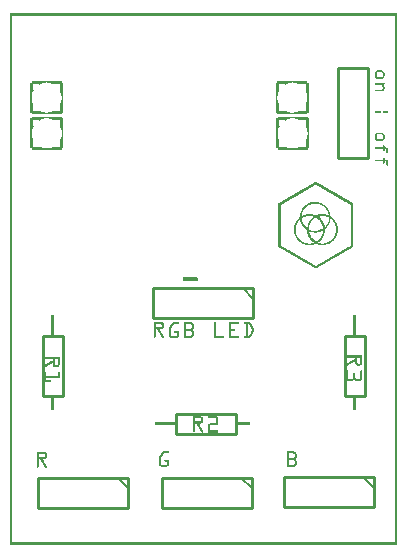
<source format=gto>
G04 MADE WITH FRITZING*
G04 WWW.FRITZING.ORG*
G04 DOUBLE SIDED*
G04 HOLES PLATED*
G04 CONTOUR ON CENTER OF CONTOUR VECTOR*
%ASAXBY*%
%FSLAX23Y23*%
%MOIN*%
%OFA0B0*%
%SFA1.0B1.0*%
%ADD10C,0.010000*%
%ADD11C,0.005000*%
%ADD12R,0.001000X0.001000*%
%LNSILK1*%
G90*
G70*
G54D10*
X1093Y1592D02*
X1093Y1292D01*
D02*
X1093Y1292D02*
X1193Y1292D01*
D02*
X1193Y1292D02*
X1193Y1592D01*
D02*
X1193Y1592D02*
X1093Y1592D01*
D02*
X1184Y698D02*
X1184Y498D01*
D02*
X1184Y498D02*
X1118Y498D01*
D02*
X1118Y498D02*
X1118Y698D01*
D02*
X1118Y698D02*
X1184Y698D01*
D02*
X554Y438D02*
X754Y438D01*
D02*
X754Y438D02*
X754Y372D01*
D02*
X754Y372D02*
X554Y372D01*
D02*
X554Y372D02*
X554Y438D01*
D02*
X176Y698D02*
X176Y498D01*
D02*
X176Y498D02*
X110Y498D01*
D02*
X110Y498D02*
X110Y698D01*
D02*
X110Y698D02*
X176Y698D01*
D02*
X1213Y226D02*
X913Y226D01*
D02*
X913Y226D02*
X913Y126D01*
D02*
X913Y126D02*
X1213Y126D01*
D02*
X1213Y126D02*
X1213Y226D01*
G54D11*
D02*
X1178Y226D02*
X1213Y191D01*
G54D10*
D02*
X806Y224D02*
X506Y224D01*
D02*
X506Y224D02*
X506Y124D01*
D02*
X506Y124D02*
X806Y124D01*
D02*
X806Y124D02*
X806Y224D01*
G54D11*
D02*
X771Y224D02*
X806Y189D01*
G54D10*
D02*
X395Y224D02*
X95Y224D01*
D02*
X95Y224D02*
X95Y124D01*
D02*
X95Y124D02*
X395Y124D01*
D02*
X395Y124D02*
X395Y224D01*
G54D11*
D02*
X360Y224D02*
X395Y189D01*
G54D10*
D02*
X812Y856D02*
X476Y856D01*
D02*
X476Y856D02*
X476Y756D01*
D02*
X476Y756D02*
X812Y756D01*
D02*
X812Y756D02*
X812Y856D01*
G54D11*
D02*
X777Y856D02*
X812Y821D01*
G54D12*
X0Y1772D02*
X1290Y1772D01*
X0Y1771D02*
X1290Y1771D01*
X0Y1770D02*
X1290Y1770D01*
X0Y1769D02*
X1290Y1769D01*
X0Y1768D02*
X1290Y1768D01*
X0Y1767D02*
X1290Y1767D01*
X0Y1766D02*
X1290Y1766D01*
X0Y1765D02*
X1290Y1765D01*
X0Y1764D02*
X7Y1764D01*
X1283Y1764D02*
X1290Y1764D01*
X0Y1763D02*
X7Y1763D01*
X1283Y1763D02*
X1290Y1763D01*
X0Y1762D02*
X7Y1762D01*
X1283Y1762D02*
X1290Y1762D01*
X0Y1761D02*
X7Y1761D01*
X1283Y1761D02*
X1290Y1761D01*
X0Y1760D02*
X7Y1760D01*
X1283Y1760D02*
X1290Y1760D01*
X0Y1759D02*
X7Y1759D01*
X1283Y1759D02*
X1290Y1759D01*
X0Y1758D02*
X7Y1758D01*
X1283Y1758D02*
X1290Y1758D01*
X0Y1757D02*
X7Y1757D01*
X1283Y1757D02*
X1290Y1757D01*
X0Y1756D02*
X7Y1756D01*
X1283Y1756D02*
X1290Y1756D01*
X0Y1755D02*
X7Y1755D01*
X1283Y1755D02*
X1290Y1755D01*
X0Y1754D02*
X7Y1754D01*
X1283Y1754D02*
X1290Y1754D01*
X0Y1753D02*
X7Y1753D01*
X1283Y1753D02*
X1290Y1753D01*
X0Y1752D02*
X7Y1752D01*
X1283Y1752D02*
X1290Y1752D01*
X0Y1751D02*
X7Y1751D01*
X1283Y1751D02*
X1290Y1751D01*
X0Y1750D02*
X7Y1750D01*
X1283Y1750D02*
X1290Y1750D01*
X0Y1749D02*
X7Y1749D01*
X1283Y1749D02*
X1290Y1749D01*
X0Y1748D02*
X7Y1748D01*
X1283Y1748D02*
X1290Y1748D01*
X0Y1747D02*
X7Y1747D01*
X1283Y1747D02*
X1290Y1747D01*
X0Y1746D02*
X7Y1746D01*
X1283Y1746D02*
X1290Y1746D01*
X0Y1745D02*
X7Y1745D01*
X1283Y1745D02*
X1290Y1745D01*
X0Y1744D02*
X7Y1744D01*
X1283Y1744D02*
X1290Y1744D01*
X0Y1743D02*
X7Y1743D01*
X1283Y1743D02*
X1290Y1743D01*
X0Y1742D02*
X7Y1742D01*
X1283Y1742D02*
X1290Y1742D01*
X0Y1741D02*
X7Y1741D01*
X1283Y1741D02*
X1290Y1741D01*
X0Y1740D02*
X7Y1740D01*
X1283Y1740D02*
X1290Y1740D01*
X0Y1739D02*
X7Y1739D01*
X1283Y1739D02*
X1290Y1739D01*
X0Y1738D02*
X7Y1738D01*
X1283Y1738D02*
X1290Y1738D01*
X0Y1737D02*
X7Y1737D01*
X1283Y1737D02*
X1290Y1737D01*
X0Y1736D02*
X7Y1736D01*
X1283Y1736D02*
X1290Y1736D01*
X0Y1735D02*
X7Y1735D01*
X1283Y1735D02*
X1290Y1735D01*
X0Y1734D02*
X7Y1734D01*
X1283Y1734D02*
X1290Y1734D01*
X0Y1733D02*
X7Y1733D01*
X1283Y1733D02*
X1290Y1733D01*
X0Y1732D02*
X7Y1732D01*
X1283Y1732D02*
X1290Y1732D01*
X0Y1731D02*
X7Y1731D01*
X1283Y1731D02*
X1290Y1731D01*
X0Y1730D02*
X7Y1730D01*
X1283Y1730D02*
X1290Y1730D01*
X0Y1729D02*
X7Y1729D01*
X1283Y1729D02*
X1290Y1729D01*
X0Y1728D02*
X7Y1728D01*
X1283Y1728D02*
X1290Y1728D01*
X0Y1727D02*
X7Y1727D01*
X1283Y1727D02*
X1290Y1727D01*
X0Y1726D02*
X7Y1726D01*
X1283Y1726D02*
X1290Y1726D01*
X0Y1725D02*
X7Y1725D01*
X1283Y1725D02*
X1290Y1725D01*
X0Y1724D02*
X7Y1724D01*
X1283Y1724D02*
X1290Y1724D01*
X0Y1723D02*
X7Y1723D01*
X1283Y1723D02*
X1290Y1723D01*
X0Y1722D02*
X7Y1722D01*
X1283Y1722D02*
X1290Y1722D01*
X0Y1721D02*
X7Y1721D01*
X1283Y1721D02*
X1290Y1721D01*
X0Y1720D02*
X7Y1720D01*
X1283Y1720D02*
X1290Y1720D01*
X0Y1719D02*
X7Y1719D01*
X1283Y1719D02*
X1290Y1719D01*
X0Y1718D02*
X7Y1718D01*
X1283Y1718D02*
X1290Y1718D01*
X0Y1717D02*
X7Y1717D01*
X1283Y1717D02*
X1290Y1717D01*
X0Y1716D02*
X7Y1716D01*
X1283Y1716D02*
X1290Y1716D01*
X0Y1715D02*
X7Y1715D01*
X1283Y1715D02*
X1290Y1715D01*
X0Y1714D02*
X7Y1714D01*
X1283Y1714D02*
X1290Y1714D01*
X0Y1713D02*
X7Y1713D01*
X1283Y1713D02*
X1290Y1713D01*
X0Y1712D02*
X7Y1712D01*
X1283Y1712D02*
X1290Y1712D01*
X0Y1711D02*
X7Y1711D01*
X1283Y1711D02*
X1290Y1711D01*
X0Y1710D02*
X7Y1710D01*
X1283Y1710D02*
X1290Y1710D01*
X0Y1709D02*
X7Y1709D01*
X1283Y1709D02*
X1290Y1709D01*
X0Y1708D02*
X7Y1708D01*
X1283Y1708D02*
X1290Y1708D01*
X0Y1707D02*
X7Y1707D01*
X1283Y1707D02*
X1290Y1707D01*
X0Y1706D02*
X7Y1706D01*
X1283Y1706D02*
X1290Y1706D01*
X0Y1705D02*
X7Y1705D01*
X1283Y1705D02*
X1290Y1705D01*
X0Y1704D02*
X7Y1704D01*
X1283Y1704D02*
X1290Y1704D01*
X0Y1703D02*
X7Y1703D01*
X1283Y1703D02*
X1290Y1703D01*
X0Y1702D02*
X7Y1702D01*
X1283Y1702D02*
X1290Y1702D01*
X0Y1701D02*
X7Y1701D01*
X1283Y1701D02*
X1290Y1701D01*
X0Y1700D02*
X7Y1700D01*
X1283Y1700D02*
X1290Y1700D01*
X0Y1699D02*
X7Y1699D01*
X1283Y1699D02*
X1290Y1699D01*
X0Y1698D02*
X7Y1698D01*
X1283Y1698D02*
X1290Y1698D01*
X0Y1697D02*
X7Y1697D01*
X1283Y1697D02*
X1290Y1697D01*
X0Y1696D02*
X7Y1696D01*
X1283Y1696D02*
X1290Y1696D01*
X0Y1695D02*
X7Y1695D01*
X1283Y1695D02*
X1290Y1695D01*
X0Y1694D02*
X7Y1694D01*
X1283Y1694D02*
X1290Y1694D01*
X0Y1693D02*
X7Y1693D01*
X1283Y1693D02*
X1290Y1693D01*
X0Y1692D02*
X7Y1692D01*
X1283Y1692D02*
X1290Y1692D01*
X0Y1691D02*
X7Y1691D01*
X1283Y1691D02*
X1290Y1691D01*
X0Y1690D02*
X7Y1690D01*
X1283Y1690D02*
X1290Y1690D01*
X0Y1689D02*
X7Y1689D01*
X1283Y1689D02*
X1290Y1689D01*
X0Y1688D02*
X7Y1688D01*
X1283Y1688D02*
X1290Y1688D01*
X0Y1687D02*
X7Y1687D01*
X1283Y1687D02*
X1290Y1687D01*
X0Y1686D02*
X7Y1686D01*
X1283Y1686D02*
X1290Y1686D01*
X0Y1685D02*
X7Y1685D01*
X1283Y1685D02*
X1290Y1685D01*
X0Y1684D02*
X7Y1684D01*
X1283Y1684D02*
X1290Y1684D01*
X0Y1683D02*
X7Y1683D01*
X1283Y1683D02*
X1290Y1683D01*
X0Y1682D02*
X7Y1682D01*
X1283Y1682D02*
X1290Y1682D01*
X0Y1681D02*
X7Y1681D01*
X1283Y1681D02*
X1290Y1681D01*
X0Y1680D02*
X7Y1680D01*
X1283Y1680D02*
X1290Y1680D01*
X0Y1679D02*
X7Y1679D01*
X1283Y1679D02*
X1290Y1679D01*
X0Y1678D02*
X7Y1678D01*
X1283Y1678D02*
X1290Y1678D01*
X0Y1677D02*
X7Y1677D01*
X1283Y1677D02*
X1290Y1677D01*
X0Y1676D02*
X7Y1676D01*
X1283Y1676D02*
X1290Y1676D01*
X0Y1675D02*
X7Y1675D01*
X1283Y1675D02*
X1290Y1675D01*
X0Y1674D02*
X7Y1674D01*
X1283Y1674D02*
X1290Y1674D01*
X0Y1673D02*
X7Y1673D01*
X1283Y1673D02*
X1290Y1673D01*
X0Y1672D02*
X7Y1672D01*
X1283Y1672D02*
X1290Y1672D01*
X0Y1671D02*
X7Y1671D01*
X1283Y1671D02*
X1290Y1671D01*
X0Y1670D02*
X7Y1670D01*
X1283Y1670D02*
X1290Y1670D01*
X0Y1669D02*
X7Y1669D01*
X1283Y1669D02*
X1290Y1669D01*
X0Y1668D02*
X7Y1668D01*
X1283Y1668D02*
X1290Y1668D01*
X0Y1667D02*
X7Y1667D01*
X1283Y1667D02*
X1290Y1667D01*
X0Y1666D02*
X7Y1666D01*
X1283Y1666D02*
X1290Y1666D01*
X0Y1665D02*
X7Y1665D01*
X1283Y1665D02*
X1290Y1665D01*
X0Y1664D02*
X7Y1664D01*
X1283Y1664D02*
X1290Y1664D01*
X0Y1663D02*
X7Y1663D01*
X1283Y1663D02*
X1290Y1663D01*
X0Y1662D02*
X7Y1662D01*
X1283Y1662D02*
X1290Y1662D01*
X0Y1661D02*
X7Y1661D01*
X1283Y1661D02*
X1290Y1661D01*
X0Y1660D02*
X7Y1660D01*
X1283Y1660D02*
X1290Y1660D01*
X0Y1659D02*
X7Y1659D01*
X1283Y1659D02*
X1290Y1659D01*
X0Y1658D02*
X7Y1658D01*
X1283Y1658D02*
X1290Y1658D01*
X0Y1657D02*
X7Y1657D01*
X1283Y1657D02*
X1290Y1657D01*
X0Y1656D02*
X7Y1656D01*
X1283Y1656D02*
X1290Y1656D01*
X0Y1655D02*
X7Y1655D01*
X1283Y1655D02*
X1290Y1655D01*
X0Y1654D02*
X7Y1654D01*
X1283Y1654D02*
X1290Y1654D01*
X0Y1653D02*
X7Y1653D01*
X1283Y1653D02*
X1290Y1653D01*
X0Y1652D02*
X7Y1652D01*
X1283Y1652D02*
X1290Y1652D01*
X0Y1651D02*
X7Y1651D01*
X1283Y1651D02*
X1290Y1651D01*
X0Y1650D02*
X7Y1650D01*
X1283Y1650D02*
X1290Y1650D01*
X0Y1649D02*
X7Y1649D01*
X1283Y1649D02*
X1290Y1649D01*
X0Y1648D02*
X7Y1648D01*
X1283Y1648D02*
X1290Y1648D01*
X0Y1647D02*
X7Y1647D01*
X1283Y1647D02*
X1290Y1647D01*
X0Y1646D02*
X7Y1646D01*
X1283Y1646D02*
X1290Y1646D01*
X0Y1645D02*
X7Y1645D01*
X1283Y1645D02*
X1290Y1645D01*
X0Y1644D02*
X7Y1644D01*
X1283Y1644D02*
X1290Y1644D01*
X0Y1643D02*
X7Y1643D01*
X1283Y1643D02*
X1290Y1643D01*
X0Y1642D02*
X7Y1642D01*
X1283Y1642D02*
X1290Y1642D01*
X0Y1641D02*
X7Y1641D01*
X1283Y1641D02*
X1290Y1641D01*
X0Y1640D02*
X7Y1640D01*
X1283Y1640D02*
X1290Y1640D01*
X0Y1639D02*
X7Y1639D01*
X1283Y1639D02*
X1290Y1639D01*
X0Y1638D02*
X7Y1638D01*
X1283Y1638D02*
X1290Y1638D01*
X0Y1637D02*
X7Y1637D01*
X1283Y1637D02*
X1290Y1637D01*
X0Y1636D02*
X7Y1636D01*
X1283Y1636D02*
X1290Y1636D01*
X0Y1635D02*
X7Y1635D01*
X1283Y1635D02*
X1290Y1635D01*
X0Y1634D02*
X7Y1634D01*
X1283Y1634D02*
X1290Y1634D01*
X0Y1633D02*
X7Y1633D01*
X1283Y1633D02*
X1290Y1633D01*
X0Y1632D02*
X7Y1632D01*
X1283Y1632D02*
X1290Y1632D01*
X0Y1631D02*
X7Y1631D01*
X1283Y1631D02*
X1290Y1631D01*
X0Y1630D02*
X7Y1630D01*
X1283Y1630D02*
X1290Y1630D01*
X0Y1629D02*
X7Y1629D01*
X1283Y1629D02*
X1290Y1629D01*
X0Y1628D02*
X7Y1628D01*
X1283Y1628D02*
X1290Y1628D01*
X0Y1627D02*
X7Y1627D01*
X1283Y1627D02*
X1290Y1627D01*
X0Y1626D02*
X7Y1626D01*
X1283Y1626D02*
X1290Y1626D01*
X0Y1625D02*
X7Y1625D01*
X1283Y1625D02*
X1290Y1625D01*
X0Y1624D02*
X7Y1624D01*
X1283Y1624D02*
X1290Y1624D01*
X0Y1623D02*
X7Y1623D01*
X1283Y1623D02*
X1290Y1623D01*
X0Y1622D02*
X7Y1622D01*
X1283Y1622D02*
X1290Y1622D01*
X0Y1621D02*
X7Y1621D01*
X1283Y1621D02*
X1290Y1621D01*
X0Y1620D02*
X7Y1620D01*
X1283Y1620D02*
X1290Y1620D01*
X0Y1619D02*
X7Y1619D01*
X1283Y1619D02*
X1290Y1619D01*
X0Y1618D02*
X7Y1618D01*
X1283Y1618D02*
X1290Y1618D01*
X0Y1617D02*
X7Y1617D01*
X1283Y1617D02*
X1290Y1617D01*
X0Y1616D02*
X7Y1616D01*
X1283Y1616D02*
X1290Y1616D01*
X0Y1615D02*
X7Y1615D01*
X1283Y1615D02*
X1290Y1615D01*
X0Y1614D02*
X7Y1614D01*
X1283Y1614D02*
X1290Y1614D01*
X0Y1613D02*
X7Y1613D01*
X1283Y1613D02*
X1290Y1613D01*
X0Y1612D02*
X7Y1612D01*
X1283Y1612D02*
X1290Y1612D01*
X0Y1611D02*
X7Y1611D01*
X1283Y1611D02*
X1290Y1611D01*
X0Y1610D02*
X7Y1610D01*
X1283Y1610D02*
X1290Y1610D01*
X0Y1609D02*
X7Y1609D01*
X1283Y1609D02*
X1290Y1609D01*
X0Y1608D02*
X7Y1608D01*
X1283Y1608D02*
X1290Y1608D01*
X0Y1607D02*
X7Y1607D01*
X1283Y1607D02*
X1290Y1607D01*
X0Y1606D02*
X7Y1606D01*
X1283Y1606D02*
X1290Y1606D01*
X0Y1605D02*
X7Y1605D01*
X1283Y1605D02*
X1290Y1605D01*
X0Y1604D02*
X7Y1604D01*
X1283Y1604D02*
X1290Y1604D01*
X0Y1603D02*
X7Y1603D01*
X1283Y1603D02*
X1290Y1603D01*
X0Y1602D02*
X7Y1602D01*
X1283Y1602D02*
X1290Y1602D01*
X0Y1601D02*
X7Y1601D01*
X1283Y1601D02*
X1290Y1601D01*
X0Y1600D02*
X7Y1600D01*
X1283Y1600D02*
X1290Y1600D01*
X0Y1599D02*
X7Y1599D01*
X1283Y1599D02*
X1290Y1599D01*
X0Y1598D02*
X7Y1598D01*
X1283Y1598D02*
X1290Y1598D01*
X0Y1597D02*
X7Y1597D01*
X1283Y1597D02*
X1290Y1597D01*
X0Y1596D02*
X7Y1596D01*
X1283Y1596D02*
X1290Y1596D01*
X0Y1595D02*
X7Y1595D01*
X1283Y1595D02*
X1290Y1595D01*
X0Y1594D02*
X7Y1594D01*
X1125Y1594D02*
X1126Y1594D01*
X1283Y1594D02*
X1290Y1594D01*
X0Y1593D02*
X7Y1593D01*
X1124Y1593D02*
X1127Y1593D01*
X1283Y1593D02*
X1290Y1593D01*
X0Y1592D02*
X7Y1592D01*
X1123Y1592D02*
X1128Y1592D01*
X1283Y1592D02*
X1290Y1592D01*
X0Y1591D02*
X7Y1591D01*
X1122Y1591D02*
X1128Y1591D01*
X1283Y1591D02*
X1290Y1591D01*
X0Y1590D02*
X7Y1590D01*
X1121Y1590D02*
X1127Y1590D01*
X1283Y1590D02*
X1290Y1590D01*
X0Y1589D02*
X7Y1589D01*
X1120Y1589D02*
X1126Y1589D01*
X1283Y1589D02*
X1290Y1589D01*
X0Y1588D02*
X7Y1588D01*
X1119Y1588D02*
X1125Y1588D01*
X1283Y1588D02*
X1290Y1588D01*
X0Y1587D02*
X7Y1587D01*
X1283Y1587D02*
X1290Y1587D01*
X0Y1586D02*
X7Y1586D01*
X1283Y1586D02*
X1290Y1586D01*
X0Y1585D02*
X7Y1585D01*
X1283Y1585D02*
X1290Y1585D01*
X0Y1584D02*
X7Y1584D01*
X1283Y1584D02*
X1290Y1584D01*
X0Y1583D02*
X7Y1583D01*
X1283Y1583D02*
X1290Y1583D01*
X0Y1582D02*
X7Y1582D01*
X1225Y1582D02*
X1241Y1582D01*
X1283Y1582D02*
X1290Y1582D01*
X0Y1581D02*
X7Y1581D01*
X1223Y1581D02*
X1243Y1581D01*
X1283Y1581D02*
X1290Y1581D01*
X0Y1580D02*
X7Y1580D01*
X1222Y1580D02*
X1244Y1580D01*
X1283Y1580D02*
X1290Y1580D01*
X0Y1579D02*
X7Y1579D01*
X1221Y1579D02*
X1245Y1579D01*
X1283Y1579D02*
X1290Y1579D01*
X0Y1578D02*
X7Y1578D01*
X1220Y1578D02*
X1246Y1578D01*
X1283Y1578D02*
X1290Y1578D01*
X0Y1577D02*
X7Y1577D01*
X1219Y1577D02*
X1247Y1577D01*
X1283Y1577D02*
X1290Y1577D01*
X0Y1576D02*
X7Y1576D01*
X1218Y1576D02*
X1225Y1576D01*
X1241Y1576D02*
X1248Y1576D01*
X1283Y1576D02*
X1290Y1576D01*
X0Y1575D02*
X7Y1575D01*
X1218Y1575D02*
X1224Y1575D01*
X1242Y1575D02*
X1248Y1575D01*
X1283Y1575D02*
X1290Y1575D01*
X0Y1574D02*
X7Y1574D01*
X1218Y1574D02*
X1223Y1574D01*
X1243Y1574D02*
X1248Y1574D01*
X1283Y1574D02*
X1290Y1574D01*
X0Y1573D02*
X7Y1573D01*
X1217Y1573D02*
X1222Y1573D01*
X1244Y1573D02*
X1249Y1573D01*
X1283Y1573D02*
X1290Y1573D01*
X0Y1572D02*
X7Y1572D01*
X1217Y1572D02*
X1222Y1572D01*
X1244Y1572D02*
X1249Y1572D01*
X1283Y1572D02*
X1290Y1572D01*
X0Y1571D02*
X7Y1571D01*
X1217Y1571D02*
X1222Y1571D01*
X1244Y1571D02*
X1249Y1571D01*
X1283Y1571D02*
X1290Y1571D01*
X0Y1570D02*
X7Y1570D01*
X1217Y1570D02*
X1222Y1570D01*
X1244Y1570D02*
X1249Y1570D01*
X1283Y1570D02*
X1290Y1570D01*
X0Y1569D02*
X7Y1569D01*
X1217Y1569D02*
X1222Y1569D01*
X1244Y1569D02*
X1249Y1569D01*
X1283Y1569D02*
X1290Y1569D01*
X0Y1568D02*
X7Y1568D01*
X1217Y1568D02*
X1222Y1568D01*
X1244Y1568D02*
X1249Y1568D01*
X1283Y1568D02*
X1290Y1568D01*
X0Y1567D02*
X7Y1567D01*
X1098Y1567D02*
X1098Y1567D01*
X1217Y1567D02*
X1222Y1567D01*
X1244Y1567D02*
X1249Y1567D01*
X1283Y1567D02*
X1290Y1567D01*
X0Y1566D02*
X7Y1566D01*
X1097Y1566D02*
X1098Y1566D01*
X1217Y1566D02*
X1222Y1566D01*
X1244Y1566D02*
X1249Y1566D01*
X1283Y1566D02*
X1290Y1566D01*
X0Y1565D02*
X7Y1565D01*
X1096Y1565D02*
X1098Y1565D01*
X1217Y1565D02*
X1222Y1565D01*
X1244Y1565D02*
X1249Y1565D01*
X1283Y1565D02*
X1290Y1565D01*
X0Y1564D02*
X7Y1564D01*
X1095Y1564D02*
X1098Y1564D01*
X1217Y1564D02*
X1222Y1564D01*
X1244Y1564D02*
X1249Y1564D01*
X1283Y1564D02*
X1290Y1564D01*
X0Y1563D02*
X7Y1563D01*
X1094Y1563D02*
X1098Y1563D01*
X1217Y1563D02*
X1222Y1563D01*
X1244Y1563D02*
X1249Y1563D01*
X1283Y1563D02*
X1290Y1563D01*
X0Y1562D02*
X7Y1562D01*
X1093Y1562D02*
X1098Y1562D01*
X1218Y1562D02*
X1223Y1562D01*
X1243Y1562D02*
X1248Y1562D01*
X1283Y1562D02*
X1290Y1562D01*
X0Y1561D02*
X7Y1561D01*
X1092Y1561D02*
X1098Y1561D01*
X1218Y1561D02*
X1224Y1561D01*
X1242Y1561D02*
X1248Y1561D01*
X1283Y1561D02*
X1290Y1561D01*
X0Y1560D02*
X7Y1560D01*
X1091Y1560D02*
X1097Y1560D01*
X1218Y1560D02*
X1225Y1560D01*
X1241Y1560D02*
X1248Y1560D01*
X1283Y1560D02*
X1290Y1560D01*
X0Y1559D02*
X7Y1559D01*
X1092Y1559D02*
X1096Y1559D01*
X1219Y1559D02*
X1247Y1559D01*
X1283Y1559D02*
X1290Y1559D01*
X0Y1558D02*
X7Y1558D01*
X1093Y1558D02*
X1095Y1558D01*
X1220Y1558D02*
X1246Y1558D01*
X1283Y1558D02*
X1290Y1558D01*
X0Y1557D02*
X7Y1557D01*
X1094Y1557D02*
X1094Y1557D01*
X1221Y1557D02*
X1245Y1557D01*
X1283Y1557D02*
X1290Y1557D01*
X0Y1556D02*
X7Y1556D01*
X1222Y1556D02*
X1244Y1556D01*
X1283Y1556D02*
X1290Y1556D01*
X0Y1555D02*
X7Y1555D01*
X1223Y1555D02*
X1243Y1555D01*
X1283Y1555D02*
X1290Y1555D01*
X0Y1554D02*
X7Y1554D01*
X1225Y1554D02*
X1241Y1554D01*
X1283Y1554D02*
X1290Y1554D01*
X0Y1553D02*
X7Y1553D01*
X1283Y1553D02*
X1290Y1553D01*
X0Y1552D02*
X7Y1552D01*
X1283Y1552D02*
X1290Y1552D01*
X0Y1551D02*
X7Y1551D01*
X1283Y1551D02*
X1290Y1551D01*
X0Y1550D02*
X7Y1550D01*
X1283Y1550D02*
X1290Y1550D01*
X0Y1549D02*
X7Y1549D01*
X1283Y1549D02*
X1290Y1549D01*
X0Y1548D02*
X7Y1548D01*
X1283Y1548D02*
X1290Y1548D01*
X0Y1547D02*
X7Y1547D01*
X1283Y1547D02*
X1290Y1547D01*
X0Y1546D02*
X7Y1546D01*
X73Y1546D02*
X172Y1546D01*
X892Y1546D02*
X991Y1546D01*
X1283Y1546D02*
X1290Y1546D01*
X0Y1545D02*
X7Y1545D01*
X73Y1545D02*
X172Y1545D01*
X892Y1545D02*
X991Y1545D01*
X1283Y1545D02*
X1290Y1545D01*
X0Y1544D02*
X7Y1544D01*
X73Y1544D02*
X172Y1544D01*
X892Y1544D02*
X991Y1544D01*
X1283Y1544D02*
X1290Y1544D01*
X0Y1543D02*
X7Y1543D01*
X73Y1543D02*
X172Y1543D01*
X892Y1543D02*
X991Y1543D01*
X1283Y1543D02*
X1290Y1543D01*
X0Y1542D02*
X7Y1542D01*
X73Y1542D02*
X121Y1542D01*
X124Y1542D02*
X172Y1542D01*
X892Y1542D02*
X940Y1542D01*
X943Y1542D02*
X991Y1542D01*
X1283Y1542D02*
X1290Y1542D01*
X0Y1541D02*
X7Y1541D01*
X68Y1541D02*
X113Y1541D01*
X132Y1541D02*
X177Y1541D01*
X887Y1541D02*
X932Y1541D01*
X951Y1541D02*
X996Y1541D01*
X1283Y1541D02*
X1290Y1541D01*
X0Y1540D02*
X7Y1540D01*
X68Y1540D02*
X109Y1540D01*
X136Y1540D02*
X177Y1540D01*
X887Y1540D02*
X928Y1540D01*
X955Y1540D02*
X996Y1540D01*
X1218Y1540D02*
X1248Y1540D01*
X1283Y1540D02*
X1290Y1540D01*
X0Y1539D02*
X7Y1539D01*
X68Y1539D02*
X106Y1539D01*
X138Y1539D02*
X177Y1539D01*
X887Y1539D02*
X926Y1539D01*
X958Y1539D02*
X996Y1539D01*
X1217Y1539D02*
X1249Y1539D01*
X1283Y1539D02*
X1290Y1539D01*
X0Y1538D02*
X7Y1538D01*
X68Y1538D02*
X104Y1538D01*
X141Y1538D02*
X177Y1538D01*
X887Y1538D02*
X923Y1538D01*
X960Y1538D02*
X996Y1538D01*
X1217Y1538D02*
X1249Y1538D01*
X1283Y1538D02*
X1290Y1538D01*
X0Y1537D02*
X7Y1537D01*
X68Y1537D02*
X102Y1537D01*
X143Y1537D02*
X177Y1537D01*
X887Y1537D02*
X921Y1537D01*
X962Y1537D02*
X996Y1537D01*
X1217Y1537D02*
X1249Y1537D01*
X1283Y1537D02*
X1290Y1537D01*
X0Y1536D02*
X7Y1536D01*
X68Y1536D02*
X77Y1536D01*
X99Y1536D02*
X100Y1536D01*
X168Y1536D02*
X177Y1536D01*
X887Y1536D02*
X896Y1536D01*
X918Y1536D02*
X919Y1536D01*
X987Y1536D02*
X996Y1536D01*
X1218Y1536D02*
X1248Y1536D01*
X1283Y1536D02*
X1290Y1536D01*
X0Y1535D02*
X7Y1535D01*
X68Y1535D02*
X77Y1535D01*
X98Y1535D02*
X98Y1535D01*
X168Y1535D02*
X177Y1535D01*
X887Y1535D02*
X896Y1535D01*
X917Y1535D02*
X917Y1535D01*
X987Y1535D02*
X996Y1535D01*
X1238Y1535D02*
X1244Y1535D01*
X1283Y1535D02*
X1290Y1535D01*
X0Y1534D02*
X7Y1534D01*
X68Y1534D02*
X77Y1534D01*
X97Y1534D02*
X97Y1534D01*
X168Y1534D02*
X177Y1534D01*
X887Y1534D02*
X896Y1534D01*
X916Y1534D02*
X916Y1534D01*
X987Y1534D02*
X996Y1534D01*
X1239Y1534D02*
X1245Y1534D01*
X1283Y1534D02*
X1290Y1534D01*
X0Y1533D02*
X7Y1533D01*
X68Y1533D02*
X77Y1533D01*
X168Y1533D02*
X177Y1533D01*
X887Y1533D02*
X896Y1533D01*
X987Y1533D02*
X996Y1533D01*
X1239Y1533D02*
X1245Y1533D01*
X1283Y1533D02*
X1290Y1533D01*
X0Y1532D02*
X7Y1532D01*
X68Y1532D02*
X77Y1532D01*
X168Y1532D02*
X177Y1532D01*
X887Y1532D02*
X896Y1532D01*
X987Y1532D02*
X996Y1532D01*
X1240Y1532D02*
X1246Y1532D01*
X1283Y1532D02*
X1290Y1532D01*
X0Y1531D02*
X7Y1531D01*
X68Y1531D02*
X77Y1531D01*
X168Y1531D02*
X177Y1531D01*
X887Y1531D02*
X896Y1531D01*
X987Y1531D02*
X996Y1531D01*
X1241Y1531D02*
X1247Y1531D01*
X1283Y1531D02*
X1290Y1531D01*
X0Y1530D02*
X7Y1530D01*
X68Y1530D02*
X77Y1530D01*
X168Y1530D02*
X177Y1530D01*
X887Y1530D02*
X896Y1530D01*
X987Y1530D02*
X996Y1530D01*
X1241Y1530D02*
X1247Y1530D01*
X1283Y1530D02*
X1290Y1530D01*
X0Y1529D02*
X7Y1529D01*
X68Y1529D02*
X77Y1529D01*
X168Y1529D02*
X177Y1529D01*
X887Y1529D02*
X896Y1529D01*
X987Y1529D02*
X996Y1529D01*
X1242Y1529D02*
X1248Y1529D01*
X1283Y1529D02*
X1290Y1529D01*
X0Y1528D02*
X7Y1528D01*
X68Y1528D02*
X77Y1528D01*
X168Y1528D02*
X177Y1528D01*
X887Y1528D02*
X896Y1528D01*
X987Y1528D02*
X996Y1528D01*
X1243Y1528D02*
X1248Y1528D01*
X1283Y1528D02*
X1290Y1528D01*
X0Y1527D02*
X7Y1527D01*
X68Y1527D02*
X77Y1527D01*
X168Y1527D02*
X177Y1527D01*
X887Y1527D02*
X896Y1527D01*
X987Y1527D02*
X996Y1527D01*
X1243Y1527D02*
X1249Y1527D01*
X1283Y1527D02*
X1290Y1527D01*
X0Y1526D02*
X7Y1526D01*
X68Y1526D02*
X77Y1526D01*
X168Y1526D02*
X177Y1526D01*
X887Y1526D02*
X896Y1526D01*
X987Y1526D02*
X996Y1526D01*
X1244Y1526D02*
X1249Y1526D01*
X1283Y1526D02*
X1290Y1526D01*
X0Y1525D02*
X7Y1525D01*
X68Y1525D02*
X77Y1525D01*
X168Y1525D02*
X177Y1525D01*
X887Y1525D02*
X896Y1525D01*
X987Y1525D02*
X996Y1525D01*
X1244Y1525D02*
X1249Y1525D01*
X1283Y1525D02*
X1290Y1525D01*
X0Y1524D02*
X7Y1524D01*
X68Y1524D02*
X77Y1524D01*
X168Y1524D02*
X177Y1524D01*
X887Y1524D02*
X896Y1524D01*
X987Y1524D02*
X996Y1524D01*
X1244Y1524D02*
X1249Y1524D01*
X1283Y1524D02*
X1290Y1524D01*
X0Y1523D02*
X7Y1523D01*
X68Y1523D02*
X77Y1523D01*
X168Y1523D02*
X177Y1523D01*
X887Y1523D02*
X896Y1523D01*
X987Y1523D02*
X996Y1523D01*
X1244Y1523D02*
X1249Y1523D01*
X1283Y1523D02*
X1290Y1523D01*
X0Y1522D02*
X7Y1522D01*
X68Y1522D02*
X77Y1522D01*
X168Y1522D02*
X177Y1522D01*
X887Y1522D02*
X896Y1522D01*
X987Y1522D02*
X996Y1522D01*
X1244Y1522D02*
X1249Y1522D01*
X1283Y1522D02*
X1290Y1522D01*
X0Y1521D02*
X7Y1521D01*
X68Y1521D02*
X77Y1521D01*
X168Y1521D02*
X177Y1521D01*
X887Y1521D02*
X896Y1521D01*
X987Y1521D02*
X996Y1521D01*
X1244Y1521D02*
X1249Y1521D01*
X1283Y1521D02*
X1290Y1521D01*
X0Y1520D02*
X7Y1520D01*
X68Y1520D02*
X77Y1520D01*
X168Y1520D02*
X177Y1520D01*
X887Y1520D02*
X896Y1520D01*
X987Y1520D02*
X996Y1520D01*
X1243Y1520D02*
X1249Y1520D01*
X1283Y1520D02*
X1290Y1520D01*
X0Y1519D02*
X7Y1519D01*
X68Y1519D02*
X77Y1519D01*
X168Y1519D02*
X177Y1519D01*
X887Y1519D02*
X896Y1519D01*
X987Y1519D02*
X996Y1519D01*
X1242Y1519D02*
X1248Y1519D01*
X1283Y1519D02*
X1290Y1519D01*
X0Y1518D02*
X7Y1518D01*
X68Y1518D02*
X77Y1518D01*
X168Y1518D02*
X177Y1518D01*
X887Y1518D02*
X896Y1518D01*
X987Y1518D02*
X996Y1518D01*
X1219Y1518D02*
X1248Y1518D01*
X1283Y1518D02*
X1290Y1518D01*
X0Y1517D02*
X7Y1517D01*
X68Y1517D02*
X77Y1517D01*
X80Y1517D02*
X80Y1517D01*
X168Y1517D02*
X177Y1517D01*
X887Y1517D02*
X896Y1517D01*
X899Y1517D02*
X899Y1517D01*
X987Y1517D02*
X996Y1517D01*
X1218Y1517D02*
X1247Y1517D01*
X1283Y1517D02*
X1290Y1517D01*
X0Y1516D02*
X7Y1516D01*
X68Y1516D02*
X77Y1516D01*
X79Y1516D02*
X79Y1516D01*
X168Y1516D02*
X177Y1516D01*
X887Y1516D02*
X896Y1516D01*
X898Y1516D02*
X898Y1516D01*
X987Y1516D02*
X996Y1516D01*
X1217Y1516D02*
X1247Y1516D01*
X1283Y1516D02*
X1290Y1516D01*
X0Y1515D02*
X7Y1515D01*
X68Y1515D02*
X78Y1515D01*
X168Y1515D02*
X177Y1515D01*
X887Y1515D02*
X898Y1515D01*
X987Y1515D02*
X996Y1515D01*
X1217Y1515D02*
X1246Y1515D01*
X1283Y1515D02*
X1290Y1515D01*
X0Y1514D02*
X7Y1514D01*
X68Y1514D02*
X78Y1514D01*
X168Y1514D02*
X177Y1514D01*
X887Y1514D02*
X897Y1514D01*
X987Y1514D02*
X996Y1514D01*
X1218Y1514D02*
X1244Y1514D01*
X1283Y1514D02*
X1290Y1514D01*
X0Y1513D02*
X7Y1513D01*
X68Y1513D02*
X77Y1513D01*
X168Y1513D02*
X177Y1513D01*
X887Y1513D02*
X896Y1513D01*
X987Y1513D02*
X996Y1513D01*
X1218Y1513D02*
X1238Y1513D01*
X1283Y1513D02*
X1290Y1513D01*
X0Y1512D02*
X7Y1512D01*
X68Y1512D02*
X77Y1512D01*
X168Y1512D02*
X177Y1512D01*
X887Y1512D02*
X896Y1512D01*
X987Y1512D02*
X996Y1512D01*
X1283Y1512D02*
X1290Y1512D01*
X0Y1511D02*
X7Y1511D01*
X68Y1511D02*
X76Y1511D01*
X169Y1511D02*
X177Y1511D01*
X887Y1511D02*
X895Y1511D01*
X988Y1511D02*
X996Y1511D01*
X1283Y1511D02*
X1290Y1511D01*
X0Y1510D02*
X7Y1510D01*
X68Y1510D02*
X76Y1510D01*
X169Y1510D02*
X177Y1510D01*
X887Y1510D02*
X895Y1510D01*
X988Y1510D02*
X996Y1510D01*
X1283Y1510D02*
X1290Y1510D01*
X0Y1509D02*
X7Y1509D01*
X68Y1509D02*
X75Y1509D01*
X169Y1509D02*
X177Y1509D01*
X887Y1509D02*
X895Y1509D01*
X989Y1509D02*
X996Y1509D01*
X1283Y1509D02*
X1290Y1509D01*
X0Y1508D02*
X7Y1508D01*
X68Y1508D02*
X75Y1508D01*
X170Y1508D02*
X177Y1508D01*
X887Y1508D02*
X894Y1508D01*
X989Y1508D02*
X996Y1508D01*
X1283Y1508D02*
X1290Y1508D01*
X0Y1507D02*
X7Y1507D01*
X68Y1507D02*
X75Y1507D01*
X170Y1507D02*
X177Y1507D01*
X887Y1507D02*
X894Y1507D01*
X989Y1507D02*
X996Y1507D01*
X1283Y1507D02*
X1290Y1507D01*
X0Y1506D02*
X7Y1506D01*
X68Y1506D02*
X74Y1506D01*
X171Y1506D02*
X177Y1506D01*
X887Y1506D02*
X893Y1506D01*
X990Y1506D02*
X996Y1506D01*
X1283Y1506D02*
X1290Y1506D01*
X0Y1505D02*
X7Y1505D01*
X68Y1505D02*
X74Y1505D01*
X171Y1505D02*
X177Y1505D01*
X887Y1505D02*
X893Y1505D01*
X990Y1505D02*
X996Y1505D01*
X1283Y1505D02*
X1290Y1505D01*
X0Y1504D02*
X7Y1504D01*
X68Y1504D02*
X74Y1504D01*
X171Y1504D02*
X177Y1504D01*
X887Y1504D02*
X893Y1504D01*
X990Y1504D02*
X996Y1504D01*
X1283Y1504D02*
X1290Y1504D01*
X0Y1503D02*
X7Y1503D01*
X68Y1503D02*
X73Y1503D01*
X172Y1503D02*
X177Y1503D01*
X887Y1503D02*
X892Y1503D01*
X991Y1503D02*
X996Y1503D01*
X1283Y1503D02*
X1290Y1503D01*
X0Y1502D02*
X7Y1502D01*
X68Y1502D02*
X73Y1502D01*
X172Y1502D02*
X177Y1502D01*
X887Y1502D02*
X892Y1502D01*
X991Y1502D02*
X996Y1502D01*
X1283Y1502D02*
X1290Y1502D01*
X0Y1501D02*
X7Y1501D01*
X68Y1501D02*
X73Y1501D01*
X172Y1501D02*
X177Y1501D01*
X887Y1501D02*
X892Y1501D01*
X991Y1501D02*
X996Y1501D01*
X1283Y1501D02*
X1290Y1501D01*
X0Y1500D02*
X7Y1500D01*
X68Y1500D02*
X73Y1500D01*
X172Y1500D02*
X177Y1500D01*
X887Y1500D02*
X892Y1500D01*
X991Y1500D02*
X996Y1500D01*
X1283Y1500D02*
X1290Y1500D01*
X0Y1499D02*
X7Y1499D01*
X68Y1499D02*
X72Y1499D01*
X172Y1499D02*
X177Y1499D01*
X887Y1499D02*
X892Y1499D01*
X992Y1499D02*
X996Y1499D01*
X1283Y1499D02*
X1290Y1499D01*
X0Y1498D02*
X7Y1498D01*
X68Y1498D02*
X72Y1498D01*
X173Y1498D02*
X177Y1498D01*
X887Y1498D02*
X891Y1498D01*
X992Y1498D02*
X996Y1498D01*
X1283Y1498D02*
X1290Y1498D01*
X0Y1497D02*
X7Y1497D01*
X68Y1497D02*
X72Y1497D01*
X173Y1497D02*
X177Y1497D01*
X887Y1497D02*
X891Y1497D01*
X992Y1497D02*
X996Y1497D01*
X1283Y1497D02*
X1290Y1497D01*
X0Y1496D02*
X7Y1496D01*
X68Y1496D02*
X72Y1496D01*
X173Y1496D02*
X177Y1496D01*
X887Y1496D02*
X891Y1496D01*
X992Y1496D02*
X996Y1496D01*
X1283Y1496D02*
X1290Y1496D01*
X0Y1495D02*
X7Y1495D01*
X68Y1495D02*
X72Y1495D01*
X173Y1495D02*
X177Y1495D01*
X887Y1495D02*
X891Y1495D01*
X992Y1495D02*
X996Y1495D01*
X1283Y1495D02*
X1290Y1495D01*
X0Y1494D02*
X7Y1494D01*
X68Y1494D02*
X72Y1494D01*
X173Y1494D02*
X177Y1494D01*
X887Y1494D02*
X891Y1494D01*
X992Y1494D02*
X996Y1494D01*
X1283Y1494D02*
X1290Y1494D01*
X0Y1493D02*
X7Y1493D01*
X68Y1493D02*
X72Y1493D01*
X173Y1493D02*
X177Y1493D01*
X887Y1493D02*
X891Y1493D01*
X992Y1493D02*
X996Y1493D01*
X1283Y1493D02*
X1290Y1493D01*
X0Y1492D02*
X7Y1492D01*
X68Y1492D02*
X72Y1492D01*
X173Y1492D02*
X177Y1492D01*
X887Y1492D02*
X891Y1492D01*
X992Y1492D02*
X996Y1492D01*
X1283Y1492D02*
X1290Y1492D01*
X0Y1491D02*
X7Y1491D01*
X68Y1491D02*
X72Y1491D01*
X173Y1491D02*
X177Y1491D01*
X887Y1491D02*
X891Y1491D01*
X992Y1491D02*
X996Y1491D01*
X1283Y1491D02*
X1290Y1491D01*
X0Y1490D02*
X7Y1490D01*
X68Y1490D02*
X72Y1490D01*
X173Y1490D02*
X177Y1490D01*
X887Y1490D02*
X891Y1490D01*
X992Y1490D02*
X996Y1490D01*
X1283Y1490D02*
X1290Y1490D01*
X0Y1489D02*
X7Y1489D01*
X68Y1489D02*
X72Y1489D01*
X173Y1489D02*
X177Y1489D01*
X887Y1489D02*
X891Y1489D01*
X992Y1489D02*
X996Y1489D01*
X1283Y1489D02*
X1290Y1489D01*
X0Y1488D02*
X7Y1488D01*
X68Y1488D02*
X72Y1488D01*
X173Y1488D02*
X177Y1488D01*
X887Y1488D02*
X891Y1488D01*
X992Y1488D02*
X996Y1488D01*
X1283Y1488D02*
X1290Y1488D01*
X0Y1487D02*
X7Y1487D01*
X68Y1487D02*
X72Y1487D01*
X173Y1487D02*
X177Y1487D01*
X887Y1487D02*
X891Y1487D01*
X992Y1487D02*
X996Y1487D01*
X1283Y1487D02*
X1290Y1487D01*
X0Y1486D02*
X7Y1486D01*
X68Y1486D02*
X72Y1486D01*
X173Y1486D02*
X177Y1486D01*
X887Y1486D02*
X891Y1486D01*
X992Y1486D02*
X996Y1486D01*
X1283Y1486D02*
X1290Y1486D01*
X0Y1485D02*
X7Y1485D01*
X68Y1485D02*
X72Y1485D01*
X173Y1485D02*
X177Y1485D01*
X887Y1485D02*
X891Y1485D01*
X992Y1485D02*
X996Y1485D01*
X1283Y1485D02*
X1290Y1485D01*
X0Y1484D02*
X7Y1484D01*
X68Y1484D02*
X72Y1484D01*
X172Y1484D02*
X177Y1484D01*
X887Y1484D02*
X892Y1484D01*
X991Y1484D02*
X996Y1484D01*
X1283Y1484D02*
X1290Y1484D01*
X0Y1483D02*
X7Y1483D01*
X68Y1483D02*
X73Y1483D01*
X172Y1483D02*
X177Y1483D01*
X887Y1483D02*
X892Y1483D01*
X991Y1483D02*
X996Y1483D01*
X1283Y1483D02*
X1290Y1483D01*
X0Y1482D02*
X7Y1482D01*
X68Y1482D02*
X73Y1482D01*
X172Y1482D02*
X177Y1482D01*
X887Y1482D02*
X892Y1482D01*
X991Y1482D02*
X996Y1482D01*
X1283Y1482D02*
X1290Y1482D01*
X0Y1481D02*
X7Y1481D01*
X68Y1481D02*
X73Y1481D01*
X172Y1481D02*
X177Y1481D01*
X887Y1481D02*
X892Y1481D01*
X991Y1481D02*
X996Y1481D01*
X1283Y1481D02*
X1290Y1481D01*
X0Y1480D02*
X7Y1480D01*
X68Y1480D02*
X73Y1480D01*
X171Y1480D02*
X177Y1480D01*
X887Y1480D02*
X893Y1480D01*
X990Y1480D02*
X996Y1480D01*
X1283Y1480D02*
X1290Y1480D01*
X0Y1479D02*
X7Y1479D01*
X68Y1479D02*
X74Y1479D01*
X171Y1479D02*
X177Y1479D01*
X887Y1479D02*
X893Y1479D01*
X990Y1479D02*
X996Y1479D01*
X1283Y1479D02*
X1290Y1479D01*
X0Y1478D02*
X7Y1478D01*
X68Y1478D02*
X74Y1478D01*
X171Y1478D02*
X177Y1478D01*
X887Y1478D02*
X893Y1478D01*
X990Y1478D02*
X996Y1478D01*
X1283Y1478D02*
X1290Y1478D01*
X0Y1477D02*
X7Y1477D01*
X68Y1477D02*
X74Y1477D01*
X170Y1477D02*
X177Y1477D01*
X887Y1477D02*
X894Y1477D01*
X990Y1477D02*
X996Y1477D01*
X1283Y1477D02*
X1290Y1477D01*
X0Y1476D02*
X7Y1476D01*
X68Y1476D02*
X75Y1476D01*
X170Y1476D02*
X177Y1476D01*
X887Y1476D02*
X894Y1476D01*
X989Y1476D02*
X996Y1476D01*
X1283Y1476D02*
X1290Y1476D01*
X0Y1475D02*
X7Y1475D01*
X68Y1475D02*
X75Y1475D01*
X170Y1475D02*
X177Y1475D01*
X887Y1475D02*
X894Y1475D01*
X989Y1475D02*
X996Y1475D01*
X1283Y1475D02*
X1290Y1475D01*
X0Y1474D02*
X7Y1474D01*
X68Y1474D02*
X76Y1474D01*
X169Y1474D02*
X177Y1474D01*
X887Y1474D02*
X895Y1474D01*
X988Y1474D02*
X996Y1474D01*
X1283Y1474D02*
X1290Y1474D01*
X0Y1473D02*
X7Y1473D01*
X68Y1473D02*
X76Y1473D01*
X169Y1473D02*
X177Y1473D01*
X887Y1473D02*
X895Y1473D01*
X988Y1473D02*
X996Y1473D01*
X1283Y1473D02*
X1290Y1473D01*
X0Y1472D02*
X7Y1472D01*
X68Y1472D02*
X77Y1472D01*
X168Y1472D02*
X177Y1472D01*
X887Y1472D02*
X896Y1472D01*
X987Y1472D02*
X996Y1472D01*
X1283Y1472D02*
X1290Y1472D01*
X0Y1471D02*
X7Y1471D01*
X68Y1471D02*
X77Y1471D01*
X168Y1471D02*
X177Y1471D01*
X887Y1471D02*
X896Y1471D01*
X987Y1471D02*
X996Y1471D01*
X1283Y1471D02*
X1290Y1471D01*
X0Y1470D02*
X7Y1470D01*
X68Y1470D02*
X77Y1470D01*
X168Y1470D02*
X177Y1470D01*
X887Y1470D02*
X896Y1470D01*
X987Y1470D02*
X996Y1470D01*
X1283Y1470D02*
X1290Y1470D01*
X0Y1469D02*
X7Y1469D01*
X68Y1469D02*
X77Y1469D01*
X168Y1469D02*
X177Y1469D01*
X887Y1469D02*
X896Y1469D01*
X987Y1469D02*
X996Y1469D01*
X1283Y1469D02*
X1290Y1469D01*
X0Y1468D02*
X7Y1468D01*
X68Y1468D02*
X77Y1468D01*
X168Y1468D02*
X177Y1468D01*
X887Y1468D02*
X896Y1468D01*
X987Y1468D02*
X996Y1468D01*
X1283Y1468D02*
X1290Y1468D01*
X0Y1467D02*
X7Y1467D01*
X68Y1467D02*
X77Y1467D01*
X168Y1467D02*
X177Y1467D01*
X887Y1467D02*
X896Y1467D01*
X987Y1467D02*
X996Y1467D01*
X1283Y1467D02*
X1290Y1467D01*
X0Y1466D02*
X7Y1466D01*
X68Y1466D02*
X77Y1466D01*
X168Y1466D02*
X177Y1466D01*
X887Y1466D02*
X896Y1466D01*
X987Y1466D02*
X996Y1466D01*
X1283Y1466D02*
X1290Y1466D01*
X0Y1465D02*
X7Y1465D01*
X68Y1465D02*
X77Y1465D01*
X168Y1465D02*
X177Y1465D01*
X887Y1465D02*
X896Y1465D01*
X987Y1465D02*
X996Y1465D01*
X1283Y1465D02*
X1290Y1465D01*
X0Y1464D02*
X7Y1464D01*
X68Y1464D02*
X77Y1464D01*
X168Y1464D02*
X177Y1464D01*
X887Y1464D02*
X896Y1464D01*
X987Y1464D02*
X996Y1464D01*
X1283Y1464D02*
X1290Y1464D01*
X0Y1463D02*
X7Y1463D01*
X68Y1463D02*
X77Y1463D01*
X168Y1463D02*
X177Y1463D01*
X887Y1463D02*
X896Y1463D01*
X987Y1463D02*
X996Y1463D01*
X1283Y1463D02*
X1290Y1463D01*
X0Y1462D02*
X7Y1462D01*
X68Y1462D02*
X77Y1462D01*
X168Y1462D02*
X177Y1462D01*
X887Y1462D02*
X896Y1462D01*
X987Y1462D02*
X996Y1462D01*
X1283Y1462D02*
X1290Y1462D01*
X0Y1461D02*
X7Y1461D01*
X68Y1461D02*
X77Y1461D01*
X168Y1461D02*
X177Y1461D01*
X887Y1461D02*
X896Y1461D01*
X987Y1461D02*
X996Y1461D01*
X1283Y1461D02*
X1290Y1461D01*
X0Y1460D02*
X7Y1460D01*
X68Y1460D02*
X77Y1460D01*
X168Y1460D02*
X177Y1460D01*
X887Y1460D02*
X896Y1460D01*
X987Y1460D02*
X996Y1460D01*
X1283Y1460D02*
X1290Y1460D01*
X0Y1459D02*
X7Y1459D01*
X68Y1459D02*
X77Y1459D01*
X168Y1459D02*
X177Y1459D01*
X887Y1459D02*
X896Y1459D01*
X987Y1459D02*
X996Y1459D01*
X1283Y1459D02*
X1290Y1459D01*
X0Y1458D02*
X7Y1458D01*
X68Y1458D02*
X77Y1458D01*
X168Y1458D02*
X177Y1458D01*
X887Y1458D02*
X896Y1458D01*
X987Y1458D02*
X996Y1458D01*
X1283Y1458D02*
X1290Y1458D01*
X0Y1457D02*
X7Y1457D01*
X68Y1457D02*
X77Y1457D01*
X168Y1457D02*
X177Y1457D01*
X887Y1457D02*
X896Y1457D01*
X987Y1457D02*
X996Y1457D01*
X1283Y1457D02*
X1290Y1457D01*
X0Y1456D02*
X7Y1456D01*
X68Y1456D02*
X77Y1456D01*
X168Y1456D02*
X177Y1456D01*
X887Y1456D02*
X896Y1456D01*
X987Y1456D02*
X996Y1456D01*
X1283Y1456D02*
X1290Y1456D01*
X0Y1455D02*
X7Y1455D01*
X68Y1455D02*
X77Y1455D01*
X168Y1455D02*
X177Y1455D01*
X887Y1455D02*
X896Y1455D01*
X987Y1455D02*
X996Y1455D01*
X1283Y1455D02*
X1290Y1455D01*
X0Y1454D02*
X7Y1454D01*
X68Y1454D02*
X77Y1454D01*
X168Y1454D02*
X177Y1454D01*
X887Y1454D02*
X896Y1454D01*
X987Y1454D02*
X996Y1454D01*
X1283Y1454D02*
X1290Y1454D01*
X0Y1453D02*
X7Y1453D01*
X68Y1453D02*
X77Y1453D01*
X168Y1453D02*
X177Y1453D01*
X887Y1453D02*
X896Y1453D01*
X987Y1453D02*
X996Y1453D01*
X1283Y1453D02*
X1290Y1453D01*
X0Y1452D02*
X7Y1452D01*
X68Y1452D02*
X77Y1452D01*
X168Y1452D02*
X177Y1452D01*
X887Y1452D02*
X896Y1452D01*
X987Y1452D02*
X996Y1452D01*
X1283Y1452D02*
X1290Y1452D01*
X0Y1451D02*
X7Y1451D01*
X68Y1451D02*
X77Y1451D01*
X168Y1451D02*
X177Y1451D01*
X887Y1451D02*
X896Y1451D01*
X987Y1451D02*
X996Y1451D01*
X1283Y1451D02*
X1290Y1451D01*
X0Y1450D02*
X7Y1450D01*
X68Y1450D02*
X77Y1450D01*
X168Y1450D02*
X177Y1450D01*
X887Y1450D02*
X896Y1450D01*
X987Y1450D02*
X996Y1450D01*
X1283Y1450D02*
X1290Y1450D01*
X0Y1449D02*
X7Y1449D01*
X68Y1449D02*
X77Y1449D01*
X168Y1449D02*
X177Y1449D01*
X887Y1449D02*
X896Y1449D01*
X987Y1449D02*
X996Y1449D01*
X1283Y1449D02*
X1290Y1449D01*
X0Y1448D02*
X7Y1448D01*
X68Y1448D02*
X77Y1448D01*
X168Y1448D02*
X177Y1448D01*
X887Y1448D02*
X896Y1448D01*
X987Y1448D02*
X996Y1448D01*
X1283Y1448D02*
X1290Y1448D01*
X0Y1447D02*
X7Y1447D01*
X68Y1447D02*
X77Y1447D01*
X168Y1447D02*
X177Y1447D01*
X887Y1447D02*
X896Y1447D01*
X987Y1447D02*
X996Y1447D01*
X1283Y1447D02*
X1290Y1447D01*
X0Y1446D02*
X7Y1446D01*
X68Y1446D02*
X103Y1446D01*
X142Y1446D02*
X177Y1446D01*
X887Y1446D02*
X922Y1446D01*
X961Y1446D02*
X996Y1446D01*
X1218Y1446D02*
X1236Y1446D01*
X1243Y1446D02*
X1260Y1446D01*
X1283Y1446D02*
X1290Y1446D01*
X0Y1445D02*
X7Y1445D01*
X68Y1445D02*
X106Y1445D01*
X139Y1445D02*
X177Y1445D01*
X887Y1445D02*
X925Y1445D01*
X958Y1445D02*
X996Y1445D01*
X1217Y1445D02*
X1236Y1445D01*
X1243Y1445D02*
X1261Y1445D01*
X1283Y1445D02*
X1290Y1445D01*
X0Y1444D02*
X7Y1444D01*
X68Y1444D02*
X108Y1444D01*
X137Y1444D02*
X177Y1444D01*
X887Y1444D02*
X927Y1444D01*
X956Y1444D02*
X996Y1444D01*
X1217Y1444D02*
X1236Y1444D01*
X1243Y1444D02*
X1261Y1444D01*
X1283Y1444D02*
X1290Y1444D01*
X0Y1443D02*
X7Y1443D01*
X68Y1443D02*
X111Y1443D01*
X133Y1443D02*
X177Y1443D01*
X887Y1443D02*
X931Y1443D01*
X953Y1443D02*
X996Y1443D01*
X1217Y1443D02*
X1236Y1443D01*
X1243Y1443D02*
X1261Y1443D01*
X1283Y1443D02*
X1290Y1443D01*
X0Y1442D02*
X7Y1442D01*
X68Y1442D02*
X116Y1442D01*
X129Y1442D02*
X177Y1442D01*
X887Y1442D02*
X935Y1442D01*
X948Y1442D02*
X996Y1442D01*
X1218Y1442D02*
X1236Y1442D01*
X1243Y1442D02*
X1260Y1442D01*
X1283Y1442D02*
X1290Y1442D01*
X0Y1441D02*
X7Y1441D01*
X73Y1441D02*
X172Y1441D01*
X892Y1441D02*
X991Y1441D01*
X1283Y1441D02*
X1290Y1441D01*
X0Y1440D02*
X7Y1440D01*
X73Y1440D02*
X172Y1440D01*
X892Y1440D02*
X991Y1440D01*
X1283Y1440D02*
X1290Y1440D01*
X0Y1439D02*
X7Y1439D01*
X73Y1439D02*
X172Y1439D01*
X892Y1439D02*
X991Y1439D01*
X1283Y1439D02*
X1290Y1439D01*
X0Y1438D02*
X7Y1438D01*
X73Y1438D02*
X172Y1438D01*
X892Y1438D02*
X991Y1438D01*
X1283Y1438D02*
X1290Y1438D01*
X0Y1437D02*
X7Y1437D01*
X73Y1437D02*
X172Y1437D01*
X892Y1437D02*
X991Y1437D01*
X1283Y1437D02*
X1290Y1437D01*
X0Y1436D02*
X7Y1436D01*
X1283Y1436D02*
X1290Y1436D01*
X0Y1435D02*
X7Y1435D01*
X1283Y1435D02*
X1290Y1435D01*
X0Y1434D02*
X7Y1434D01*
X1283Y1434D02*
X1290Y1434D01*
X0Y1433D02*
X7Y1433D01*
X1283Y1433D02*
X1290Y1433D01*
X0Y1432D02*
X7Y1432D01*
X1283Y1432D02*
X1290Y1432D01*
X0Y1431D02*
X7Y1431D01*
X1283Y1431D02*
X1290Y1431D01*
X0Y1430D02*
X7Y1430D01*
X1283Y1430D02*
X1290Y1430D01*
X0Y1429D02*
X7Y1429D01*
X1283Y1429D02*
X1290Y1429D01*
X0Y1428D02*
X7Y1428D01*
X1283Y1428D02*
X1290Y1428D01*
X0Y1427D02*
X7Y1427D01*
X74Y1427D02*
X173Y1427D01*
X893Y1427D02*
X992Y1427D01*
X1283Y1427D02*
X1290Y1427D01*
X0Y1426D02*
X7Y1426D01*
X74Y1426D02*
X173Y1426D01*
X893Y1426D02*
X992Y1426D01*
X1283Y1426D02*
X1290Y1426D01*
X0Y1425D02*
X7Y1425D01*
X74Y1425D02*
X173Y1425D01*
X893Y1425D02*
X992Y1425D01*
X1283Y1425D02*
X1290Y1425D01*
X0Y1424D02*
X7Y1424D01*
X74Y1424D02*
X173Y1424D01*
X893Y1424D02*
X992Y1424D01*
X1283Y1424D02*
X1290Y1424D01*
X0Y1423D02*
X7Y1423D01*
X74Y1423D02*
X173Y1423D01*
X893Y1423D02*
X992Y1423D01*
X1283Y1423D02*
X1290Y1423D01*
X0Y1422D02*
X7Y1422D01*
X69Y1422D02*
X115Y1422D01*
X131Y1422D02*
X178Y1422D01*
X888Y1422D02*
X934Y1422D01*
X950Y1422D02*
X997Y1422D01*
X1283Y1422D02*
X1290Y1422D01*
X0Y1421D02*
X7Y1421D01*
X69Y1421D02*
X111Y1421D01*
X135Y1421D02*
X178Y1421D01*
X888Y1421D02*
X930Y1421D01*
X954Y1421D02*
X997Y1421D01*
X1283Y1421D02*
X1290Y1421D01*
X0Y1420D02*
X7Y1420D01*
X69Y1420D02*
X108Y1420D01*
X138Y1420D02*
X178Y1420D01*
X888Y1420D02*
X927Y1420D01*
X958Y1420D02*
X997Y1420D01*
X1283Y1420D02*
X1290Y1420D01*
X0Y1419D02*
X7Y1419D01*
X69Y1419D02*
X105Y1419D01*
X141Y1419D02*
X178Y1419D01*
X888Y1419D02*
X925Y1419D01*
X960Y1419D02*
X997Y1419D01*
X1283Y1419D02*
X1290Y1419D01*
X0Y1418D02*
X7Y1418D01*
X69Y1418D02*
X103Y1418D01*
X143Y1418D02*
X178Y1418D01*
X888Y1418D02*
X922Y1418D01*
X962Y1418D02*
X997Y1418D01*
X1283Y1418D02*
X1290Y1418D01*
X0Y1417D02*
X7Y1417D01*
X69Y1417D02*
X78Y1417D01*
X100Y1417D02*
X101Y1417D01*
X169Y1417D02*
X178Y1417D01*
X888Y1417D02*
X897Y1417D01*
X919Y1417D02*
X920Y1417D01*
X988Y1417D02*
X997Y1417D01*
X1283Y1417D02*
X1290Y1417D01*
X0Y1416D02*
X7Y1416D01*
X69Y1416D02*
X78Y1416D01*
X99Y1416D02*
X100Y1416D01*
X169Y1416D02*
X178Y1416D01*
X888Y1416D02*
X897Y1416D01*
X918Y1416D02*
X919Y1416D01*
X988Y1416D02*
X997Y1416D01*
X1283Y1416D02*
X1290Y1416D01*
X0Y1415D02*
X7Y1415D01*
X69Y1415D02*
X78Y1415D01*
X98Y1415D02*
X98Y1415D01*
X169Y1415D02*
X178Y1415D01*
X888Y1415D02*
X897Y1415D01*
X917Y1415D02*
X917Y1415D01*
X988Y1415D02*
X997Y1415D01*
X1283Y1415D02*
X1290Y1415D01*
X0Y1414D02*
X7Y1414D01*
X69Y1414D02*
X78Y1414D01*
X169Y1414D02*
X178Y1414D01*
X888Y1414D02*
X897Y1414D01*
X916Y1414D02*
X916Y1414D01*
X988Y1414D02*
X997Y1414D01*
X1283Y1414D02*
X1290Y1414D01*
X0Y1413D02*
X7Y1413D01*
X69Y1413D02*
X78Y1413D01*
X169Y1413D02*
X178Y1413D01*
X888Y1413D02*
X897Y1413D01*
X988Y1413D02*
X997Y1413D01*
X1283Y1413D02*
X1290Y1413D01*
X0Y1412D02*
X7Y1412D01*
X69Y1412D02*
X78Y1412D01*
X169Y1412D02*
X178Y1412D01*
X888Y1412D02*
X897Y1412D01*
X988Y1412D02*
X997Y1412D01*
X1283Y1412D02*
X1290Y1412D01*
X0Y1411D02*
X7Y1411D01*
X69Y1411D02*
X78Y1411D01*
X169Y1411D02*
X178Y1411D01*
X888Y1411D02*
X897Y1411D01*
X988Y1411D02*
X997Y1411D01*
X1283Y1411D02*
X1290Y1411D01*
X0Y1410D02*
X7Y1410D01*
X69Y1410D02*
X78Y1410D01*
X169Y1410D02*
X178Y1410D01*
X888Y1410D02*
X897Y1410D01*
X988Y1410D02*
X997Y1410D01*
X1283Y1410D02*
X1290Y1410D01*
X0Y1409D02*
X7Y1409D01*
X69Y1409D02*
X78Y1409D01*
X169Y1409D02*
X178Y1409D01*
X888Y1409D02*
X897Y1409D01*
X988Y1409D02*
X997Y1409D01*
X1283Y1409D02*
X1290Y1409D01*
X0Y1408D02*
X7Y1408D01*
X69Y1408D02*
X78Y1408D01*
X169Y1408D02*
X178Y1408D01*
X888Y1408D02*
X897Y1408D01*
X988Y1408D02*
X997Y1408D01*
X1283Y1408D02*
X1290Y1408D01*
X0Y1407D02*
X7Y1407D01*
X69Y1407D02*
X78Y1407D01*
X169Y1407D02*
X178Y1407D01*
X888Y1407D02*
X897Y1407D01*
X988Y1407D02*
X997Y1407D01*
X1283Y1407D02*
X1290Y1407D01*
X0Y1406D02*
X7Y1406D01*
X69Y1406D02*
X78Y1406D01*
X169Y1406D02*
X178Y1406D01*
X888Y1406D02*
X897Y1406D01*
X988Y1406D02*
X997Y1406D01*
X1283Y1406D02*
X1290Y1406D01*
X0Y1405D02*
X7Y1405D01*
X69Y1405D02*
X78Y1405D01*
X169Y1405D02*
X178Y1405D01*
X888Y1405D02*
X897Y1405D01*
X988Y1405D02*
X997Y1405D01*
X1283Y1405D02*
X1290Y1405D01*
X0Y1404D02*
X7Y1404D01*
X69Y1404D02*
X78Y1404D01*
X169Y1404D02*
X178Y1404D01*
X888Y1404D02*
X897Y1404D01*
X988Y1404D02*
X997Y1404D01*
X1283Y1404D02*
X1290Y1404D01*
X0Y1403D02*
X7Y1403D01*
X69Y1403D02*
X78Y1403D01*
X169Y1403D02*
X178Y1403D01*
X888Y1403D02*
X897Y1403D01*
X988Y1403D02*
X997Y1403D01*
X1283Y1403D02*
X1290Y1403D01*
X0Y1402D02*
X7Y1402D01*
X69Y1402D02*
X78Y1402D01*
X169Y1402D02*
X178Y1402D01*
X888Y1402D02*
X897Y1402D01*
X988Y1402D02*
X997Y1402D01*
X1283Y1402D02*
X1290Y1402D01*
X0Y1401D02*
X7Y1401D01*
X69Y1401D02*
X78Y1401D01*
X169Y1401D02*
X178Y1401D01*
X888Y1401D02*
X897Y1401D01*
X988Y1401D02*
X997Y1401D01*
X1283Y1401D02*
X1290Y1401D01*
X0Y1400D02*
X7Y1400D01*
X69Y1400D02*
X78Y1400D01*
X169Y1400D02*
X178Y1400D01*
X888Y1400D02*
X897Y1400D01*
X988Y1400D02*
X997Y1400D01*
X1283Y1400D02*
X1290Y1400D01*
X0Y1399D02*
X7Y1399D01*
X69Y1399D02*
X78Y1399D01*
X169Y1399D02*
X178Y1399D01*
X888Y1399D02*
X897Y1399D01*
X988Y1399D02*
X997Y1399D01*
X1283Y1399D02*
X1290Y1399D01*
X0Y1398D02*
X7Y1398D01*
X69Y1398D02*
X78Y1398D01*
X81Y1398D02*
X81Y1398D01*
X169Y1398D02*
X178Y1398D01*
X888Y1398D02*
X897Y1398D01*
X900Y1398D02*
X900Y1398D01*
X988Y1398D02*
X997Y1398D01*
X1283Y1398D02*
X1290Y1398D01*
X0Y1397D02*
X7Y1397D01*
X69Y1397D02*
X78Y1397D01*
X80Y1397D02*
X80Y1397D01*
X169Y1397D02*
X178Y1397D01*
X888Y1397D02*
X897Y1397D01*
X899Y1397D02*
X899Y1397D01*
X988Y1397D02*
X997Y1397D01*
X1283Y1397D02*
X1290Y1397D01*
X0Y1396D02*
X7Y1396D01*
X69Y1396D02*
X79Y1396D01*
X169Y1396D02*
X178Y1396D01*
X888Y1396D02*
X899Y1396D01*
X988Y1396D02*
X997Y1396D01*
X1283Y1396D02*
X1290Y1396D01*
X0Y1395D02*
X7Y1395D01*
X69Y1395D02*
X79Y1395D01*
X169Y1395D02*
X178Y1395D01*
X888Y1395D02*
X898Y1395D01*
X988Y1395D02*
X997Y1395D01*
X1283Y1395D02*
X1290Y1395D01*
X0Y1394D02*
X7Y1394D01*
X69Y1394D02*
X78Y1394D01*
X169Y1394D02*
X178Y1394D01*
X888Y1394D02*
X897Y1394D01*
X988Y1394D02*
X997Y1394D01*
X1283Y1394D02*
X1290Y1394D01*
X0Y1393D02*
X7Y1393D01*
X69Y1393D02*
X78Y1393D01*
X169Y1393D02*
X178Y1393D01*
X888Y1393D02*
X897Y1393D01*
X988Y1393D02*
X997Y1393D01*
X1283Y1393D02*
X1290Y1393D01*
X0Y1392D02*
X7Y1392D01*
X69Y1392D02*
X77Y1392D01*
X169Y1392D02*
X178Y1392D01*
X888Y1392D02*
X896Y1392D01*
X988Y1392D02*
X997Y1392D01*
X1283Y1392D02*
X1290Y1392D01*
X0Y1391D02*
X7Y1391D01*
X69Y1391D02*
X77Y1391D01*
X170Y1391D02*
X178Y1391D01*
X888Y1391D02*
X896Y1391D01*
X989Y1391D02*
X997Y1391D01*
X1283Y1391D02*
X1290Y1391D01*
X0Y1390D02*
X7Y1390D01*
X69Y1390D02*
X76Y1390D01*
X170Y1390D02*
X178Y1390D01*
X888Y1390D02*
X895Y1390D01*
X989Y1390D02*
X997Y1390D01*
X1283Y1390D02*
X1290Y1390D01*
X0Y1389D02*
X7Y1389D01*
X69Y1389D02*
X76Y1389D01*
X170Y1389D02*
X178Y1389D01*
X888Y1389D02*
X895Y1389D01*
X990Y1389D02*
X997Y1389D01*
X1283Y1389D02*
X1290Y1389D01*
X0Y1388D02*
X7Y1388D01*
X69Y1388D02*
X75Y1388D01*
X171Y1388D02*
X178Y1388D01*
X888Y1388D02*
X895Y1388D01*
X990Y1388D02*
X997Y1388D01*
X1283Y1388D02*
X1290Y1388D01*
X0Y1387D02*
X7Y1387D01*
X69Y1387D02*
X75Y1387D01*
X171Y1387D02*
X178Y1387D01*
X888Y1387D02*
X894Y1387D01*
X990Y1387D02*
X997Y1387D01*
X1283Y1387D02*
X1290Y1387D01*
X0Y1386D02*
X7Y1386D01*
X69Y1386D02*
X75Y1386D01*
X172Y1386D02*
X178Y1386D01*
X888Y1386D02*
X894Y1386D01*
X991Y1386D02*
X997Y1386D01*
X1283Y1386D02*
X1290Y1386D01*
X0Y1385D02*
X7Y1385D01*
X69Y1385D02*
X74Y1385D01*
X172Y1385D02*
X178Y1385D01*
X888Y1385D02*
X894Y1385D01*
X991Y1385D02*
X997Y1385D01*
X1283Y1385D02*
X1290Y1385D01*
X0Y1384D02*
X7Y1384D01*
X69Y1384D02*
X74Y1384D01*
X172Y1384D02*
X178Y1384D01*
X888Y1384D02*
X893Y1384D01*
X991Y1384D02*
X997Y1384D01*
X1283Y1384D02*
X1290Y1384D01*
X0Y1383D02*
X7Y1383D01*
X69Y1383D02*
X74Y1383D01*
X173Y1383D02*
X178Y1383D01*
X888Y1383D02*
X893Y1383D01*
X992Y1383D02*
X997Y1383D01*
X1283Y1383D02*
X1290Y1383D01*
X0Y1382D02*
X7Y1382D01*
X69Y1382D02*
X74Y1382D01*
X173Y1382D02*
X178Y1382D01*
X888Y1382D02*
X893Y1382D01*
X992Y1382D02*
X997Y1382D01*
X1283Y1382D02*
X1290Y1382D01*
X0Y1381D02*
X7Y1381D01*
X69Y1381D02*
X73Y1381D01*
X173Y1381D02*
X178Y1381D01*
X888Y1381D02*
X893Y1381D01*
X992Y1381D02*
X997Y1381D01*
X1283Y1381D02*
X1290Y1381D01*
X0Y1380D02*
X7Y1380D01*
X69Y1380D02*
X73Y1380D01*
X173Y1380D02*
X178Y1380D01*
X888Y1380D02*
X892Y1380D01*
X992Y1380D02*
X997Y1380D01*
X1283Y1380D02*
X1290Y1380D01*
X0Y1379D02*
X7Y1379D01*
X69Y1379D02*
X73Y1379D01*
X173Y1379D02*
X178Y1379D01*
X888Y1379D02*
X892Y1379D01*
X992Y1379D02*
X997Y1379D01*
X1283Y1379D02*
X1290Y1379D01*
X0Y1378D02*
X7Y1378D01*
X69Y1378D02*
X73Y1378D01*
X174Y1378D02*
X178Y1378D01*
X888Y1378D02*
X892Y1378D01*
X993Y1378D02*
X997Y1378D01*
X1283Y1378D02*
X1290Y1378D01*
X0Y1377D02*
X7Y1377D01*
X69Y1377D02*
X73Y1377D01*
X174Y1377D02*
X178Y1377D01*
X888Y1377D02*
X892Y1377D01*
X993Y1377D02*
X997Y1377D01*
X1283Y1377D02*
X1290Y1377D01*
X0Y1376D02*
X7Y1376D01*
X69Y1376D02*
X73Y1376D01*
X174Y1376D02*
X178Y1376D01*
X888Y1376D02*
X892Y1376D01*
X993Y1376D02*
X997Y1376D01*
X1283Y1376D02*
X1290Y1376D01*
X0Y1375D02*
X7Y1375D01*
X69Y1375D02*
X73Y1375D01*
X174Y1375D02*
X178Y1375D01*
X888Y1375D02*
X892Y1375D01*
X993Y1375D02*
X997Y1375D01*
X1225Y1375D02*
X1241Y1375D01*
X1283Y1375D02*
X1290Y1375D01*
X0Y1374D02*
X7Y1374D01*
X69Y1374D02*
X73Y1374D01*
X174Y1374D02*
X178Y1374D01*
X888Y1374D02*
X892Y1374D01*
X993Y1374D02*
X997Y1374D01*
X1223Y1374D02*
X1243Y1374D01*
X1283Y1374D02*
X1290Y1374D01*
X0Y1373D02*
X7Y1373D01*
X69Y1373D02*
X72Y1373D01*
X174Y1373D02*
X178Y1373D01*
X888Y1373D02*
X892Y1373D01*
X993Y1373D02*
X997Y1373D01*
X1222Y1373D02*
X1244Y1373D01*
X1283Y1373D02*
X1290Y1373D01*
X0Y1372D02*
X7Y1372D01*
X69Y1372D02*
X72Y1372D01*
X174Y1372D02*
X178Y1372D01*
X888Y1372D02*
X892Y1372D01*
X993Y1372D02*
X997Y1372D01*
X1221Y1372D02*
X1245Y1372D01*
X1283Y1372D02*
X1290Y1372D01*
X0Y1371D02*
X7Y1371D01*
X69Y1371D02*
X73Y1371D01*
X174Y1371D02*
X178Y1371D01*
X888Y1371D02*
X892Y1371D01*
X993Y1371D02*
X997Y1371D01*
X1220Y1371D02*
X1246Y1371D01*
X1283Y1371D02*
X1290Y1371D01*
X0Y1370D02*
X7Y1370D01*
X69Y1370D02*
X73Y1370D01*
X174Y1370D02*
X178Y1370D01*
X888Y1370D02*
X892Y1370D01*
X993Y1370D02*
X997Y1370D01*
X1219Y1370D02*
X1247Y1370D01*
X1283Y1370D02*
X1290Y1370D01*
X0Y1369D02*
X7Y1369D01*
X69Y1369D02*
X73Y1369D01*
X174Y1369D02*
X178Y1369D01*
X888Y1369D02*
X892Y1369D01*
X993Y1369D02*
X997Y1369D01*
X1218Y1369D02*
X1225Y1369D01*
X1241Y1369D02*
X1248Y1369D01*
X1283Y1369D02*
X1290Y1369D01*
X0Y1368D02*
X7Y1368D01*
X69Y1368D02*
X73Y1368D01*
X174Y1368D02*
X178Y1368D01*
X888Y1368D02*
X892Y1368D01*
X993Y1368D02*
X997Y1368D01*
X1218Y1368D02*
X1224Y1368D01*
X1242Y1368D02*
X1248Y1368D01*
X1283Y1368D02*
X1290Y1368D01*
X0Y1367D02*
X7Y1367D01*
X69Y1367D02*
X73Y1367D01*
X174Y1367D02*
X178Y1367D01*
X888Y1367D02*
X892Y1367D01*
X993Y1367D02*
X997Y1367D01*
X1218Y1367D02*
X1223Y1367D01*
X1243Y1367D02*
X1249Y1367D01*
X1283Y1367D02*
X1290Y1367D01*
X0Y1366D02*
X7Y1366D01*
X69Y1366D02*
X73Y1366D01*
X173Y1366D02*
X178Y1366D01*
X888Y1366D02*
X892Y1366D01*
X992Y1366D02*
X997Y1366D01*
X1217Y1366D02*
X1222Y1366D01*
X1244Y1366D02*
X1249Y1366D01*
X1283Y1366D02*
X1290Y1366D01*
X0Y1365D02*
X7Y1365D01*
X69Y1365D02*
X73Y1365D01*
X173Y1365D02*
X178Y1365D01*
X888Y1365D02*
X892Y1365D01*
X992Y1365D02*
X997Y1365D01*
X1217Y1365D02*
X1222Y1365D01*
X1244Y1365D02*
X1249Y1365D01*
X1283Y1365D02*
X1290Y1365D01*
X0Y1364D02*
X7Y1364D01*
X69Y1364D02*
X73Y1364D01*
X173Y1364D02*
X178Y1364D01*
X888Y1364D02*
X893Y1364D01*
X992Y1364D02*
X997Y1364D01*
X1217Y1364D02*
X1222Y1364D01*
X1244Y1364D02*
X1249Y1364D01*
X1283Y1364D02*
X1290Y1364D01*
X0Y1363D02*
X7Y1363D01*
X69Y1363D02*
X74Y1363D01*
X173Y1363D02*
X178Y1363D01*
X888Y1363D02*
X893Y1363D01*
X992Y1363D02*
X997Y1363D01*
X1217Y1363D02*
X1222Y1363D01*
X1244Y1363D02*
X1249Y1363D01*
X1283Y1363D02*
X1290Y1363D01*
X0Y1362D02*
X7Y1362D01*
X69Y1362D02*
X74Y1362D01*
X173Y1362D02*
X178Y1362D01*
X888Y1362D02*
X893Y1362D01*
X992Y1362D02*
X997Y1362D01*
X1217Y1362D02*
X1222Y1362D01*
X1244Y1362D02*
X1249Y1362D01*
X1283Y1362D02*
X1290Y1362D01*
X0Y1361D02*
X7Y1361D01*
X69Y1361D02*
X74Y1361D01*
X172Y1361D02*
X178Y1361D01*
X888Y1361D02*
X893Y1361D01*
X991Y1361D02*
X997Y1361D01*
X1217Y1361D02*
X1222Y1361D01*
X1244Y1361D02*
X1249Y1361D01*
X1283Y1361D02*
X1290Y1361D01*
X0Y1360D02*
X7Y1360D01*
X69Y1360D02*
X74Y1360D01*
X172Y1360D02*
X178Y1360D01*
X888Y1360D02*
X894Y1360D01*
X991Y1360D02*
X997Y1360D01*
X1217Y1360D02*
X1222Y1360D01*
X1244Y1360D02*
X1249Y1360D01*
X1283Y1360D02*
X1290Y1360D01*
X0Y1359D02*
X7Y1359D01*
X69Y1359D02*
X75Y1359D01*
X172Y1359D02*
X178Y1359D01*
X888Y1359D02*
X894Y1359D01*
X991Y1359D02*
X997Y1359D01*
X1217Y1359D02*
X1222Y1359D01*
X1244Y1359D02*
X1249Y1359D01*
X1283Y1359D02*
X1290Y1359D01*
X0Y1358D02*
X7Y1358D01*
X69Y1358D02*
X75Y1358D01*
X171Y1358D02*
X178Y1358D01*
X888Y1358D02*
X894Y1358D01*
X990Y1358D02*
X997Y1358D01*
X1217Y1358D02*
X1222Y1358D01*
X1244Y1358D02*
X1249Y1358D01*
X1283Y1358D02*
X1290Y1358D01*
X0Y1357D02*
X7Y1357D01*
X69Y1357D02*
X76Y1357D01*
X171Y1357D02*
X178Y1357D01*
X888Y1357D02*
X895Y1357D01*
X990Y1357D02*
X997Y1357D01*
X1217Y1357D02*
X1222Y1357D01*
X1244Y1357D02*
X1249Y1357D01*
X1283Y1357D02*
X1290Y1357D01*
X0Y1356D02*
X7Y1356D01*
X69Y1356D02*
X76Y1356D01*
X170Y1356D02*
X178Y1356D01*
X888Y1356D02*
X895Y1356D01*
X990Y1356D02*
X997Y1356D01*
X1217Y1356D02*
X1223Y1356D01*
X1244Y1356D02*
X1249Y1356D01*
X1283Y1356D02*
X1290Y1356D01*
X0Y1355D02*
X7Y1355D01*
X69Y1355D02*
X76Y1355D01*
X170Y1355D02*
X178Y1355D01*
X888Y1355D02*
X895Y1355D01*
X989Y1355D02*
X997Y1355D01*
X1218Y1355D02*
X1223Y1355D01*
X1243Y1355D02*
X1248Y1355D01*
X1283Y1355D02*
X1290Y1355D01*
X0Y1354D02*
X7Y1354D01*
X69Y1354D02*
X77Y1354D01*
X170Y1354D02*
X178Y1354D01*
X888Y1354D02*
X896Y1354D01*
X989Y1354D02*
X997Y1354D01*
X1218Y1354D02*
X1224Y1354D01*
X1242Y1354D02*
X1248Y1354D01*
X1283Y1354D02*
X1290Y1354D01*
X0Y1353D02*
X7Y1353D01*
X69Y1353D02*
X77Y1353D01*
X169Y1353D02*
X178Y1353D01*
X888Y1353D02*
X896Y1353D01*
X988Y1353D02*
X997Y1353D01*
X1219Y1353D02*
X1226Y1353D01*
X1240Y1353D02*
X1247Y1353D01*
X1283Y1353D02*
X1290Y1353D01*
X0Y1352D02*
X7Y1352D01*
X69Y1352D02*
X78Y1352D01*
X169Y1352D02*
X178Y1352D01*
X888Y1352D02*
X897Y1352D01*
X988Y1352D02*
X997Y1352D01*
X1219Y1352D02*
X1247Y1352D01*
X1283Y1352D02*
X1290Y1352D01*
X0Y1351D02*
X7Y1351D01*
X69Y1351D02*
X78Y1351D01*
X169Y1351D02*
X178Y1351D01*
X888Y1351D02*
X897Y1351D01*
X988Y1351D02*
X997Y1351D01*
X1220Y1351D02*
X1246Y1351D01*
X1283Y1351D02*
X1290Y1351D01*
X0Y1350D02*
X7Y1350D01*
X69Y1350D02*
X78Y1350D01*
X169Y1350D02*
X178Y1350D01*
X888Y1350D02*
X897Y1350D01*
X988Y1350D02*
X997Y1350D01*
X1221Y1350D02*
X1245Y1350D01*
X1283Y1350D02*
X1290Y1350D01*
X0Y1349D02*
X7Y1349D01*
X69Y1349D02*
X78Y1349D01*
X169Y1349D02*
X178Y1349D01*
X888Y1349D02*
X897Y1349D01*
X988Y1349D02*
X997Y1349D01*
X1222Y1349D02*
X1244Y1349D01*
X1283Y1349D02*
X1290Y1349D01*
X0Y1348D02*
X7Y1348D01*
X69Y1348D02*
X78Y1348D01*
X169Y1348D02*
X178Y1348D01*
X888Y1348D02*
X897Y1348D01*
X988Y1348D02*
X997Y1348D01*
X1223Y1348D02*
X1243Y1348D01*
X1283Y1348D02*
X1290Y1348D01*
X0Y1347D02*
X7Y1347D01*
X69Y1347D02*
X78Y1347D01*
X169Y1347D02*
X178Y1347D01*
X888Y1347D02*
X897Y1347D01*
X988Y1347D02*
X997Y1347D01*
X1226Y1347D02*
X1239Y1347D01*
X1283Y1347D02*
X1290Y1347D01*
X0Y1346D02*
X7Y1346D01*
X69Y1346D02*
X78Y1346D01*
X169Y1346D02*
X178Y1346D01*
X888Y1346D02*
X897Y1346D01*
X988Y1346D02*
X997Y1346D01*
X1283Y1346D02*
X1290Y1346D01*
X0Y1345D02*
X7Y1345D01*
X69Y1345D02*
X78Y1345D01*
X169Y1345D02*
X178Y1345D01*
X888Y1345D02*
X897Y1345D01*
X988Y1345D02*
X997Y1345D01*
X1283Y1345D02*
X1290Y1345D01*
X0Y1344D02*
X7Y1344D01*
X69Y1344D02*
X78Y1344D01*
X169Y1344D02*
X178Y1344D01*
X888Y1344D02*
X897Y1344D01*
X988Y1344D02*
X997Y1344D01*
X1283Y1344D02*
X1290Y1344D01*
X0Y1343D02*
X7Y1343D01*
X69Y1343D02*
X78Y1343D01*
X169Y1343D02*
X178Y1343D01*
X888Y1343D02*
X897Y1343D01*
X988Y1343D02*
X997Y1343D01*
X1283Y1343D02*
X1290Y1343D01*
X0Y1342D02*
X7Y1342D01*
X69Y1342D02*
X78Y1342D01*
X169Y1342D02*
X178Y1342D01*
X888Y1342D02*
X897Y1342D01*
X988Y1342D02*
X997Y1342D01*
X1283Y1342D02*
X1290Y1342D01*
X0Y1341D02*
X7Y1341D01*
X69Y1341D02*
X78Y1341D01*
X169Y1341D02*
X178Y1341D01*
X888Y1341D02*
X897Y1341D01*
X988Y1341D02*
X997Y1341D01*
X1283Y1341D02*
X1290Y1341D01*
X0Y1340D02*
X7Y1340D01*
X69Y1340D02*
X78Y1340D01*
X169Y1340D02*
X178Y1340D01*
X888Y1340D02*
X897Y1340D01*
X988Y1340D02*
X997Y1340D01*
X1283Y1340D02*
X1290Y1340D01*
X0Y1339D02*
X7Y1339D01*
X69Y1339D02*
X78Y1339D01*
X169Y1339D02*
X178Y1339D01*
X888Y1339D02*
X897Y1339D01*
X988Y1339D02*
X997Y1339D01*
X1283Y1339D02*
X1290Y1339D01*
X0Y1338D02*
X7Y1338D01*
X69Y1338D02*
X78Y1338D01*
X169Y1338D02*
X178Y1338D01*
X888Y1338D02*
X897Y1338D01*
X988Y1338D02*
X997Y1338D01*
X1283Y1338D02*
X1290Y1338D01*
X0Y1337D02*
X7Y1337D01*
X69Y1337D02*
X78Y1337D01*
X169Y1337D02*
X178Y1337D01*
X888Y1337D02*
X897Y1337D01*
X988Y1337D02*
X997Y1337D01*
X1283Y1337D02*
X1290Y1337D01*
X0Y1336D02*
X7Y1336D01*
X69Y1336D02*
X78Y1336D01*
X169Y1336D02*
X178Y1336D01*
X888Y1336D02*
X897Y1336D01*
X988Y1336D02*
X997Y1336D01*
X1283Y1336D02*
X1290Y1336D01*
X0Y1335D02*
X7Y1335D01*
X69Y1335D02*
X78Y1335D01*
X169Y1335D02*
X178Y1335D01*
X888Y1335D02*
X897Y1335D01*
X988Y1335D02*
X997Y1335D01*
X1283Y1335D02*
X1290Y1335D01*
X0Y1334D02*
X7Y1334D01*
X69Y1334D02*
X78Y1334D01*
X169Y1334D02*
X178Y1334D01*
X888Y1334D02*
X897Y1334D01*
X988Y1334D02*
X997Y1334D01*
X1283Y1334D02*
X1290Y1334D01*
X0Y1333D02*
X7Y1333D01*
X69Y1333D02*
X78Y1333D01*
X169Y1333D02*
X178Y1333D01*
X888Y1333D02*
X897Y1333D01*
X988Y1333D02*
X997Y1333D01*
X1283Y1333D02*
X1290Y1333D01*
X0Y1332D02*
X7Y1332D01*
X69Y1332D02*
X78Y1332D01*
X169Y1332D02*
X178Y1332D01*
X888Y1332D02*
X897Y1332D01*
X988Y1332D02*
X997Y1332D01*
X1245Y1332D02*
X1248Y1332D01*
X1283Y1332D02*
X1290Y1332D01*
X0Y1331D02*
X7Y1331D01*
X69Y1331D02*
X78Y1331D01*
X169Y1331D02*
X178Y1331D01*
X888Y1331D02*
X897Y1331D01*
X988Y1331D02*
X997Y1331D01*
X1244Y1331D02*
X1249Y1331D01*
X1283Y1331D02*
X1290Y1331D01*
X0Y1330D02*
X7Y1330D01*
X69Y1330D02*
X78Y1330D01*
X169Y1330D02*
X178Y1330D01*
X888Y1330D02*
X897Y1330D01*
X988Y1330D02*
X997Y1330D01*
X1244Y1330D02*
X1249Y1330D01*
X1283Y1330D02*
X1290Y1330D01*
X0Y1329D02*
X7Y1329D01*
X69Y1329D02*
X78Y1329D01*
X169Y1329D02*
X178Y1329D01*
X888Y1329D02*
X897Y1329D01*
X988Y1329D02*
X997Y1329D01*
X1244Y1329D02*
X1249Y1329D01*
X1283Y1329D02*
X1290Y1329D01*
X0Y1328D02*
X7Y1328D01*
X69Y1328D02*
X78Y1328D01*
X169Y1328D02*
X178Y1328D01*
X888Y1328D02*
X897Y1328D01*
X988Y1328D02*
X997Y1328D01*
X1244Y1328D02*
X1249Y1328D01*
X1283Y1328D02*
X1290Y1328D01*
X0Y1327D02*
X7Y1327D01*
X69Y1327D02*
X103Y1327D01*
X143Y1327D02*
X178Y1327D01*
X888Y1327D02*
X922Y1327D01*
X962Y1327D02*
X997Y1327D01*
X1220Y1327D02*
X1252Y1327D01*
X1283Y1327D02*
X1290Y1327D01*
X0Y1326D02*
X7Y1326D01*
X69Y1326D02*
X106Y1326D01*
X141Y1326D02*
X178Y1326D01*
X888Y1326D02*
X925Y1326D01*
X960Y1326D02*
X997Y1326D01*
X1218Y1326D02*
X1255Y1326D01*
X1283Y1326D02*
X1290Y1326D01*
X0Y1325D02*
X7Y1325D01*
X69Y1325D02*
X108Y1325D01*
X138Y1325D02*
X178Y1325D01*
X888Y1325D02*
X927Y1325D01*
X958Y1325D02*
X997Y1325D01*
X1217Y1325D02*
X1257Y1325D01*
X1283Y1325D02*
X1290Y1325D01*
X0Y1324D02*
X7Y1324D01*
X69Y1324D02*
X111Y1324D01*
X135Y1324D02*
X178Y1324D01*
X888Y1324D02*
X930Y1324D01*
X954Y1324D02*
X997Y1324D01*
X1217Y1324D02*
X1258Y1324D01*
X1283Y1324D02*
X1290Y1324D01*
X0Y1323D02*
X7Y1323D01*
X69Y1323D02*
X115Y1323D01*
X131Y1323D02*
X178Y1323D01*
X888Y1323D02*
X934Y1323D01*
X950Y1323D02*
X997Y1323D01*
X1217Y1323D02*
X1259Y1323D01*
X1283Y1323D02*
X1290Y1323D01*
X0Y1322D02*
X7Y1322D01*
X74Y1322D02*
X173Y1322D01*
X893Y1322D02*
X992Y1322D01*
X1218Y1322D02*
X1260Y1322D01*
X1283Y1322D02*
X1290Y1322D01*
X0Y1321D02*
X7Y1321D01*
X74Y1321D02*
X173Y1321D01*
X893Y1321D02*
X992Y1321D01*
X1244Y1321D02*
X1249Y1321D01*
X1253Y1321D02*
X1260Y1321D01*
X1283Y1321D02*
X1290Y1321D01*
X0Y1320D02*
X7Y1320D01*
X74Y1320D02*
X173Y1320D01*
X893Y1320D02*
X992Y1320D01*
X1244Y1320D02*
X1249Y1320D01*
X1255Y1320D02*
X1260Y1320D01*
X1283Y1320D02*
X1290Y1320D01*
X0Y1319D02*
X7Y1319D01*
X74Y1319D02*
X173Y1319D01*
X893Y1319D02*
X992Y1319D01*
X1244Y1319D02*
X1249Y1319D01*
X1256Y1319D02*
X1261Y1319D01*
X1283Y1319D02*
X1290Y1319D01*
X0Y1318D02*
X7Y1318D01*
X74Y1318D02*
X173Y1318D01*
X893Y1318D02*
X992Y1318D01*
X1244Y1318D02*
X1249Y1318D01*
X1256Y1318D02*
X1261Y1318D01*
X1283Y1318D02*
X1290Y1318D01*
X0Y1317D02*
X7Y1317D01*
X1244Y1317D02*
X1249Y1317D01*
X1256Y1317D02*
X1261Y1317D01*
X1283Y1317D02*
X1290Y1317D01*
X0Y1316D02*
X7Y1316D01*
X1244Y1316D02*
X1249Y1316D01*
X1256Y1316D02*
X1261Y1316D01*
X1283Y1316D02*
X1290Y1316D01*
X0Y1315D02*
X7Y1315D01*
X1244Y1315D02*
X1249Y1315D01*
X1256Y1315D02*
X1261Y1315D01*
X1283Y1315D02*
X1290Y1315D01*
X0Y1314D02*
X7Y1314D01*
X1245Y1314D02*
X1248Y1314D01*
X1256Y1314D02*
X1261Y1314D01*
X1283Y1314D02*
X1290Y1314D01*
X0Y1313D02*
X7Y1313D01*
X1246Y1313D02*
X1247Y1313D01*
X1256Y1313D02*
X1261Y1313D01*
X1283Y1313D02*
X1290Y1313D01*
X0Y1312D02*
X7Y1312D01*
X1256Y1312D02*
X1261Y1312D01*
X1283Y1312D02*
X1290Y1312D01*
X0Y1311D02*
X7Y1311D01*
X1256Y1311D02*
X1261Y1311D01*
X1283Y1311D02*
X1290Y1311D01*
X0Y1310D02*
X7Y1310D01*
X1256Y1310D02*
X1261Y1310D01*
X1283Y1310D02*
X1290Y1310D01*
X0Y1309D02*
X7Y1309D01*
X1256Y1309D02*
X1261Y1309D01*
X1283Y1309D02*
X1290Y1309D01*
X0Y1308D02*
X7Y1308D01*
X1257Y1308D02*
X1260Y1308D01*
X1283Y1308D02*
X1290Y1308D01*
X0Y1307D02*
X7Y1307D01*
X1283Y1307D02*
X1290Y1307D01*
X0Y1306D02*
X7Y1306D01*
X1283Y1306D02*
X1290Y1306D01*
X0Y1305D02*
X7Y1305D01*
X1283Y1305D02*
X1290Y1305D01*
X0Y1304D02*
X7Y1304D01*
X1283Y1304D02*
X1290Y1304D01*
X0Y1303D02*
X7Y1303D01*
X1283Y1303D02*
X1290Y1303D01*
X0Y1302D02*
X7Y1302D01*
X1283Y1302D02*
X1290Y1302D01*
X0Y1301D02*
X7Y1301D01*
X1283Y1301D02*
X1290Y1301D01*
X0Y1300D02*
X7Y1300D01*
X1283Y1300D02*
X1290Y1300D01*
X0Y1299D02*
X7Y1299D01*
X1283Y1299D02*
X1290Y1299D01*
X0Y1298D02*
X7Y1298D01*
X1283Y1298D02*
X1290Y1298D01*
X0Y1297D02*
X7Y1297D01*
X1283Y1297D02*
X1290Y1297D01*
X0Y1296D02*
X7Y1296D01*
X1283Y1296D02*
X1290Y1296D01*
X0Y1295D02*
X7Y1295D01*
X1283Y1295D02*
X1290Y1295D01*
X0Y1294D02*
X7Y1294D01*
X1283Y1294D02*
X1290Y1294D01*
X0Y1293D02*
X7Y1293D01*
X1283Y1293D02*
X1290Y1293D01*
X0Y1292D02*
X7Y1292D01*
X1283Y1292D02*
X1290Y1292D01*
X0Y1291D02*
X7Y1291D01*
X1245Y1291D02*
X1247Y1291D01*
X1283Y1291D02*
X1290Y1291D01*
X0Y1290D02*
X7Y1290D01*
X1244Y1290D02*
X1248Y1290D01*
X1283Y1290D02*
X1290Y1290D01*
X0Y1289D02*
X7Y1289D01*
X1244Y1289D02*
X1249Y1289D01*
X1283Y1289D02*
X1290Y1289D01*
X0Y1288D02*
X7Y1288D01*
X1244Y1288D02*
X1249Y1288D01*
X1283Y1288D02*
X1290Y1288D01*
X0Y1287D02*
X7Y1287D01*
X1244Y1287D02*
X1249Y1287D01*
X1283Y1287D02*
X1290Y1287D01*
X0Y1286D02*
X7Y1286D01*
X1244Y1286D02*
X1249Y1286D01*
X1283Y1286D02*
X1290Y1286D01*
X0Y1285D02*
X7Y1285D01*
X1218Y1285D02*
X1255Y1285D01*
X1283Y1285D02*
X1290Y1285D01*
X0Y1284D02*
X7Y1284D01*
X1217Y1284D02*
X1256Y1284D01*
X1283Y1284D02*
X1290Y1284D01*
X0Y1283D02*
X7Y1283D01*
X1217Y1283D02*
X1258Y1283D01*
X1283Y1283D02*
X1290Y1283D01*
X0Y1282D02*
X7Y1282D01*
X1217Y1282D02*
X1259Y1282D01*
X1283Y1282D02*
X1290Y1282D01*
X0Y1281D02*
X7Y1281D01*
X1218Y1281D02*
X1259Y1281D01*
X1283Y1281D02*
X1290Y1281D01*
X0Y1280D02*
X7Y1280D01*
X1220Y1280D02*
X1260Y1280D01*
X1283Y1280D02*
X1290Y1280D01*
X0Y1279D02*
X7Y1279D01*
X1244Y1279D02*
X1249Y1279D01*
X1254Y1279D02*
X1260Y1279D01*
X1283Y1279D02*
X1290Y1279D01*
X0Y1278D02*
X7Y1278D01*
X1244Y1278D02*
X1249Y1278D01*
X1255Y1278D02*
X1261Y1278D01*
X1283Y1278D02*
X1290Y1278D01*
X0Y1277D02*
X7Y1277D01*
X1244Y1277D02*
X1249Y1277D01*
X1256Y1277D02*
X1261Y1277D01*
X1283Y1277D02*
X1290Y1277D01*
X0Y1276D02*
X7Y1276D01*
X1244Y1276D02*
X1249Y1276D01*
X1256Y1276D02*
X1261Y1276D01*
X1283Y1276D02*
X1290Y1276D01*
X0Y1275D02*
X7Y1275D01*
X1244Y1275D02*
X1249Y1275D01*
X1256Y1275D02*
X1261Y1275D01*
X1283Y1275D02*
X1290Y1275D01*
X0Y1274D02*
X7Y1274D01*
X1244Y1274D02*
X1249Y1274D01*
X1256Y1274D02*
X1261Y1274D01*
X1283Y1274D02*
X1290Y1274D01*
X0Y1273D02*
X7Y1273D01*
X1244Y1273D02*
X1248Y1273D01*
X1256Y1273D02*
X1261Y1273D01*
X1283Y1273D02*
X1290Y1273D01*
X0Y1272D02*
X7Y1272D01*
X1245Y1272D02*
X1248Y1272D01*
X1256Y1272D02*
X1261Y1272D01*
X1283Y1272D02*
X1290Y1272D01*
X0Y1271D02*
X7Y1271D01*
X1256Y1271D02*
X1261Y1271D01*
X1283Y1271D02*
X1290Y1271D01*
X0Y1270D02*
X7Y1270D01*
X1256Y1270D02*
X1261Y1270D01*
X1283Y1270D02*
X1290Y1270D01*
X0Y1269D02*
X7Y1269D01*
X1256Y1269D02*
X1261Y1269D01*
X1283Y1269D02*
X1290Y1269D01*
X0Y1268D02*
X7Y1268D01*
X1256Y1268D02*
X1261Y1268D01*
X1283Y1268D02*
X1290Y1268D01*
X0Y1267D02*
X7Y1267D01*
X1257Y1267D02*
X1260Y1267D01*
X1283Y1267D02*
X1290Y1267D01*
X0Y1266D02*
X7Y1266D01*
X1258Y1266D02*
X1259Y1266D01*
X1283Y1266D02*
X1290Y1266D01*
X0Y1265D02*
X7Y1265D01*
X1283Y1265D02*
X1290Y1265D01*
X0Y1264D02*
X7Y1264D01*
X1283Y1264D02*
X1290Y1264D01*
X0Y1263D02*
X7Y1263D01*
X1283Y1263D02*
X1290Y1263D01*
X0Y1262D02*
X7Y1262D01*
X1283Y1262D02*
X1290Y1262D01*
X0Y1261D02*
X7Y1261D01*
X1283Y1261D02*
X1290Y1261D01*
X0Y1260D02*
X7Y1260D01*
X1283Y1260D02*
X1290Y1260D01*
X0Y1259D02*
X7Y1259D01*
X1283Y1259D02*
X1290Y1259D01*
X0Y1258D02*
X7Y1258D01*
X1283Y1258D02*
X1290Y1258D01*
X0Y1257D02*
X7Y1257D01*
X1283Y1257D02*
X1290Y1257D01*
X0Y1256D02*
X7Y1256D01*
X1283Y1256D02*
X1290Y1256D01*
X0Y1255D02*
X7Y1255D01*
X1283Y1255D02*
X1290Y1255D01*
X0Y1254D02*
X7Y1254D01*
X1283Y1254D02*
X1290Y1254D01*
X0Y1253D02*
X7Y1253D01*
X1283Y1253D02*
X1290Y1253D01*
X0Y1252D02*
X7Y1252D01*
X1283Y1252D02*
X1290Y1252D01*
X0Y1251D02*
X7Y1251D01*
X1283Y1251D02*
X1290Y1251D01*
X0Y1250D02*
X7Y1250D01*
X1283Y1250D02*
X1290Y1250D01*
X0Y1249D02*
X7Y1249D01*
X1283Y1249D02*
X1290Y1249D01*
X0Y1248D02*
X7Y1248D01*
X1283Y1248D02*
X1290Y1248D01*
X0Y1247D02*
X7Y1247D01*
X1283Y1247D02*
X1290Y1247D01*
X0Y1246D02*
X7Y1246D01*
X1283Y1246D02*
X1290Y1246D01*
X0Y1245D02*
X7Y1245D01*
X1283Y1245D02*
X1290Y1245D01*
X0Y1244D02*
X7Y1244D01*
X1283Y1244D02*
X1290Y1244D01*
X0Y1243D02*
X7Y1243D01*
X1283Y1243D02*
X1290Y1243D01*
X0Y1242D02*
X7Y1242D01*
X1283Y1242D02*
X1290Y1242D01*
X0Y1241D02*
X7Y1241D01*
X1283Y1241D02*
X1290Y1241D01*
X0Y1240D02*
X7Y1240D01*
X1283Y1240D02*
X1290Y1240D01*
X0Y1239D02*
X7Y1239D01*
X1283Y1239D02*
X1290Y1239D01*
X0Y1238D02*
X7Y1238D01*
X1283Y1238D02*
X1290Y1238D01*
X0Y1237D02*
X7Y1237D01*
X1283Y1237D02*
X1290Y1237D01*
X0Y1236D02*
X7Y1236D01*
X1283Y1236D02*
X1290Y1236D01*
X0Y1235D02*
X7Y1235D01*
X1283Y1235D02*
X1290Y1235D01*
X0Y1234D02*
X7Y1234D01*
X1283Y1234D02*
X1290Y1234D01*
X0Y1233D02*
X7Y1233D01*
X1283Y1233D02*
X1290Y1233D01*
X0Y1232D02*
X7Y1232D01*
X1283Y1232D02*
X1290Y1232D01*
X0Y1231D02*
X7Y1231D01*
X1283Y1231D02*
X1290Y1231D01*
X0Y1230D02*
X7Y1230D01*
X1283Y1230D02*
X1290Y1230D01*
X0Y1229D02*
X7Y1229D01*
X1283Y1229D02*
X1290Y1229D01*
X0Y1228D02*
X7Y1228D01*
X1283Y1228D02*
X1290Y1228D01*
X0Y1227D02*
X7Y1227D01*
X1283Y1227D02*
X1290Y1227D01*
X0Y1226D02*
X7Y1226D01*
X1283Y1226D02*
X1290Y1226D01*
X0Y1225D02*
X7Y1225D01*
X1283Y1225D02*
X1290Y1225D01*
X0Y1224D02*
X7Y1224D01*
X1283Y1224D02*
X1290Y1224D01*
X0Y1223D02*
X7Y1223D01*
X1283Y1223D02*
X1290Y1223D01*
X0Y1222D02*
X7Y1222D01*
X1283Y1222D02*
X1290Y1222D01*
X0Y1221D02*
X7Y1221D01*
X1283Y1221D02*
X1290Y1221D01*
X0Y1220D02*
X7Y1220D01*
X1283Y1220D02*
X1290Y1220D01*
X0Y1219D02*
X7Y1219D01*
X1283Y1219D02*
X1290Y1219D01*
X0Y1218D02*
X7Y1218D01*
X1283Y1218D02*
X1290Y1218D01*
X0Y1217D02*
X7Y1217D01*
X1283Y1217D02*
X1290Y1217D01*
X0Y1216D02*
X7Y1216D01*
X1283Y1216D02*
X1290Y1216D01*
X0Y1215D02*
X7Y1215D01*
X1283Y1215D02*
X1290Y1215D01*
X0Y1214D02*
X7Y1214D01*
X1283Y1214D02*
X1290Y1214D01*
X0Y1213D02*
X7Y1213D01*
X1283Y1213D02*
X1290Y1213D01*
X0Y1212D02*
X7Y1212D01*
X1283Y1212D02*
X1290Y1212D01*
X0Y1211D02*
X7Y1211D01*
X1020Y1211D02*
X1021Y1211D01*
X1283Y1211D02*
X1290Y1211D01*
X0Y1210D02*
X7Y1210D01*
X1018Y1210D02*
X1022Y1210D01*
X1283Y1210D02*
X1290Y1210D01*
X0Y1209D02*
X7Y1209D01*
X1016Y1209D02*
X1024Y1209D01*
X1283Y1209D02*
X1290Y1209D01*
X0Y1208D02*
X7Y1208D01*
X1015Y1208D02*
X1026Y1208D01*
X1283Y1208D02*
X1290Y1208D01*
X0Y1207D02*
X7Y1207D01*
X1013Y1207D02*
X1028Y1207D01*
X1283Y1207D02*
X1290Y1207D01*
X0Y1206D02*
X7Y1206D01*
X1011Y1206D02*
X1029Y1206D01*
X1283Y1206D02*
X1290Y1206D01*
X0Y1205D02*
X7Y1205D01*
X1009Y1205D02*
X1031Y1205D01*
X1283Y1205D02*
X1290Y1205D01*
X0Y1204D02*
X7Y1204D01*
X1008Y1204D02*
X1033Y1204D01*
X1283Y1204D02*
X1290Y1204D01*
X0Y1203D02*
X7Y1203D01*
X1006Y1203D02*
X1035Y1203D01*
X1283Y1203D02*
X1290Y1203D01*
X0Y1202D02*
X7Y1202D01*
X1004Y1202D02*
X1036Y1202D01*
X1283Y1202D02*
X1290Y1202D01*
X0Y1201D02*
X7Y1201D01*
X1002Y1201D02*
X1019Y1201D01*
X1022Y1201D02*
X1038Y1201D01*
X1283Y1201D02*
X1290Y1201D01*
X0Y1200D02*
X7Y1200D01*
X1001Y1200D02*
X1017Y1200D01*
X1023Y1200D02*
X1040Y1200D01*
X1283Y1200D02*
X1290Y1200D01*
X0Y1199D02*
X7Y1199D01*
X999Y1199D02*
X1015Y1199D01*
X1025Y1199D02*
X1042Y1199D01*
X1283Y1199D02*
X1290Y1199D01*
X0Y1198D02*
X7Y1198D01*
X997Y1198D02*
X1014Y1198D01*
X1027Y1198D02*
X1043Y1198D01*
X1283Y1198D02*
X1290Y1198D01*
X0Y1197D02*
X7Y1197D01*
X995Y1197D02*
X1012Y1197D01*
X1028Y1197D02*
X1045Y1197D01*
X1283Y1197D02*
X1290Y1197D01*
X0Y1196D02*
X7Y1196D01*
X994Y1196D02*
X1010Y1196D01*
X1030Y1196D02*
X1047Y1196D01*
X1283Y1196D02*
X1290Y1196D01*
X0Y1195D02*
X7Y1195D01*
X992Y1195D02*
X1009Y1195D01*
X1032Y1195D02*
X1049Y1195D01*
X1283Y1195D02*
X1290Y1195D01*
X0Y1194D02*
X7Y1194D01*
X990Y1194D02*
X1007Y1194D01*
X1034Y1194D02*
X1050Y1194D01*
X1283Y1194D02*
X1290Y1194D01*
X0Y1193D02*
X7Y1193D01*
X988Y1193D02*
X1005Y1193D01*
X1035Y1193D02*
X1052Y1193D01*
X1283Y1193D02*
X1290Y1193D01*
X0Y1192D02*
X7Y1192D01*
X987Y1192D02*
X1003Y1192D01*
X1037Y1192D02*
X1054Y1192D01*
X1283Y1192D02*
X1290Y1192D01*
X0Y1191D02*
X7Y1191D01*
X985Y1191D02*
X1002Y1191D01*
X1039Y1191D02*
X1055Y1191D01*
X1283Y1191D02*
X1290Y1191D01*
X0Y1190D02*
X7Y1190D01*
X983Y1190D02*
X1000Y1190D01*
X1040Y1190D02*
X1057Y1190D01*
X1283Y1190D02*
X1290Y1190D01*
X0Y1189D02*
X7Y1189D01*
X981Y1189D02*
X998Y1189D01*
X1042Y1189D02*
X1059Y1189D01*
X1283Y1189D02*
X1290Y1189D01*
X0Y1188D02*
X7Y1188D01*
X980Y1188D02*
X996Y1188D01*
X1044Y1188D02*
X1061Y1188D01*
X1283Y1188D02*
X1290Y1188D01*
X0Y1187D02*
X7Y1187D01*
X978Y1187D02*
X995Y1187D01*
X1046Y1187D02*
X1062Y1187D01*
X1283Y1187D02*
X1290Y1187D01*
X0Y1186D02*
X7Y1186D01*
X976Y1186D02*
X993Y1186D01*
X1047Y1186D02*
X1064Y1186D01*
X1283Y1186D02*
X1290Y1186D01*
X0Y1185D02*
X7Y1185D01*
X974Y1185D02*
X991Y1185D01*
X1049Y1185D02*
X1066Y1185D01*
X1283Y1185D02*
X1290Y1185D01*
X0Y1184D02*
X7Y1184D01*
X973Y1184D02*
X990Y1184D01*
X1051Y1184D02*
X1068Y1184D01*
X1283Y1184D02*
X1290Y1184D01*
X0Y1183D02*
X7Y1183D01*
X971Y1183D02*
X988Y1183D01*
X1053Y1183D02*
X1069Y1183D01*
X1283Y1183D02*
X1290Y1183D01*
X0Y1182D02*
X7Y1182D01*
X969Y1182D02*
X986Y1182D01*
X1054Y1182D02*
X1071Y1182D01*
X1283Y1182D02*
X1290Y1182D01*
X0Y1181D02*
X7Y1181D01*
X968Y1181D02*
X984Y1181D01*
X1056Y1181D02*
X1073Y1181D01*
X1283Y1181D02*
X1290Y1181D01*
X0Y1180D02*
X7Y1180D01*
X966Y1180D02*
X983Y1180D01*
X1058Y1180D02*
X1075Y1180D01*
X1283Y1180D02*
X1290Y1180D01*
X0Y1179D02*
X7Y1179D01*
X964Y1179D02*
X981Y1179D01*
X1059Y1179D02*
X1076Y1179D01*
X1283Y1179D02*
X1290Y1179D01*
X0Y1178D02*
X7Y1178D01*
X962Y1178D02*
X979Y1178D01*
X1061Y1178D02*
X1078Y1178D01*
X1283Y1178D02*
X1290Y1178D01*
X0Y1177D02*
X7Y1177D01*
X961Y1177D02*
X978Y1177D01*
X1063Y1177D02*
X1080Y1177D01*
X1283Y1177D02*
X1290Y1177D01*
X0Y1176D02*
X7Y1176D01*
X959Y1176D02*
X976Y1176D01*
X1065Y1176D02*
X1082Y1176D01*
X1283Y1176D02*
X1290Y1176D01*
X0Y1175D02*
X7Y1175D01*
X957Y1175D02*
X974Y1175D01*
X1066Y1175D02*
X1083Y1175D01*
X1283Y1175D02*
X1290Y1175D01*
X0Y1174D02*
X7Y1174D01*
X955Y1174D02*
X972Y1174D01*
X1068Y1174D02*
X1085Y1174D01*
X1283Y1174D02*
X1290Y1174D01*
X0Y1173D02*
X7Y1173D01*
X954Y1173D02*
X971Y1173D01*
X1070Y1173D02*
X1087Y1173D01*
X1283Y1173D02*
X1290Y1173D01*
X0Y1172D02*
X7Y1172D01*
X952Y1172D02*
X969Y1172D01*
X1072Y1172D02*
X1089Y1172D01*
X1283Y1172D02*
X1290Y1172D01*
X0Y1171D02*
X7Y1171D01*
X950Y1171D02*
X967Y1171D01*
X1073Y1171D02*
X1090Y1171D01*
X1283Y1171D02*
X1290Y1171D01*
X0Y1170D02*
X7Y1170D01*
X948Y1170D02*
X965Y1170D01*
X1075Y1170D02*
X1092Y1170D01*
X1283Y1170D02*
X1290Y1170D01*
X0Y1169D02*
X7Y1169D01*
X947Y1169D02*
X964Y1169D01*
X1077Y1169D02*
X1094Y1169D01*
X1283Y1169D02*
X1290Y1169D01*
X0Y1168D02*
X7Y1168D01*
X945Y1168D02*
X962Y1168D01*
X1078Y1168D02*
X1095Y1168D01*
X1283Y1168D02*
X1290Y1168D01*
X0Y1167D02*
X7Y1167D01*
X943Y1167D02*
X960Y1167D01*
X1080Y1167D02*
X1097Y1167D01*
X1283Y1167D02*
X1290Y1167D01*
X0Y1166D02*
X7Y1166D01*
X941Y1166D02*
X959Y1166D01*
X1082Y1166D02*
X1099Y1166D01*
X1283Y1166D02*
X1290Y1166D01*
X0Y1165D02*
X7Y1165D01*
X940Y1165D02*
X957Y1165D01*
X1084Y1165D02*
X1101Y1165D01*
X1283Y1165D02*
X1290Y1165D01*
X0Y1164D02*
X7Y1164D01*
X938Y1164D02*
X955Y1164D01*
X1085Y1164D02*
X1102Y1164D01*
X1283Y1164D02*
X1290Y1164D01*
X0Y1163D02*
X7Y1163D01*
X936Y1163D02*
X953Y1163D01*
X1087Y1163D02*
X1104Y1163D01*
X1283Y1163D02*
X1290Y1163D01*
X0Y1162D02*
X7Y1162D01*
X934Y1162D02*
X952Y1162D01*
X1089Y1162D02*
X1106Y1162D01*
X1283Y1162D02*
X1290Y1162D01*
X0Y1161D02*
X7Y1161D01*
X933Y1161D02*
X950Y1161D01*
X1090Y1161D02*
X1108Y1161D01*
X1283Y1161D02*
X1290Y1161D01*
X0Y1160D02*
X7Y1160D01*
X931Y1160D02*
X948Y1160D01*
X1092Y1160D02*
X1109Y1160D01*
X1283Y1160D02*
X1290Y1160D01*
X0Y1159D02*
X7Y1159D01*
X929Y1159D02*
X947Y1159D01*
X1094Y1159D02*
X1111Y1159D01*
X1283Y1159D02*
X1290Y1159D01*
X0Y1158D02*
X7Y1158D01*
X928Y1158D02*
X945Y1158D01*
X1096Y1158D02*
X1113Y1158D01*
X1283Y1158D02*
X1290Y1158D01*
X0Y1157D02*
X7Y1157D01*
X926Y1157D02*
X943Y1157D01*
X1097Y1157D02*
X1115Y1157D01*
X1283Y1157D02*
X1290Y1157D01*
X0Y1156D02*
X7Y1156D01*
X924Y1156D02*
X941Y1156D01*
X1099Y1156D02*
X1116Y1156D01*
X1283Y1156D02*
X1290Y1156D01*
X0Y1155D02*
X7Y1155D01*
X922Y1155D02*
X940Y1155D01*
X1101Y1155D02*
X1118Y1155D01*
X1283Y1155D02*
X1290Y1155D01*
X0Y1154D02*
X7Y1154D01*
X921Y1154D02*
X938Y1154D01*
X1103Y1154D02*
X1120Y1154D01*
X1283Y1154D02*
X1290Y1154D01*
X0Y1153D02*
X7Y1153D01*
X919Y1153D02*
X936Y1153D01*
X1104Y1153D02*
X1122Y1153D01*
X1283Y1153D02*
X1290Y1153D01*
X0Y1152D02*
X7Y1152D01*
X917Y1152D02*
X934Y1152D01*
X1106Y1152D02*
X1123Y1152D01*
X1283Y1152D02*
X1290Y1152D01*
X0Y1151D02*
X7Y1151D01*
X915Y1151D02*
X933Y1151D01*
X1108Y1151D02*
X1125Y1151D01*
X1283Y1151D02*
X1290Y1151D01*
X0Y1150D02*
X7Y1150D01*
X914Y1150D02*
X931Y1150D01*
X1109Y1150D02*
X1127Y1150D01*
X1283Y1150D02*
X1290Y1150D01*
X0Y1149D02*
X7Y1149D01*
X912Y1149D02*
X929Y1149D01*
X1111Y1149D02*
X1129Y1149D01*
X1283Y1149D02*
X1290Y1149D01*
X0Y1148D02*
X7Y1148D01*
X910Y1148D02*
X928Y1148D01*
X1113Y1148D02*
X1130Y1148D01*
X1283Y1148D02*
X1290Y1148D01*
X0Y1147D02*
X7Y1147D01*
X908Y1147D02*
X926Y1147D01*
X1115Y1147D02*
X1132Y1147D01*
X1283Y1147D02*
X1290Y1147D01*
X0Y1146D02*
X7Y1146D01*
X907Y1146D02*
X924Y1146D01*
X1116Y1146D02*
X1134Y1146D01*
X1283Y1146D02*
X1290Y1146D01*
X0Y1145D02*
X7Y1145D01*
X905Y1145D02*
X922Y1145D01*
X1118Y1145D02*
X1136Y1145D01*
X1283Y1145D02*
X1290Y1145D01*
X0Y1144D02*
X7Y1144D01*
X903Y1144D02*
X921Y1144D01*
X1120Y1144D02*
X1137Y1144D01*
X1283Y1144D02*
X1290Y1144D01*
X0Y1143D02*
X7Y1143D01*
X901Y1143D02*
X919Y1143D01*
X1006Y1143D02*
X1026Y1143D01*
X1121Y1143D02*
X1139Y1143D01*
X1283Y1143D02*
X1290Y1143D01*
X0Y1142D02*
X7Y1142D01*
X900Y1142D02*
X917Y1142D01*
X1002Y1142D02*
X1031Y1142D01*
X1123Y1142D02*
X1141Y1142D01*
X1283Y1142D02*
X1290Y1142D01*
X0Y1141D02*
X7Y1141D01*
X898Y1141D02*
X915Y1141D01*
X999Y1141D02*
X1034Y1141D01*
X1125Y1141D02*
X1142Y1141D01*
X1283Y1141D02*
X1290Y1141D01*
X0Y1140D02*
X7Y1140D01*
X896Y1140D02*
X914Y1140D01*
X997Y1140D02*
X1036Y1140D01*
X1127Y1140D02*
X1144Y1140D01*
X1283Y1140D02*
X1290Y1140D01*
X0Y1139D02*
X7Y1139D01*
X895Y1139D02*
X912Y1139D01*
X995Y1139D02*
X1039Y1139D01*
X1128Y1139D02*
X1145Y1139D01*
X1283Y1139D02*
X1290Y1139D01*
X0Y1138D02*
X7Y1138D01*
X895Y1138D02*
X910Y1138D01*
X993Y1138D02*
X1014Y1138D01*
X1022Y1138D02*
X1041Y1138D01*
X1130Y1138D02*
X1145Y1138D01*
X1283Y1138D02*
X1290Y1138D01*
X0Y1137D02*
X7Y1137D01*
X895Y1137D02*
X909Y1137D01*
X991Y1137D02*
X1007Y1137D01*
X1029Y1137D02*
X1043Y1137D01*
X1132Y1137D02*
X1145Y1137D01*
X1283Y1137D02*
X1290Y1137D01*
X0Y1136D02*
X7Y1136D01*
X895Y1136D02*
X907Y1136D01*
X990Y1136D02*
X1003Y1136D01*
X1033Y1136D02*
X1044Y1136D01*
X1134Y1136D02*
X1145Y1136D01*
X1283Y1136D02*
X1290Y1136D01*
X0Y1135D02*
X7Y1135D01*
X895Y1135D02*
X905Y1135D01*
X988Y1135D02*
X1001Y1135D01*
X1036Y1135D02*
X1046Y1135D01*
X1135Y1135D02*
X1145Y1135D01*
X1283Y1135D02*
X1290Y1135D01*
X0Y1134D02*
X7Y1134D01*
X895Y1134D02*
X904Y1134D01*
X987Y1134D02*
X998Y1134D01*
X1038Y1134D02*
X1047Y1134D01*
X1137Y1134D02*
X1145Y1134D01*
X1283Y1134D02*
X1290Y1134D01*
X0Y1133D02*
X7Y1133D01*
X895Y1133D02*
X903Y1133D01*
X986Y1133D02*
X996Y1133D01*
X1040Y1133D02*
X1049Y1133D01*
X1137Y1133D02*
X1145Y1133D01*
X1283Y1133D02*
X1290Y1133D01*
X0Y1132D02*
X7Y1132D01*
X895Y1132D02*
X903Y1132D01*
X985Y1132D02*
X995Y1132D01*
X1042Y1132D02*
X1050Y1132D01*
X1137Y1132D02*
X1145Y1132D01*
X1283Y1132D02*
X1290Y1132D01*
X0Y1131D02*
X7Y1131D01*
X895Y1131D02*
X903Y1131D01*
X983Y1131D02*
X993Y1131D01*
X1044Y1131D02*
X1051Y1131D01*
X1137Y1131D02*
X1145Y1131D01*
X1283Y1131D02*
X1290Y1131D01*
X0Y1130D02*
X7Y1130D01*
X895Y1130D02*
X903Y1130D01*
X982Y1130D02*
X992Y1130D01*
X1045Y1130D02*
X1052Y1130D01*
X1137Y1130D02*
X1145Y1130D01*
X1283Y1130D02*
X1290Y1130D01*
X0Y1129D02*
X7Y1129D01*
X895Y1129D02*
X903Y1129D01*
X981Y1129D02*
X990Y1129D01*
X1047Y1129D02*
X1053Y1129D01*
X1137Y1129D02*
X1145Y1129D01*
X1283Y1129D02*
X1290Y1129D01*
X0Y1128D02*
X7Y1128D01*
X895Y1128D02*
X903Y1128D01*
X980Y1128D02*
X989Y1128D01*
X1048Y1128D02*
X1054Y1128D01*
X1137Y1128D02*
X1145Y1128D01*
X1283Y1128D02*
X1290Y1128D01*
X0Y1127D02*
X7Y1127D01*
X895Y1127D02*
X903Y1127D01*
X980Y1127D02*
X988Y1127D01*
X1049Y1127D02*
X1055Y1127D01*
X1137Y1127D02*
X1145Y1127D01*
X1283Y1127D02*
X1290Y1127D01*
X0Y1126D02*
X7Y1126D01*
X895Y1126D02*
X903Y1126D01*
X979Y1126D02*
X987Y1126D01*
X1050Y1126D02*
X1056Y1126D01*
X1137Y1126D02*
X1145Y1126D01*
X1283Y1126D02*
X1290Y1126D01*
X0Y1125D02*
X7Y1125D01*
X895Y1125D02*
X903Y1125D01*
X978Y1125D02*
X986Y1125D01*
X1051Y1125D02*
X1057Y1125D01*
X1137Y1125D02*
X1145Y1125D01*
X1283Y1125D02*
X1290Y1125D01*
X0Y1124D02*
X7Y1124D01*
X895Y1124D02*
X903Y1124D01*
X977Y1124D02*
X985Y1124D01*
X1052Y1124D02*
X1058Y1124D01*
X1137Y1124D02*
X1145Y1124D01*
X1283Y1124D02*
X1290Y1124D01*
X0Y1123D02*
X7Y1123D01*
X895Y1123D02*
X903Y1123D01*
X977Y1123D02*
X984Y1123D01*
X1053Y1123D02*
X1058Y1123D01*
X1137Y1123D02*
X1145Y1123D01*
X1283Y1123D02*
X1290Y1123D01*
X0Y1122D02*
X7Y1122D01*
X895Y1122D02*
X903Y1122D01*
X976Y1122D02*
X983Y1122D01*
X1054Y1122D02*
X1059Y1122D01*
X1137Y1122D02*
X1145Y1122D01*
X1283Y1122D02*
X1290Y1122D01*
X0Y1121D02*
X7Y1121D01*
X895Y1121D02*
X903Y1121D01*
X975Y1121D02*
X982Y1121D01*
X1055Y1121D02*
X1060Y1121D01*
X1137Y1121D02*
X1145Y1121D01*
X1283Y1121D02*
X1290Y1121D01*
X0Y1120D02*
X7Y1120D01*
X895Y1120D02*
X903Y1120D01*
X975Y1120D02*
X981Y1120D01*
X1056Y1120D02*
X1060Y1120D01*
X1137Y1120D02*
X1145Y1120D01*
X1283Y1120D02*
X1290Y1120D01*
X0Y1119D02*
X7Y1119D01*
X895Y1119D02*
X903Y1119D01*
X974Y1119D02*
X980Y1119D01*
X1056Y1119D02*
X1061Y1119D01*
X1137Y1119D02*
X1145Y1119D01*
X1283Y1119D02*
X1290Y1119D01*
X0Y1118D02*
X7Y1118D01*
X895Y1118D02*
X903Y1118D01*
X973Y1118D02*
X980Y1118D01*
X1057Y1118D02*
X1062Y1118D01*
X1137Y1118D02*
X1145Y1118D01*
X1283Y1118D02*
X1290Y1118D01*
X0Y1117D02*
X7Y1117D01*
X895Y1117D02*
X903Y1117D01*
X973Y1117D02*
X979Y1117D01*
X1058Y1117D02*
X1062Y1117D01*
X1137Y1117D02*
X1145Y1117D01*
X1283Y1117D02*
X1290Y1117D01*
X0Y1116D02*
X7Y1116D01*
X895Y1116D02*
X903Y1116D01*
X973Y1116D02*
X978Y1116D01*
X1058Y1116D02*
X1063Y1116D01*
X1137Y1116D02*
X1145Y1116D01*
X1283Y1116D02*
X1290Y1116D01*
X0Y1115D02*
X7Y1115D01*
X895Y1115D02*
X903Y1115D01*
X972Y1115D02*
X978Y1115D01*
X1059Y1115D02*
X1063Y1115D01*
X1137Y1115D02*
X1145Y1115D01*
X1283Y1115D02*
X1290Y1115D01*
X0Y1114D02*
X7Y1114D01*
X895Y1114D02*
X903Y1114D01*
X972Y1114D02*
X977Y1114D01*
X1059Y1114D02*
X1064Y1114D01*
X1137Y1114D02*
X1145Y1114D01*
X1283Y1114D02*
X1290Y1114D01*
X0Y1113D02*
X7Y1113D01*
X895Y1113D02*
X903Y1113D01*
X971Y1113D02*
X977Y1113D01*
X1060Y1113D02*
X1064Y1113D01*
X1137Y1113D02*
X1145Y1113D01*
X1283Y1113D02*
X1290Y1113D01*
X0Y1112D02*
X7Y1112D01*
X895Y1112D02*
X903Y1112D01*
X971Y1112D02*
X976Y1112D01*
X1060Y1112D02*
X1065Y1112D01*
X1137Y1112D02*
X1145Y1112D01*
X1283Y1112D02*
X1290Y1112D01*
X0Y1111D02*
X7Y1111D01*
X895Y1111D02*
X903Y1111D01*
X970Y1111D02*
X976Y1111D01*
X1061Y1111D02*
X1065Y1111D01*
X1137Y1111D02*
X1145Y1111D01*
X1283Y1111D02*
X1290Y1111D01*
X0Y1110D02*
X7Y1110D01*
X895Y1110D02*
X903Y1110D01*
X970Y1110D02*
X975Y1110D01*
X1061Y1110D02*
X1066Y1110D01*
X1137Y1110D02*
X1145Y1110D01*
X1283Y1110D02*
X1290Y1110D01*
X0Y1109D02*
X7Y1109D01*
X895Y1109D02*
X903Y1109D01*
X970Y1109D02*
X975Y1109D01*
X1062Y1109D02*
X1066Y1109D01*
X1137Y1109D02*
X1145Y1109D01*
X1283Y1109D02*
X1290Y1109D01*
X0Y1108D02*
X7Y1108D01*
X895Y1108D02*
X903Y1108D01*
X969Y1108D02*
X975Y1108D01*
X1062Y1108D02*
X1066Y1108D01*
X1137Y1108D02*
X1145Y1108D01*
X1283Y1108D02*
X1290Y1108D01*
X0Y1107D02*
X7Y1107D01*
X895Y1107D02*
X903Y1107D01*
X969Y1107D02*
X974Y1107D01*
X1062Y1107D02*
X1066Y1107D01*
X1137Y1107D02*
X1145Y1107D01*
X1283Y1107D02*
X1290Y1107D01*
X0Y1106D02*
X7Y1106D01*
X895Y1106D02*
X903Y1106D01*
X969Y1106D02*
X974Y1106D01*
X1062Y1106D02*
X1067Y1106D01*
X1137Y1106D02*
X1145Y1106D01*
X1283Y1106D02*
X1290Y1106D01*
X0Y1105D02*
X7Y1105D01*
X895Y1105D02*
X903Y1105D01*
X969Y1105D02*
X974Y1105D01*
X1063Y1105D02*
X1067Y1105D01*
X1137Y1105D02*
X1145Y1105D01*
X1283Y1105D02*
X1290Y1105D01*
X0Y1104D02*
X7Y1104D01*
X895Y1104D02*
X903Y1104D01*
X968Y1104D02*
X973Y1104D01*
X1063Y1104D02*
X1067Y1104D01*
X1137Y1104D02*
X1145Y1104D01*
X1283Y1104D02*
X1290Y1104D01*
X0Y1103D02*
X7Y1103D01*
X895Y1103D02*
X903Y1103D01*
X968Y1103D02*
X973Y1103D01*
X992Y1103D02*
X1006Y1103D01*
X1034Y1103D02*
X1050Y1103D01*
X1063Y1103D02*
X1068Y1103D01*
X1137Y1103D02*
X1145Y1103D01*
X1283Y1103D02*
X1290Y1103D01*
X0Y1102D02*
X7Y1102D01*
X895Y1102D02*
X903Y1102D01*
X968Y1102D02*
X973Y1102D01*
X988Y1102D02*
X1011Y1102D01*
X1029Y1102D02*
X1055Y1102D01*
X1063Y1102D02*
X1068Y1102D01*
X1137Y1102D02*
X1145Y1102D01*
X1283Y1102D02*
X1290Y1102D01*
X0Y1101D02*
X7Y1101D01*
X895Y1101D02*
X903Y1101D01*
X968Y1101D02*
X973Y1101D01*
X984Y1101D02*
X1015Y1101D01*
X1025Y1101D02*
X1059Y1101D01*
X1064Y1101D02*
X1068Y1101D01*
X1137Y1101D02*
X1145Y1101D01*
X1283Y1101D02*
X1290Y1101D01*
X0Y1100D02*
X7Y1100D01*
X895Y1100D02*
X903Y1100D01*
X968Y1100D02*
X973Y1100D01*
X981Y1100D02*
X1018Y1100D01*
X1022Y1100D02*
X1061Y1100D01*
X1064Y1100D02*
X1068Y1100D01*
X1137Y1100D02*
X1145Y1100D01*
X1283Y1100D02*
X1290Y1100D01*
X0Y1099D02*
X7Y1099D01*
X895Y1099D02*
X903Y1099D01*
X968Y1099D02*
X973Y1099D01*
X979Y1099D02*
X1068Y1099D01*
X1137Y1099D02*
X1145Y1099D01*
X1283Y1099D02*
X1290Y1099D01*
X0Y1098D02*
X7Y1098D01*
X895Y1098D02*
X903Y1098D01*
X968Y1098D02*
X972Y1098D01*
X977Y1098D02*
X1068Y1098D01*
X1137Y1098D02*
X1145Y1098D01*
X1283Y1098D02*
X1290Y1098D01*
X0Y1097D02*
X7Y1097D01*
X895Y1097D02*
X903Y1097D01*
X968Y1097D02*
X972Y1097D01*
X974Y1097D02*
X990Y1097D01*
X1007Y1097D02*
X1036Y1097D01*
X1052Y1097D02*
X1068Y1097D01*
X1137Y1097D02*
X1145Y1097D01*
X1283Y1097D02*
X1290Y1097D01*
X0Y1096D02*
X7Y1096D01*
X895Y1096D02*
X903Y1096D01*
X968Y1096D02*
X987Y1096D01*
X1010Y1096D02*
X1032Y1096D01*
X1056Y1096D02*
X1069Y1096D01*
X1137Y1096D02*
X1145Y1096D01*
X1283Y1096D02*
X1290Y1096D01*
X0Y1095D02*
X7Y1095D01*
X895Y1095D02*
X903Y1095D01*
X968Y1095D02*
X984Y1095D01*
X1013Y1095D02*
X1029Y1095D01*
X1059Y1095D02*
X1069Y1095D01*
X1137Y1095D02*
X1145Y1095D01*
X1283Y1095D02*
X1290Y1095D01*
X0Y1094D02*
X7Y1094D01*
X895Y1094D02*
X903Y1094D01*
X967Y1094D02*
X981Y1094D01*
X1012Y1094D02*
X1030Y1094D01*
X1062Y1094D02*
X1070Y1094D01*
X1137Y1094D02*
X1145Y1094D01*
X1283Y1094D02*
X1290Y1094D01*
X0Y1093D02*
X7Y1093D01*
X895Y1093D02*
X903Y1093D01*
X967Y1093D02*
X979Y1093D01*
X1011Y1093D02*
X1031Y1093D01*
X1064Y1093D02*
X1072Y1093D01*
X1137Y1093D02*
X1145Y1093D01*
X1283Y1093D02*
X1290Y1093D01*
X0Y1092D02*
X7Y1092D01*
X895Y1092D02*
X903Y1092D01*
X966Y1092D02*
X977Y1092D01*
X1010Y1092D02*
X1032Y1092D01*
X1065Y1092D02*
X1073Y1092D01*
X1137Y1092D02*
X1145Y1092D01*
X1283Y1092D02*
X1290Y1092D01*
X0Y1091D02*
X7Y1091D01*
X895Y1091D02*
X903Y1091D01*
X965Y1091D02*
X975Y1091D01*
X1009Y1091D02*
X1018Y1091D01*
X1022Y1091D02*
X1034Y1091D01*
X1065Y1091D02*
X1074Y1091D01*
X1137Y1091D02*
X1145Y1091D01*
X1283Y1091D02*
X1290Y1091D01*
X0Y1090D02*
X7Y1090D01*
X895Y1090D02*
X903Y1090D01*
X964Y1090D02*
X974Y1090D01*
X1008Y1090D02*
X1016Y1090D01*
X1024Y1090D02*
X1035Y1090D01*
X1065Y1090D02*
X1075Y1090D01*
X1137Y1090D02*
X1145Y1090D01*
X1283Y1090D02*
X1290Y1090D01*
X0Y1089D02*
X7Y1089D01*
X895Y1089D02*
X903Y1089D01*
X963Y1089D02*
X972Y1089D01*
X1007Y1089D02*
X1015Y1089D01*
X1026Y1089D02*
X1036Y1089D01*
X1065Y1089D02*
X1077Y1089D01*
X1137Y1089D02*
X1145Y1089D01*
X1283Y1089D02*
X1290Y1089D01*
X0Y1088D02*
X7Y1088D01*
X895Y1088D02*
X903Y1088D01*
X962Y1088D02*
X972Y1088D01*
X1006Y1088D02*
X1014Y1088D01*
X1027Y1088D02*
X1037Y1088D01*
X1065Y1088D02*
X1068Y1088D01*
X1071Y1088D02*
X1078Y1088D01*
X1137Y1088D02*
X1145Y1088D01*
X1283Y1088D02*
X1290Y1088D01*
X0Y1087D02*
X7Y1087D01*
X895Y1087D02*
X903Y1087D01*
X961Y1087D02*
X973Y1087D01*
X1005Y1087D02*
X1012Y1087D01*
X1028Y1087D02*
X1038Y1087D01*
X1065Y1087D02*
X1068Y1087D01*
X1072Y1087D02*
X1079Y1087D01*
X1137Y1087D02*
X1145Y1087D01*
X1283Y1087D02*
X1290Y1087D01*
X0Y1086D02*
X7Y1086D01*
X895Y1086D02*
X903Y1086D01*
X960Y1086D02*
X973Y1086D01*
X1004Y1086D02*
X1011Y1086D01*
X1029Y1086D02*
X1038Y1086D01*
X1064Y1086D02*
X1068Y1086D01*
X1073Y1086D02*
X1080Y1086D01*
X1137Y1086D02*
X1145Y1086D01*
X1283Y1086D02*
X1290Y1086D01*
X0Y1085D02*
X7Y1085D01*
X895Y1085D02*
X903Y1085D01*
X959Y1085D02*
X973Y1085D01*
X1003Y1085D02*
X1010Y1085D01*
X1030Y1085D02*
X1039Y1085D01*
X1064Y1085D02*
X1068Y1085D01*
X1074Y1085D02*
X1080Y1085D01*
X1137Y1085D02*
X1145Y1085D01*
X1283Y1085D02*
X1290Y1085D01*
X0Y1084D02*
X7Y1084D01*
X895Y1084D02*
X903Y1084D01*
X959Y1084D02*
X966Y1084D01*
X968Y1084D02*
X973Y1084D01*
X1002Y1084D02*
X1009Y1084D01*
X1031Y1084D02*
X1040Y1084D01*
X1064Y1084D02*
X1068Y1084D01*
X1075Y1084D02*
X1081Y1084D01*
X1137Y1084D02*
X1145Y1084D01*
X1283Y1084D02*
X1290Y1084D01*
X0Y1083D02*
X7Y1083D01*
X895Y1083D02*
X903Y1083D01*
X958Y1083D02*
X965Y1083D01*
X968Y1083D02*
X973Y1083D01*
X1002Y1083D02*
X1008Y1083D01*
X1032Y1083D02*
X1041Y1083D01*
X1064Y1083D02*
X1068Y1083D01*
X1076Y1083D02*
X1082Y1083D01*
X1137Y1083D02*
X1145Y1083D01*
X1283Y1083D02*
X1290Y1083D01*
X0Y1082D02*
X7Y1082D01*
X895Y1082D02*
X903Y1082D01*
X957Y1082D02*
X964Y1082D01*
X968Y1082D02*
X974Y1082D01*
X1001Y1082D02*
X1007Y1082D01*
X1033Y1082D02*
X1041Y1082D01*
X1063Y1082D02*
X1067Y1082D01*
X1077Y1082D02*
X1083Y1082D01*
X1137Y1082D02*
X1145Y1082D01*
X1283Y1082D02*
X1290Y1082D01*
X0Y1081D02*
X7Y1081D01*
X895Y1081D02*
X903Y1081D01*
X956Y1081D02*
X963Y1081D01*
X968Y1081D02*
X974Y1081D01*
X1000Y1081D02*
X1007Y1081D01*
X1034Y1081D02*
X1042Y1081D01*
X1063Y1081D02*
X1067Y1081D01*
X1078Y1081D02*
X1084Y1081D01*
X1137Y1081D02*
X1145Y1081D01*
X1283Y1081D02*
X1290Y1081D01*
X0Y1080D02*
X7Y1080D01*
X895Y1080D02*
X903Y1080D01*
X956Y1080D02*
X962Y1080D01*
X969Y1080D02*
X974Y1080D01*
X1000Y1080D02*
X1006Y1080D01*
X1035Y1080D02*
X1043Y1080D01*
X1063Y1080D02*
X1067Y1080D01*
X1079Y1080D02*
X1084Y1080D01*
X1137Y1080D02*
X1145Y1080D01*
X1283Y1080D02*
X1290Y1080D01*
X0Y1079D02*
X7Y1079D01*
X895Y1079D02*
X903Y1079D01*
X955Y1079D02*
X961Y1079D01*
X969Y1079D02*
X975Y1079D01*
X999Y1079D02*
X1005Y1079D01*
X1035Y1079D02*
X1043Y1079D01*
X1063Y1079D02*
X1067Y1079D01*
X1079Y1079D02*
X1085Y1079D01*
X1137Y1079D02*
X1145Y1079D01*
X1283Y1079D02*
X1290Y1079D01*
X0Y1078D02*
X7Y1078D01*
X895Y1078D02*
X903Y1078D01*
X955Y1078D02*
X961Y1078D01*
X969Y1078D02*
X975Y1078D01*
X998Y1078D02*
X1004Y1078D01*
X1036Y1078D02*
X1044Y1078D01*
X1062Y1078D02*
X1066Y1078D01*
X1080Y1078D02*
X1086Y1078D01*
X1137Y1078D02*
X1145Y1078D01*
X1283Y1078D02*
X1290Y1078D01*
X0Y1077D02*
X7Y1077D01*
X895Y1077D02*
X903Y1077D01*
X954Y1077D02*
X960Y1077D01*
X970Y1077D02*
X975Y1077D01*
X998Y1077D02*
X1004Y1077D01*
X1037Y1077D02*
X1044Y1077D01*
X1062Y1077D02*
X1066Y1077D01*
X1081Y1077D02*
X1086Y1077D01*
X1137Y1077D02*
X1145Y1077D01*
X1283Y1077D02*
X1290Y1077D01*
X0Y1076D02*
X7Y1076D01*
X895Y1076D02*
X903Y1076D01*
X953Y1076D02*
X959Y1076D01*
X970Y1076D02*
X976Y1076D01*
X997Y1076D02*
X1003Y1076D01*
X1037Y1076D02*
X1045Y1076D01*
X1062Y1076D02*
X1066Y1076D01*
X1081Y1076D02*
X1087Y1076D01*
X1137Y1076D02*
X1145Y1076D01*
X1283Y1076D02*
X1290Y1076D01*
X0Y1075D02*
X7Y1075D01*
X895Y1075D02*
X903Y1075D01*
X953Y1075D02*
X959Y1075D01*
X970Y1075D02*
X976Y1075D01*
X997Y1075D02*
X1002Y1075D01*
X1038Y1075D02*
X1045Y1075D01*
X1061Y1075D02*
X1065Y1075D01*
X1082Y1075D02*
X1087Y1075D01*
X1137Y1075D02*
X1145Y1075D01*
X1283Y1075D02*
X1290Y1075D01*
X0Y1074D02*
X7Y1074D01*
X895Y1074D02*
X903Y1074D01*
X952Y1074D02*
X958Y1074D01*
X971Y1074D02*
X977Y1074D01*
X996Y1074D02*
X1002Y1074D01*
X1038Y1074D02*
X1046Y1074D01*
X1061Y1074D02*
X1065Y1074D01*
X1083Y1074D02*
X1088Y1074D01*
X1137Y1074D02*
X1145Y1074D01*
X1283Y1074D02*
X1290Y1074D01*
X0Y1073D02*
X7Y1073D01*
X895Y1073D02*
X903Y1073D01*
X952Y1073D02*
X958Y1073D01*
X971Y1073D02*
X977Y1073D01*
X996Y1073D02*
X1001Y1073D01*
X1039Y1073D02*
X1046Y1073D01*
X1060Y1073D02*
X1064Y1073D01*
X1083Y1073D02*
X1088Y1073D01*
X1137Y1073D02*
X1145Y1073D01*
X1283Y1073D02*
X1290Y1073D01*
X0Y1072D02*
X7Y1072D01*
X895Y1072D02*
X903Y1072D01*
X952Y1072D02*
X957Y1072D01*
X972Y1072D02*
X978Y1072D01*
X996Y1072D02*
X1001Y1072D01*
X1039Y1072D02*
X1047Y1072D01*
X1060Y1072D02*
X1064Y1072D01*
X1084Y1072D02*
X1089Y1072D01*
X1137Y1072D02*
X1145Y1072D01*
X1283Y1072D02*
X1290Y1072D01*
X0Y1071D02*
X7Y1071D01*
X895Y1071D02*
X903Y1071D01*
X951Y1071D02*
X957Y1071D01*
X972Y1071D02*
X979Y1071D01*
X995Y1071D02*
X1000Y1071D01*
X1040Y1071D02*
X1047Y1071D01*
X1059Y1071D02*
X1063Y1071D01*
X1084Y1071D02*
X1089Y1071D01*
X1137Y1071D02*
X1145Y1071D01*
X1283Y1071D02*
X1290Y1071D01*
X0Y1070D02*
X7Y1070D01*
X895Y1070D02*
X903Y1070D01*
X951Y1070D02*
X956Y1070D01*
X973Y1070D02*
X979Y1070D01*
X995Y1070D02*
X1000Y1070D01*
X1040Y1070D02*
X1047Y1070D01*
X1059Y1070D02*
X1063Y1070D01*
X1084Y1070D02*
X1090Y1070D01*
X1137Y1070D02*
X1145Y1070D01*
X1283Y1070D02*
X1290Y1070D01*
X0Y1069D02*
X7Y1069D01*
X895Y1069D02*
X903Y1069D01*
X950Y1069D02*
X956Y1069D01*
X973Y1069D02*
X980Y1069D01*
X994Y1069D02*
X999Y1069D01*
X1041Y1069D02*
X1048Y1069D01*
X1058Y1069D02*
X1062Y1069D01*
X1085Y1069D02*
X1090Y1069D01*
X1137Y1069D02*
X1145Y1069D01*
X1283Y1069D02*
X1290Y1069D01*
X0Y1068D02*
X7Y1068D01*
X895Y1068D02*
X903Y1068D01*
X950Y1068D02*
X955Y1068D01*
X974Y1068D02*
X981Y1068D01*
X994Y1068D02*
X999Y1068D01*
X1041Y1068D02*
X1048Y1068D01*
X1057Y1068D02*
X1062Y1068D01*
X1085Y1068D02*
X1090Y1068D01*
X1137Y1068D02*
X1145Y1068D01*
X1283Y1068D02*
X1290Y1068D01*
X0Y1067D02*
X7Y1067D01*
X895Y1067D02*
X903Y1067D01*
X950Y1067D02*
X955Y1067D01*
X974Y1067D02*
X981Y1067D01*
X994Y1067D02*
X998Y1067D01*
X1041Y1067D02*
X1048Y1067D01*
X1057Y1067D02*
X1061Y1067D01*
X1086Y1067D02*
X1091Y1067D01*
X1137Y1067D02*
X1145Y1067D01*
X1283Y1067D02*
X1290Y1067D01*
X0Y1066D02*
X7Y1066D01*
X895Y1066D02*
X903Y1066D01*
X949Y1066D02*
X954Y1066D01*
X975Y1066D02*
X982Y1066D01*
X993Y1066D02*
X998Y1066D01*
X1042Y1066D02*
X1049Y1066D01*
X1056Y1066D02*
X1061Y1066D01*
X1086Y1066D02*
X1091Y1066D01*
X1137Y1066D02*
X1145Y1066D01*
X1283Y1066D02*
X1290Y1066D01*
X0Y1065D02*
X7Y1065D01*
X895Y1065D02*
X903Y1065D01*
X949Y1065D02*
X954Y1065D01*
X976Y1065D02*
X983Y1065D01*
X993Y1065D02*
X998Y1065D01*
X1042Y1065D02*
X1049Y1065D01*
X1055Y1065D02*
X1060Y1065D01*
X1086Y1065D02*
X1091Y1065D01*
X1137Y1065D02*
X1145Y1065D01*
X1283Y1065D02*
X1290Y1065D01*
X0Y1064D02*
X7Y1064D01*
X895Y1064D02*
X903Y1064D01*
X949Y1064D02*
X954Y1064D01*
X976Y1064D02*
X984Y1064D01*
X993Y1064D02*
X997Y1064D01*
X1042Y1064D02*
X1049Y1064D01*
X1054Y1064D02*
X1059Y1064D01*
X1087Y1064D02*
X1092Y1064D01*
X1137Y1064D02*
X1145Y1064D01*
X1283Y1064D02*
X1290Y1064D01*
X0Y1063D02*
X7Y1063D01*
X895Y1063D02*
X903Y1063D01*
X949Y1063D02*
X954Y1063D01*
X977Y1063D02*
X985Y1063D01*
X993Y1063D02*
X997Y1063D01*
X1043Y1063D02*
X1049Y1063D01*
X1054Y1063D02*
X1059Y1063D01*
X1087Y1063D02*
X1092Y1063D01*
X1137Y1063D02*
X1145Y1063D01*
X1283Y1063D02*
X1290Y1063D01*
X0Y1062D02*
X7Y1062D01*
X895Y1062D02*
X903Y1062D01*
X948Y1062D02*
X953Y1062D01*
X978Y1062D02*
X986Y1062D01*
X993Y1062D02*
X997Y1062D01*
X1043Y1062D02*
X1050Y1062D01*
X1053Y1062D02*
X1058Y1062D01*
X1087Y1062D02*
X1092Y1062D01*
X1137Y1062D02*
X1145Y1062D01*
X1283Y1062D02*
X1290Y1062D01*
X0Y1061D02*
X7Y1061D01*
X895Y1061D02*
X903Y1061D01*
X948Y1061D02*
X953Y1061D01*
X978Y1061D02*
X987Y1061D01*
X992Y1061D02*
X997Y1061D01*
X1043Y1061D02*
X1050Y1061D01*
X1052Y1061D02*
X1057Y1061D01*
X1087Y1061D02*
X1092Y1061D01*
X1137Y1061D02*
X1145Y1061D01*
X1283Y1061D02*
X1290Y1061D01*
X0Y1060D02*
X7Y1060D01*
X895Y1060D02*
X903Y1060D01*
X948Y1060D02*
X953Y1060D01*
X979Y1060D02*
X988Y1060D01*
X992Y1060D02*
X996Y1060D01*
X1043Y1060D02*
X1056Y1060D01*
X1088Y1060D02*
X1092Y1060D01*
X1137Y1060D02*
X1145Y1060D01*
X1283Y1060D02*
X1290Y1060D01*
X0Y1059D02*
X7Y1059D01*
X895Y1059D02*
X903Y1059D01*
X948Y1059D02*
X953Y1059D01*
X980Y1059D02*
X989Y1059D01*
X992Y1059D02*
X996Y1059D01*
X1043Y1059D02*
X1056Y1059D01*
X1088Y1059D02*
X1093Y1059D01*
X1137Y1059D02*
X1145Y1059D01*
X1283Y1059D02*
X1290Y1059D01*
X0Y1058D02*
X7Y1058D01*
X895Y1058D02*
X903Y1058D01*
X948Y1058D02*
X953Y1058D01*
X981Y1058D02*
X990Y1058D01*
X992Y1058D02*
X996Y1058D01*
X1043Y1058D02*
X1055Y1058D01*
X1088Y1058D02*
X1093Y1058D01*
X1137Y1058D02*
X1145Y1058D01*
X1283Y1058D02*
X1290Y1058D01*
X0Y1057D02*
X7Y1057D01*
X895Y1057D02*
X903Y1057D01*
X948Y1057D02*
X952Y1057D01*
X982Y1057D02*
X996Y1057D01*
X1044Y1057D02*
X1054Y1057D01*
X1088Y1057D02*
X1093Y1057D01*
X1137Y1057D02*
X1145Y1057D01*
X1283Y1057D02*
X1290Y1057D01*
X0Y1056D02*
X7Y1056D01*
X895Y1056D02*
X903Y1056D01*
X948Y1056D02*
X952Y1056D01*
X983Y1056D02*
X996Y1056D01*
X1043Y1056D02*
X1053Y1056D01*
X1088Y1056D02*
X1093Y1056D01*
X1137Y1056D02*
X1145Y1056D01*
X1283Y1056D02*
X1290Y1056D01*
X0Y1055D02*
X7Y1055D01*
X895Y1055D02*
X903Y1055D01*
X947Y1055D02*
X952Y1055D01*
X984Y1055D02*
X995Y1055D01*
X1042Y1055D02*
X1052Y1055D01*
X1088Y1055D02*
X1093Y1055D01*
X1137Y1055D02*
X1145Y1055D01*
X1283Y1055D02*
X1290Y1055D01*
X0Y1054D02*
X7Y1054D01*
X895Y1054D02*
X903Y1054D01*
X947Y1054D02*
X952Y1054D01*
X985Y1054D02*
X995Y1054D01*
X1040Y1054D02*
X1051Y1054D01*
X1088Y1054D02*
X1093Y1054D01*
X1137Y1054D02*
X1145Y1054D01*
X1283Y1054D02*
X1290Y1054D01*
X0Y1053D02*
X7Y1053D01*
X895Y1053D02*
X903Y1053D01*
X947Y1053D02*
X952Y1053D01*
X986Y1053D02*
X996Y1053D01*
X1038Y1053D02*
X1050Y1053D01*
X1088Y1053D02*
X1093Y1053D01*
X1137Y1053D02*
X1145Y1053D01*
X1283Y1053D02*
X1290Y1053D01*
X0Y1052D02*
X7Y1052D01*
X895Y1052D02*
X903Y1052D01*
X947Y1052D02*
X952Y1052D01*
X987Y1052D02*
X998Y1052D01*
X1036Y1052D02*
X1050Y1052D01*
X1088Y1052D02*
X1093Y1052D01*
X1137Y1052D02*
X1145Y1052D01*
X1283Y1052D02*
X1290Y1052D01*
X0Y1051D02*
X7Y1051D01*
X895Y1051D02*
X903Y1051D01*
X947Y1051D02*
X952Y1051D01*
X988Y1051D02*
X1000Y1051D01*
X1034Y1051D02*
X1050Y1051D01*
X1088Y1051D02*
X1093Y1051D01*
X1137Y1051D02*
X1145Y1051D01*
X1283Y1051D02*
X1290Y1051D01*
X0Y1050D02*
X7Y1050D01*
X895Y1050D02*
X903Y1050D01*
X947Y1050D02*
X952Y1050D01*
X989Y1050D02*
X1002Y1050D01*
X1031Y1050D02*
X1050Y1050D01*
X1088Y1050D02*
X1093Y1050D01*
X1137Y1050D02*
X1145Y1050D01*
X1283Y1050D02*
X1290Y1050D01*
X0Y1049D02*
X7Y1049D01*
X895Y1049D02*
X903Y1049D01*
X947Y1049D02*
X952Y1049D01*
X990Y1049D02*
X1005Y1049D01*
X1028Y1049D02*
X1050Y1049D01*
X1088Y1049D02*
X1093Y1049D01*
X1137Y1049D02*
X1145Y1049D01*
X1283Y1049D02*
X1290Y1049D01*
X0Y1048D02*
X7Y1048D01*
X895Y1048D02*
X903Y1048D01*
X947Y1048D02*
X952Y1048D01*
X991Y1048D02*
X1010Y1048D01*
X1023Y1048D02*
X1042Y1048D01*
X1045Y1048D02*
X1050Y1048D01*
X1088Y1048D02*
X1093Y1048D01*
X1137Y1048D02*
X1145Y1048D01*
X1283Y1048D02*
X1290Y1048D01*
X0Y1047D02*
X7Y1047D01*
X895Y1047D02*
X903Y1047D01*
X948Y1047D02*
X952Y1047D01*
X991Y1047D02*
X1040Y1047D01*
X1045Y1047D02*
X1050Y1047D01*
X1088Y1047D02*
X1093Y1047D01*
X1137Y1047D02*
X1145Y1047D01*
X1283Y1047D02*
X1290Y1047D01*
X0Y1046D02*
X7Y1046D01*
X895Y1046D02*
X903Y1046D01*
X948Y1046D02*
X952Y1046D01*
X991Y1046D02*
X1038Y1046D01*
X1045Y1046D02*
X1050Y1046D01*
X1088Y1046D02*
X1093Y1046D01*
X1137Y1046D02*
X1145Y1046D01*
X1283Y1046D02*
X1290Y1046D01*
X0Y1045D02*
X7Y1045D01*
X895Y1045D02*
X903Y1045D01*
X948Y1045D02*
X953Y1045D01*
X991Y1045D02*
X997Y1045D01*
X1000Y1045D02*
X1036Y1045D01*
X1045Y1045D02*
X1050Y1045D01*
X1088Y1045D02*
X1093Y1045D01*
X1137Y1045D02*
X1145Y1045D01*
X1283Y1045D02*
X1290Y1045D01*
X0Y1044D02*
X7Y1044D01*
X895Y1044D02*
X903Y1044D01*
X948Y1044D02*
X953Y1044D01*
X991Y1044D02*
X997Y1044D01*
X1003Y1044D02*
X1033Y1044D01*
X1044Y1044D02*
X1049Y1044D01*
X1088Y1044D02*
X1092Y1044D01*
X1137Y1044D02*
X1145Y1044D01*
X1283Y1044D02*
X1290Y1044D01*
X0Y1043D02*
X7Y1043D01*
X895Y1043D02*
X903Y1043D01*
X948Y1043D02*
X953Y1043D01*
X991Y1043D02*
X997Y1043D01*
X1007Y1043D02*
X1029Y1043D01*
X1044Y1043D02*
X1049Y1043D01*
X1087Y1043D02*
X1092Y1043D01*
X1137Y1043D02*
X1145Y1043D01*
X1283Y1043D02*
X1290Y1043D01*
X0Y1042D02*
X7Y1042D01*
X895Y1042D02*
X903Y1042D01*
X948Y1042D02*
X953Y1042D01*
X991Y1042D02*
X998Y1042D01*
X1013Y1042D02*
X1023Y1042D01*
X1044Y1042D02*
X1049Y1042D01*
X1087Y1042D02*
X1092Y1042D01*
X1137Y1042D02*
X1145Y1042D01*
X1283Y1042D02*
X1290Y1042D01*
X0Y1041D02*
X7Y1041D01*
X895Y1041D02*
X903Y1041D01*
X948Y1041D02*
X953Y1041D01*
X992Y1041D02*
X998Y1041D01*
X1044Y1041D02*
X1049Y1041D01*
X1087Y1041D02*
X1092Y1041D01*
X1137Y1041D02*
X1145Y1041D01*
X1283Y1041D02*
X1290Y1041D01*
X0Y1040D02*
X7Y1040D01*
X895Y1040D02*
X903Y1040D01*
X949Y1040D02*
X954Y1040D01*
X992Y1040D02*
X998Y1040D01*
X1043Y1040D02*
X1049Y1040D01*
X1087Y1040D02*
X1092Y1040D01*
X1137Y1040D02*
X1145Y1040D01*
X1283Y1040D02*
X1290Y1040D01*
X0Y1039D02*
X7Y1039D01*
X895Y1039D02*
X903Y1039D01*
X949Y1039D02*
X954Y1039D01*
X992Y1039D02*
X999Y1039D01*
X1043Y1039D02*
X1048Y1039D01*
X1086Y1039D02*
X1091Y1039D01*
X1137Y1039D02*
X1145Y1039D01*
X1283Y1039D02*
X1290Y1039D01*
X0Y1038D02*
X7Y1038D01*
X895Y1038D02*
X903Y1038D01*
X949Y1038D02*
X954Y1038D01*
X992Y1038D02*
X999Y1038D01*
X1043Y1038D02*
X1048Y1038D01*
X1086Y1038D02*
X1091Y1038D01*
X1137Y1038D02*
X1145Y1038D01*
X1283Y1038D02*
X1290Y1038D01*
X0Y1037D02*
X7Y1037D01*
X895Y1037D02*
X903Y1037D01*
X949Y1037D02*
X955Y1037D01*
X993Y1037D02*
X999Y1037D01*
X1043Y1037D02*
X1048Y1037D01*
X1086Y1037D02*
X1091Y1037D01*
X1137Y1037D02*
X1145Y1037D01*
X1283Y1037D02*
X1290Y1037D01*
X0Y1036D02*
X7Y1036D01*
X895Y1036D02*
X903Y1036D01*
X950Y1036D02*
X955Y1036D01*
X993Y1036D02*
X1000Y1036D01*
X1042Y1036D02*
X1048Y1036D01*
X1085Y1036D02*
X1091Y1036D01*
X1137Y1036D02*
X1145Y1036D01*
X1283Y1036D02*
X1290Y1036D01*
X0Y1035D02*
X7Y1035D01*
X895Y1035D02*
X903Y1035D01*
X950Y1035D02*
X955Y1035D01*
X993Y1035D02*
X1000Y1035D01*
X1042Y1035D02*
X1047Y1035D01*
X1085Y1035D02*
X1090Y1035D01*
X1137Y1035D02*
X1145Y1035D01*
X1283Y1035D02*
X1290Y1035D01*
X0Y1034D02*
X7Y1034D01*
X895Y1034D02*
X903Y1034D01*
X950Y1034D02*
X956Y1034D01*
X994Y1034D02*
X1001Y1034D01*
X1041Y1034D02*
X1047Y1034D01*
X1085Y1034D02*
X1090Y1034D01*
X1137Y1034D02*
X1145Y1034D01*
X1283Y1034D02*
X1290Y1034D01*
X0Y1033D02*
X7Y1033D01*
X895Y1033D02*
X903Y1033D01*
X951Y1033D02*
X956Y1033D01*
X994Y1033D02*
X1001Y1033D01*
X1041Y1033D02*
X1047Y1033D01*
X1084Y1033D02*
X1090Y1033D01*
X1137Y1033D02*
X1145Y1033D01*
X1283Y1033D02*
X1290Y1033D01*
X0Y1032D02*
X7Y1032D01*
X895Y1032D02*
X903Y1032D01*
X951Y1032D02*
X957Y1032D01*
X995Y1032D02*
X1002Y1032D01*
X1040Y1032D02*
X1046Y1032D01*
X1084Y1032D02*
X1089Y1032D01*
X1137Y1032D02*
X1145Y1032D01*
X1283Y1032D02*
X1290Y1032D01*
X0Y1031D02*
X7Y1031D01*
X895Y1031D02*
X903Y1031D01*
X952Y1031D02*
X957Y1031D01*
X995Y1031D02*
X1002Y1031D01*
X1040Y1031D02*
X1046Y1031D01*
X1083Y1031D02*
X1089Y1031D01*
X1137Y1031D02*
X1145Y1031D01*
X1283Y1031D02*
X1290Y1031D01*
X0Y1030D02*
X7Y1030D01*
X895Y1030D02*
X903Y1030D01*
X952Y1030D02*
X958Y1030D01*
X995Y1030D02*
X1003Y1030D01*
X1039Y1030D02*
X1045Y1030D01*
X1083Y1030D02*
X1088Y1030D01*
X1137Y1030D02*
X1145Y1030D01*
X1283Y1030D02*
X1290Y1030D01*
X0Y1029D02*
X7Y1029D01*
X895Y1029D02*
X903Y1029D01*
X953Y1029D02*
X958Y1029D01*
X996Y1029D02*
X1003Y1029D01*
X1039Y1029D02*
X1045Y1029D01*
X1082Y1029D02*
X1088Y1029D01*
X1137Y1029D02*
X1145Y1029D01*
X1283Y1029D02*
X1290Y1029D01*
X0Y1028D02*
X7Y1028D01*
X895Y1028D02*
X903Y1028D01*
X953Y1028D02*
X959Y1028D01*
X996Y1028D02*
X1004Y1028D01*
X1038Y1028D02*
X1045Y1028D01*
X1081Y1028D02*
X1087Y1028D01*
X1137Y1028D02*
X1145Y1028D01*
X1283Y1028D02*
X1290Y1028D01*
X0Y1027D02*
X7Y1027D01*
X895Y1027D02*
X903Y1027D01*
X954Y1027D02*
X959Y1027D01*
X997Y1027D02*
X1005Y1027D01*
X1037Y1027D02*
X1044Y1027D01*
X1081Y1027D02*
X1087Y1027D01*
X1137Y1027D02*
X1145Y1027D01*
X1283Y1027D02*
X1290Y1027D01*
X0Y1026D02*
X7Y1026D01*
X895Y1026D02*
X903Y1026D01*
X954Y1026D02*
X960Y1026D01*
X997Y1026D02*
X1005Y1026D01*
X1037Y1026D02*
X1044Y1026D01*
X1080Y1026D02*
X1086Y1026D01*
X1137Y1026D02*
X1145Y1026D01*
X1283Y1026D02*
X1290Y1026D01*
X0Y1025D02*
X7Y1025D01*
X895Y1025D02*
X903Y1025D01*
X955Y1025D02*
X961Y1025D01*
X998Y1025D02*
X1006Y1025D01*
X1036Y1025D02*
X1043Y1025D01*
X1079Y1025D02*
X1086Y1025D01*
X1137Y1025D02*
X1145Y1025D01*
X1283Y1025D02*
X1290Y1025D01*
X0Y1024D02*
X7Y1024D01*
X895Y1024D02*
X903Y1024D01*
X955Y1024D02*
X962Y1024D01*
X999Y1024D02*
X1007Y1024D01*
X1035Y1024D02*
X1042Y1024D01*
X1079Y1024D02*
X1085Y1024D01*
X1137Y1024D02*
X1145Y1024D01*
X1283Y1024D02*
X1290Y1024D01*
X0Y1023D02*
X7Y1023D01*
X895Y1023D02*
X903Y1023D01*
X956Y1023D02*
X962Y1023D01*
X999Y1023D02*
X1008Y1023D01*
X1034Y1023D02*
X1042Y1023D01*
X1078Y1023D02*
X1084Y1023D01*
X1137Y1023D02*
X1145Y1023D01*
X1283Y1023D02*
X1290Y1023D01*
X0Y1022D02*
X7Y1022D01*
X895Y1022D02*
X903Y1022D01*
X957Y1022D02*
X963Y1022D01*
X1000Y1022D02*
X1009Y1022D01*
X1033Y1022D02*
X1041Y1022D01*
X1077Y1022D02*
X1084Y1022D01*
X1137Y1022D02*
X1145Y1022D01*
X1283Y1022D02*
X1290Y1022D01*
X0Y1021D02*
X7Y1021D01*
X895Y1021D02*
X903Y1021D01*
X957Y1021D02*
X964Y1021D01*
X1001Y1021D02*
X1010Y1021D01*
X1033Y1021D02*
X1040Y1021D01*
X1076Y1021D02*
X1083Y1021D01*
X1137Y1021D02*
X1145Y1021D01*
X1283Y1021D02*
X1290Y1021D01*
X0Y1020D02*
X7Y1020D01*
X895Y1020D02*
X903Y1020D01*
X958Y1020D02*
X965Y1020D01*
X1001Y1020D02*
X1011Y1020D01*
X1032Y1020D02*
X1040Y1020D01*
X1075Y1020D02*
X1082Y1020D01*
X1137Y1020D02*
X1145Y1020D01*
X1283Y1020D02*
X1290Y1020D01*
X0Y1019D02*
X7Y1019D01*
X895Y1019D02*
X903Y1019D01*
X959Y1019D02*
X966Y1019D01*
X1002Y1019D02*
X1012Y1019D01*
X1031Y1019D02*
X1039Y1019D01*
X1074Y1019D02*
X1081Y1019D01*
X1137Y1019D02*
X1145Y1019D01*
X1283Y1019D02*
X1290Y1019D01*
X0Y1018D02*
X7Y1018D01*
X895Y1018D02*
X903Y1018D01*
X960Y1018D02*
X967Y1018D01*
X1003Y1018D02*
X1013Y1018D01*
X1029Y1018D02*
X1038Y1018D01*
X1073Y1018D02*
X1081Y1018D01*
X1137Y1018D02*
X1145Y1018D01*
X1283Y1018D02*
X1290Y1018D01*
X0Y1017D02*
X7Y1017D01*
X895Y1017D02*
X903Y1017D01*
X961Y1017D02*
X968Y1017D01*
X1004Y1017D02*
X1014Y1017D01*
X1028Y1017D02*
X1037Y1017D01*
X1072Y1017D02*
X1080Y1017D01*
X1137Y1017D02*
X1145Y1017D01*
X1283Y1017D02*
X1290Y1017D01*
X0Y1016D02*
X7Y1016D01*
X895Y1016D02*
X903Y1016D01*
X962Y1016D02*
X969Y1016D01*
X1005Y1016D02*
X1016Y1016D01*
X1027Y1016D02*
X1036Y1016D01*
X1071Y1016D02*
X1079Y1016D01*
X1137Y1016D02*
X1145Y1016D01*
X1283Y1016D02*
X1290Y1016D01*
X0Y1015D02*
X7Y1015D01*
X895Y1015D02*
X903Y1015D01*
X963Y1015D02*
X971Y1015D01*
X1006Y1015D02*
X1017Y1015D01*
X1025Y1015D02*
X1035Y1015D01*
X1070Y1015D02*
X1078Y1015D01*
X1137Y1015D02*
X1145Y1015D01*
X1283Y1015D02*
X1290Y1015D01*
X0Y1014D02*
X7Y1014D01*
X895Y1014D02*
X903Y1014D01*
X964Y1014D02*
X972Y1014D01*
X1007Y1014D02*
X1019Y1014D01*
X1024Y1014D02*
X1034Y1014D01*
X1068Y1014D02*
X1077Y1014D01*
X1137Y1014D02*
X1145Y1014D01*
X1283Y1014D02*
X1290Y1014D01*
X0Y1013D02*
X7Y1013D01*
X895Y1013D02*
X903Y1013D01*
X965Y1013D02*
X974Y1013D01*
X1008Y1013D02*
X1033Y1013D01*
X1067Y1013D02*
X1076Y1013D01*
X1137Y1013D02*
X1145Y1013D01*
X1283Y1013D02*
X1290Y1013D01*
X0Y1012D02*
X7Y1012D01*
X895Y1012D02*
X903Y1012D01*
X966Y1012D02*
X975Y1012D01*
X1009Y1012D02*
X1032Y1012D01*
X1065Y1012D02*
X1075Y1012D01*
X1137Y1012D02*
X1145Y1012D01*
X1283Y1012D02*
X1290Y1012D01*
X0Y1011D02*
X7Y1011D01*
X895Y1011D02*
X903Y1011D01*
X967Y1011D02*
X977Y1011D01*
X1010Y1011D02*
X1030Y1011D01*
X1063Y1011D02*
X1073Y1011D01*
X1137Y1011D02*
X1145Y1011D01*
X1283Y1011D02*
X1290Y1011D01*
X0Y1010D02*
X7Y1010D01*
X895Y1010D02*
X903Y1010D01*
X968Y1010D02*
X979Y1010D01*
X1012Y1010D02*
X1029Y1010D01*
X1061Y1010D02*
X1072Y1010D01*
X1137Y1010D02*
X1145Y1010D01*
X1283Y1010D02*
X1290Y1010D01*
X0Y1009D02*
X7Y1009D01*
X895Y1009D02*
X903Y1009D01*
X970Y1009D02*
X981Y1009D01*
X1013Y1009D02*
X1027Y1009D01*
X1059Y1009D02*
X1071Y1009D01*
X1137Y1009D02*
X1145Y1009D01*
X1283Y1009D02*
X1290Y1009D01*
X0Y1008D02*
X7Y1008D01*
X895Y1008D02*
X903Y1008D01*
X971Y1008D02*
X984Y1008D01*
X1011Y1008D02*
X1029Y1008D01*
X1056Y1008D02*
X1069Y1008D01*
X1137Y1008D02*
X1145Y1008D01*
X1283Y1008D02*
X1290Y1008D01*
X0Y1007D02*
X7Y1007D01*
X895Y1007D02*
X903Y1007D01*
X973Y1007D02*
X988Y1007D01*
X1008Y1007D02*
X1032Y1007D01*
X1053Y1007D02*
X1067Y1007D01*
X1137Y1007D02*
X1145Y1007D01*
X1283Y1007D02*
X1290Y1007D01*
X0Y1006D02*
X7Y1006D01*
X895Y1006D02*
X903Y1006D01*
X975Y1006D02*
X994Y1006D01*
X1003Y1006D02*
X1037Y1006D01*
X1047Y1006D02*
X1066Y1006D01*
X1137Y1006D02*
X1145Y1006D01*
X1283Y1006D02*
X1290Y1006D01*
X0Y1005D02*
X7Y1005D01*
X895Y1005D02*
X903Y1005D01*
X977Y1005D02*
X1063Y1005D01*
X1137Y1005D02*
X1145Y1005D01*
X1283Y1005D02*
X1290Y1005D01*
X0Y1004D02*
X7Y1004D01*
X895Y1004D02*
X903Y1004D01*
X979Y1004D02*
X1019Y1004D01*
X1022Y1004D02*
X1061Y1004D01*
X1137Y1004D02*
X1145Y1004D01*
X1283Y1004D02*
X1290Y1004D01*
X0Y1003D02*
X7Y1003D01*
X895Y1003D02*
X903Y1003D01*
X982Y1003D02*
X1016Y1003D01*
X1025Y1003D02*
X1059Y1003D01*
X1137Y1003D02*
X1145Y1003D01*
X1283Y1003D02*
X1290Y1003D01*
X0Y1002D02*
X7Y1002D01*
X895Y1002D02*
X903Y1002D01*
X985Y1002D02*
X1013Y1002D01*
X1028Y1002D02*
X1055Y1002D01*
X1137Y1002D02*
X1145Y1002D01*
X1283Y1002D02*
X1290Y1002D01*
X0Y1001D02*
X7Y1001D01*
X895Y1001D02*
X903Y1001D01*
X989Y1001D02*
X1009Y1001D01*
X1032Y1001D02*
X1051Y1001D01*
X1137Y1001D02*
X1145Y1001D01*
X1283Y1001D02*
X1290Y1001D01*
X0Y1000D02*
X7Y1000D01*
X895Y1000D02*
X903Y1000D01*
X1137Y1000D02*
X1145Y1000D01*
X1283Y1000D02*
X1290Y1000D01*
X0Y999D02*
X7Y999D01*
X895Y999D02*
X903Y999D01*
X1137Y999D02*
X1145Y999D01*
X1283Y999D02*
X1290Y999D01*
X0Y998D02*
X7Y998D01*
X895Y998D02*
X904Y998D01*
X1136Y998D02*
X1145Y998D01*
X1283Y998D02*
X1290Y998D01*
X0Y997D02*
X7Y997D01*
X895Y997D02*
X906Y997D01*
X1135Y997D02*
X1145Y997D01*
X1283Y997D02*
X1290Y997D01*
X0Y996D02*
X7Y996D01*
X895Y996D02*
X908Y996D01*
X1133Y996D02*
X1145Y996D01*
X1283Y996D02*
X1290Y996D01*
X0Y995D02*
X7Y995D01*
X895Y995D02*
X909Y995D01*
X1131Y995D02*
X1145Y995D01*
X1283Y995D02*
X1290Y995D01*
X0Y994D02*
X7Y994D01*
X896Y994D02*
X911Y994D01*
X1129Y994D02*
X1144Y994D01*
X1283Y994D02*
X1290Y994D01*
X0Y993D02*
X7Y993D01*
X898Y993D02*
X913Y993D01*
X1128Y993D02*
X1143Y993D01*
X1283Y993D02*
X1290Y993D01*
X0Y992D02*
X7Y992D01*
X899Y992D02*
X914Y992D01*
X1126Y992D02*
X1141Y992D01*
X1283Y992D02*
X1290Y992D01*
X0Y991D02*
X7Y991D01*
X901Y991D02*
X916Y991D01*
X1124Y991D02*
X1139Y991D01*
X1283Y991D02*
X1290Y991D01*
X0Y990D02*
X7Y990D01*
X903Y990D02*
X918Y990D01*
X1123Y990D02*
X1138Y990D01*
X1283Y990D02*
X1290Y990D01*
X0Y989D02*
X7Y989D01*
X905Y989D02*
X920Y989D01*
X1121Y989D02*
X1136Y989D01*
X1283Y989D02*
X1290Y989D01*
X0Y988D02*
X7Y988D01*
X906Y988D02*
X921Y988D01*
X1119Y988D02*
X1134Y988D01*
X1283Y988D02*
X1290Y988D01*
X0Y987D02*
X7Y987D01*
X908Y987D02*
X923Y987D01*
X1117Y987D02*
X1132Y987D01*
X1283Y987D02*
X1290Y987D01*
X0Y986D02*
X7Y986D01*
X910Y986D02*
X925Y986D01*
X1116Y986D02*
X1131Y986D01*
X1283Y986D02*
X1290Y986D01*
X0Y985D02*
X7Y985D01*
X912Y985D02*
X927Y985D01*
X1114Y985D02*
X1129Y985D01*
X1283Y985D02*
X1290Y985D01*
X0Y984D02*
X7Y984D01*
X913Y984D02*
X928Y984D01*
X1112Y984D02*
X1127Y984D01*
X1283Y984D02*
X1290Y984D01*
X0Y983D02*
X7Y983D01*
X915Y983D02*
X930Y983D01*
X1110Y983D02*
X1125Y983D01*
X1283Y983D02*
X1290Y983D01*
X0Y982D02*
X7Y982D01*
X917Y982D02*
X932Y982D01*
X1109Y982D02*
X1124Y982D01*
X1283Y982D02*
X1290Y982D01*
X0Y981D02*
X7Y981D01*
X919Y981D02*
X933Y981D01*
X1107Y981D02*
X1122Y981D01*
X1283Y981D02*
X1290Y981D01*
X0Y980D02*
X7Y980D01*
X920Y980D02*
X935Y980D01*
X1105Y980D02*
X1120Y980D01*
X1283Y980D02*
X1290Y980D01*
X0Y979D02*
X7Y979D01*
X922Y979D02*
X937Y979D01*
X1104Y979D02*
X1118Y979D01*
X1283Y979D02*
X1290Y979D01*
X0Y978D02*
X7Y978D01*
X924Y978D02*
X939Y978D01*
X1102Y978D02*
X1117Y978D01*
X1283Y978D02*
X1290Y978D01*
X0Y977D02*
X7Y977D01*
X926Y977D02*
X940Y977D01*
X1100Y977D02*
X1115Y977D01*
X1283Y977D02*
X1290Y977D01*
X0Y976D02*
X7Y976D01*
X927Y976D02*
X942Y976D01*
X1098Y976D02*
X1113Y976D01*
X1283Y976D02*
X1290Y976D01*
X0Y975D02*
X7Y975D01*
X929Y975D02*
X944Y975D01*
X1097Y975D02*
X1111Y975D01*
X1283Y975D02*
X1290Y975D01*
X0Y974D02*
X7Y974D01*
X931Y974D02*
X945Y974D01*
X1095Y974D02*
X1110Y974D01*
X1283Y974D02*
X1290Y974D01*
X0Y973D02*
X7Y973D01*
X932Y973D02*
X947Y973D01*
X1093Y973D02*
X1108Y973D01*
X1283Y973D02*
X1290Y973D01*
X0Y972D02*
X7Y972D01*
X934Y972D02*
X949Y972D01*
X1091Y972D02*
X1106Y972D01*
X1283Y972D02*
X1290Y972D01*
X0Y971D02*
X7Y971D01*
X936Y971D02*
X951Y971D01*
X1090Y971D02*
X1104Y971D01*
X1283Y971D02*
X1290Y971D01*
X0Y970D02*
X7Y970D01*
X938Y970D02*
X952Y970D01*
X1088Y970D02*
X1103Y970D01*
X1283Y970D02*
X1290Y970D01*
X0Y969D02*
X7Y969D01*
X939Y969D02*
X954Y969D01*
X1086Y969D02*
X1101Y969D01*
X1283Y969D02*
X1290Y969D01*
X0Y968D02*
X7Y968D01*
X941Y968D02*
X956Y968D01*
X1085Y968D02*
X1099Y968D01*
X1283Y968D02*
X1290Y968D01*
X0Y967D02*
X7Y967D01*
X943Y967D02*
X958Y967D01*
X1083Y967D02*
X1097Y967D01*
X1283Y967D02*
X1290Y967D01*
X0Y966D02*
X7Y966D01*
X945Y966D02*
X959Y966D01*
X1081Y966D02*
X1096Y966D01*
X1283Y966D02*
X1290Y966D01*
X0Y965D02*
X7Y965D01*
X946Y965D02*
X961Y965D01*
X1079Y965D02*
X1094Y965D01*
X1283Y965D02*
X1290Y965D01*
X0Y964D02*
X7Y964D01*
X948Y964D02*
X963Y964D01*
X1078Y964D02*
X1092Y964D01*
X1283Y964D02*
X1290Y964D01*
X0Y963D02*
X7Y963D01*
X950Y963D02*
X964Y963D01*
X1076Y963D02*
X1091Y963D01*
X1283Y963D02*
X1290Y963D01*
X0Y962D02*
X7Y962D01*
X952Y962D02*
X966Y962D01*
X1074Y962D02*
X1089Y962D01*
X1283Y962D02*
X1290Y962D01*
X0Y961D02*
X7Y961D01*
X953Y961D02*
X968Y961D01*
X1073Y961D02*
X1087Y961D01*
X1283Y961D02*
X1290Y961D01*
X0Y960D02*
X7Y960D01*
X955Y960D02*
X970Y960D01*
X1071Y960D02*
X1085Y960D01*
X1283Y960D02*
X1290Y960D01*
X0Y959D02*
X7Y959D01*
X957Y959D02*
X971Y959D01*
X1069Y959D02*
X1084Y959D01*
X1283Y959D02*
X1290Y959D01*
X0Y958D02*
X7Y958D01*
X959Y958D02*
X973Y958D01*
X1067Y958D02*
X1082Y958D01*
X1283Y958D02*
X1290Y958D01*
X0Y957D02*
X7Y957D01*
X960Y957D02*
X975Y957D01*
X1066Y957D02*
X1080Y957D01*
X1283Y957D02*
X1290Y957D01*
X0Y956D02*
X7Y956D01*
X962Y956D02*
X976Y956D01*
X1064Y956D02*
X1078Y956D01*
X1283Y956D02*
X1290Y956D01*
X0Y955D02*
X7Y955D01*
X964Y955D02*
X978Y955D01*
X1062Y955D02*
X1077Y955D01*
X1283Y955D02*
X1290Y955D01*
X0Y954D02*
X7Y954D01*
X966Y954D02*
X980Y954D01*
X1060Y954D02*
X1075Y954D01*
X1283Y954D02*
X1290Y954D01*
X0Y953D02*
X7Y953D01*
X967Y953D02*
X982Y953D01*
X1059Y953D02*
X1073Y953D01*
X1283Y953D02*
X1290Y953D01*
X0Y952D02*
X7Y952D01*
X969Y952D02*
X983Y952D01*
X1057Y952D02*
X1071Y952D01*
X1283Y952D02*
X1290Y952D01*
X0Y951D02*
X7Y951D01*
X971Y951D02*
X985Y951D01*
X1055Y951D02*
X1070Y951D01*
X1283Y951D02*
X1290Y951D01*
X0Y950D02*
X7Y950D01*
X972Y950D02*
X987Y950D01*
X1054Y950D02*
X1068Y950D01*
X1283Y950D02*
X1290Y950D01*
X0Y949D02*
X7Y949D01*
X974Y949D02*
X989Y949D01*
X1052Y949D02*
X1066Y949D01*
X1283Y949D02*
X1290Y949D01*
X0Y948D02*
X7Y948D01*
X976Y948D02*
X990Y948D01*
X1050Y948D02*
X1064Y948D01*
X1283Y948D02*
X1290Y948D01*
X0Y947D02*
X7Y947D01*
X978Y947D02*
X992Y947D01*
X1048Y947D02*
X1063Y947D01*
X1283Y947D02*
X1290Y947D01*
X0Y946D02*
X7Y946D01*
X979Y946D02*
X994Y946D01*
X1047Y946D02*
X1061Y946D01*
X1283Y946D02*
X1290Y946D01*
X0Y945D02*
X7Y945D01*
X981Y945D02*
X995Y945D01*
X1045Y945D02*
X1059Y945D01*
X1283Y945D02*
X1290Y945D01*
X0Y944D02*
X7Y944D01*
X983Y944D02*
X997Y944D01*
X1043Y944D02*
X1057Y944D01*
X1283Y944D02*
X1290Y944D01*
X0Y943D02*
X7Y943D01*
X985Y943D02*
X999Y943D01*
X1042Y943D02*
X1056Y943D01*
X1283Y943D02*
X1290Y943D01*
X0Y942D02*
X7Y942D01*
X986Y942D02*
X1001Y942D01*
X1040Y942D02*
X1054Y942D01*
X1283Y942D02*
X1290Y942D01*
X0Y941D02*
X7Y941D01*
X988Y941D02*
X1002Y941D01*
X1038Y941D02*
X1052Y941D01*
X1283Y941D02*
X1290Y941D01*
X0Y940D02*
X7Y940D01*
X990Y940D02*
X1004Y940D01*
X1036Y940D02*
X1051Y940D01*
X1283Y940D02*
X1290Y940D01*
X0Y939D02*
X7Y939D01*
X992Y939D02*
X1006Y939D01*
X1035Y939D02*
X1049Y939D01*
X1283Y939D02*
X1290Y939D01*
X0Y938D02*
X7Y938D01*
X993Y938D02*
X1008Y938D01*
X1033Y938D02*
X1047Y938D01*
X1283Y938D02*
X1290Y938D01*
X0Y937D02*
X7Y937D01*
X995Y937D02*
X1009Y937D01*
X1031Y937D02*
X1045Y937D01*
X1283Y937D02*
X1290Y937D01*
X0Y936D02*
X7Y936D01*
X997Y936D02*
X1011Y936D01*
X1029Y936D02*
X1044Y936D01*
X1283Y936D02*
X1290Y936D01*
X0Y935D02*
X7Y935D01*
X999Y935D02*
X1013Y935D01*
X1028Y935D02*
X1042Y935D01*
X1283Y935D02*
X1290Y935D01*
X0Y934D02*
X7Y934D01*
X1000Y934D02*
X1014Y934D01*
X1026Y934D02*
X1040Y934D01*
X1283Y934D02*
X1290Y934D01*
X0Y933D02*
X7Y933D01*
X1002Y933D02*
X1016Y933D01*
X1024Y933D02*
X1038Y933D01*
X1283Y933D02*
X1290Y933D01*
X0Y932D02*
X7Y932D01*
X1004Y932D02*
X1018Y932D01*
X1023Y932D02*
X1037Y932D01*
X1283Y932D02*
X1290Y932D01*
X0Y931D02*
X7Y931D01*
X1006Y931D02*
X1035Y931D01*
X1283Y931D02*
X1290Y931D01*
X0Y930D02*
X7Y930D01*
X1007Y930D02*
X1033Y930D01*
X1283Y930D02*
X1290Y930D01*
X0Y929D02*
X7Y929D01*
X1009Y929D02*
X1031Y929D01*
X1283Y929D02*
X1290Y929D01*
X0Y928D02*
X7Y928D01*
X1011Y928D02*
X1030Y928D01*
X1283Y928D02*
X1290Y928D01*
X0Y927D02*
X7Y927D01*
X1013Y927D02*
X1028Y927D01*
X1283Y927D02*
X1290Y927D01*
X0Y926D02*
X7Y926D01*
X1014Y926D02*
X1026Y926D01*
X1283Y926D02*
X1290Y926D01*
X0Y925D02*
X7Y925D01*
X1016Y925D02*
X1024Y925D01*
X1283Y925D02*
X1290Y925D01*
X0Y924D02*
X7Y924D01*
X1018Y924D02*
X1023Y924D01*
X1283Y924D02*
X1290Y924D01*
X0Y923D02*
X7Y923D01*
X1019Y923D02*
X1021Y923D01*
X1283Y923D02*
X1290Y923D01*
X0Y922D02*
X7Y922D01*
X1283Y922D02*
X1290Y922D01*
X0Y921D02*
X7Y921D01*
X1283Y921D02*
X1290Y921D01*
X0Y920D02*
X7Y920D01*
X1283Y920D02*
X1290Y920D01*
X0Y919D02*
X7Y919D01*
X1283Y919D02*
X1290Y919D01*
X0Y918D02*
X7Y918D01*
X1283Y918D02*
X1290Y918D01*
X0Y917D02*
X7Y917D01*
X1283Y917D02*
X1290Y917D01*
X0Y916D02*
X7Y916D01*
X1283Y916D02*
X1290Y916D01*
X0Y915D02*
X7Y915D01*
X1283Y915D02*
X1290Y915D01*
X0Y914D02*
X7Y914D01*
X1283Y914D02*
X1290Y914D01*
X0Y913D02*
X7Y913D01*
X1283Y913D02*
X1290Y913D01*
X0Y912D02*
X7Y912D01*
X1283Y912D02*
X1290Y912D01*
X0Y911D02*
X7Y911D01*
X1283Y911D02*
X1290Y911D01*
X0Y910D02*
X7Y910D01*
X1283Y910D02*
X1290Y910D01*
X0Y909D02*
X7Y909D01*
X1283Y909D02*
X1290Y909D01*
X0Y908D02*
X7Y908D01*
X1283Y908D02*
X1290Y908D01*
X0Y907D02*
X7Y907D01*
X1283Y907D02*
X1290Y907D01*
X0Y906D02*
X7Y906D01*
X1283Y906D02*
X1290Y906D01*
X0Y905D02*
X7Y905D01*
X1283Y905D02*
X1290Y905D01*
X0Y904D02*
X7Y904D01*
X1283Y904D02*
X1290Y904D01*
X0Y903D02*
X7Y903D01*
X1283Y903D02*
X1290Y903D01*
X0Y902D02*
X7Y902D01*
X1283Y902D02*
X1290Y902D01*
X0Y901D02*
X7Y901D01*
X1283Y901D02*
X1290Y901D01*
X0Y900D02*
X7Y900D01*
X1283Y900D02*
X1290Y900D01*
X0Y899D02*
X7Y899D01*
X1283Y899D02*
X1290Y899D01*
X0Y898D02*
X7Y898D01*
X1283Y898D02*
X1290Y898D01*
X0Y897D02*
X7Y897D01*
X1283Y897D02*
X1290Y897D01*
X0Y896D02*
X7Y896D01*
X1283Y896D02*
X1290Y896D01*
X0Y895D02*
X7Y895D01*
X1283Y895D02*
X1290Y895D01*
X0Y894D02*
X7Y894D01*
X583Y894D02*
X622Y894D01*
X1283Y894D02*
X1290Y894D01*
X0Y893D02*
X7Y893D01*
X580Y893D02*
X624Y893D01*
X1283Y893D02*
X1290Y893D01*
X0Y892D02*
X7Y892D01*
X579Y892D02*
X625Y892D01*
X1283Y892D02*
X1290Y892D01*
X0Y891D02*
X7Y891D01*
X578Y891D02*
X626Y891D01*
X1283Y891D02*
X1290Y891D01*
X0Y890D02*
X7Y890D01*
X578Y890D02*
X626Y890D01*
X1283Y890D02*
X1290Y890D01*
X0Y889D02*
X7Y889D01*
X578Y889D02*
X626Y889D01*
X1283Y889D02*
X1290Y889D01*
X0Y888D02*
X7Y888D01*
X578Y888D02*
X627Y888D01*
X1283Y888D02*
X1290Y888D01*
X0Y887D02*
X7Y887D01*
X578Y887D02*
X627Y887D01*
X1283Y887D02*
X1290Y887D01*
X0Y886D02*
X7Y886D01*
X578Y886D02*
X627Y886D01*
X1283Y886D02*
X1290Y886D01*
X0Y885D02*
X7Y885D01*
X578Y885D02*
X626Y885D01*
X1283Y885D02*
X1290Y885D01*
X0Y884D02*
X7Y884D01*
X578Y884D02*
X626Y884D01*
X1283Y884D02*
X1290Y884D01*
X0Y883D02*
X7Y883D01*
X578Y883D02*
X626Y883D01*
X1283Y883D02*
X1290Y883D01*
X0Y882D02*
X7Y882D01*
X579Y882D02*
X626Y882D01*
X1283Y882D02*
X1290Y882D01*
X0Y881D02*
X7Y881D01*
X579Y881D02*
X625Y881D01*
X1283Y881D02*
X1290Y881D01*
X0Y880D02*
X7Y880D01*
X581Y880D02*
X623Y880D01*
X1283Y880D02*
X1290Y880D01*
X0Y879D02*
X7Y879D01*
X1283Y879D02*
X1290Y879D01*
X0Y878D02*
X7Y878D01*
X1283Y878D02*
X1290Y878D01*
X0Y877D02*
X7Y877D01*
X1283Y877D02*
X1290Y877D01*
X0Y876D02*
X7Y876D01*
X1283Y876D02*
X1290Y876D01*
X0Y875D02*
X7Y875D01*
X1283Y875D02*
X1290Y875D01*
X0Y874D02*
X7Y874D01*
X1283Y874D02*
X1290Y874D01*
X0Y873D02*
X7Y873D01*
X1283Y873D02*
X1290Y873D01*
X0Y872D02*
X7Y872D01*
X1283Y872D02*
X1290Y872D01*
X0Y871D02*
X7Y871D01*
X1283Y871D02*
X1290Y871D01*
X0Y870D02*
X7Y870D01*
X1283Y870D02*
X1290Y870D01*
X0Y869D02*
X7Y869D01*
X1283Y869D02*
X1290Y869D01*
X0Y868D02*
X7Y868D01*
X1283Y868D02*
X1290Y868D01*
X0Y867D02*
X7Y867D01*
X1283Y867D02*
X1290Y867D01*
X0Y866D02*
X7Y866D01*
X1283Y866D02*
X1290Y866D01*
X0Y865D02*
X7Y865D01*
X1283Y865D02*
X1290Y865D01*
X0Y864D02*
X7Y864D01*
X1283Y864D02*
X1290Y864D01*
X0Y863D02*
X7Y863D01*
X1283Y863D02*
X1290Y863D01*
X0Y862D02*
X7Y862D01*
X1283Y862D02*
X1290Y862D01*
X0Y861D02*
X7Y861D01*
X1283Y861D02*
X1290Y861D01*
X0Y860D02*
X7Y860D01*
X1283Y860D02*
X1290Y860D01*
X0Y859D02*
X7Y859D01*
X1283Y859D02*
X1290Y859D01*
X0Y858D02*
X7Y858D01*
X1283Y858D02*
X1290Y858D01*
X0Y857D02*
X7Y857D01*
X1283Y857D02*
X1290Y857D01*
X0Y856D02*
X7Y856D01*
X1283Y856D02*
X1290Y856D01*
X0Y855D02*
X7Y855D01*
X1283Y855D02*
X1290Y855D01*
X0Y854D02*
X7Y854D01*
X1283Y854D02*
X1290Y854D01*
X0Y853D02*
X7Y853D01*
X1283Y853D02*
X1290Y853D01*
X0Y852D02*
X7Y852D01*
X1283Y852D02*
X1290Y852D01*
X0Y851D02*
X7Y851D01*
X1283Y851D02*
X1290Y851D01*
X0Y850D02*
X7Y850D01*
X1283Y850D02*
X1290Y850D01*
X0Y849D02*
X7Y849D01*
X1283Y849D02*
X1290Y849D01*
X0Y848D02*
X7Y848D01*
X1283Y848D02*
X1290Y848D01*
X0Y847D02*
X7Y847D01*
X1283Y847D02*
X1290Y847D01*
X0Y846D02*
X7Y846D01*
X1283Y846D02*
X1290Y846D01*
X0Y845D02*
X7Y845D01*
X1283Y845D02*
X1290Y845D01*
X0Y844D02*
X7Y844D01*
X1283Y844D02*
X1290Y844D01*
X0Y843D02*
X7Y843D01*
X1283Y843D02*
X1290Y843D01*
X0Y842D02*
X7Y842D01*
X1283Y842D02*
X1290Y842D01*
X0Y841D02*
X7Y841D01*
X1283Y841D02*
X1290Y841D01*
X0Y840D02*
X7Y840D01*
X1283Y840D02*
X1290Y840D01*
X0Y839D02*
X7Y839D01*
X1283Y839D02*
X1290Y839D01*
X0Y838D02*
X7Y838D01*
X1283Y838D02*
X1290Y838D01*
X0Y837D02*
X7Y837D01*
X1283Y837D02*
X1290Y837D01*
X0Y836D02*
X7Y836D01*
X1283Y836D02*
X1290Y836D01*
X0Y835D02*
X7Y835D01*
X1283Y835D02*
X1290Y835D01*
X0Y834D02*
X7Y834D01*
X1283Y834D02*
X1290Y834D01*
X0Y833D02*
X7Y833D01*
X1283Y833D02*
X1290Y833D01*
X0Y832D02*
X7Y832D01*
X1283Y832D02*
X1290Y832D01*
X0Y831D02*
X7Y831D01*
X1283Y831D02*
X1290Y831D01*
X0Y830D02*
X7Y830D01*
X1283Y830D02*
X1290Y830D01*
X0Y829D02*
X7Y829D01*
X1283Y829D02*
X1290Y829D01*
X0Y828D02*
X7Y828D01*
X1283Y828D02*
X1290Y828D01*
X0Y827D02*
X7Y827D01*
X1283Y827D02*
X1290Y827D01*
X0Y826D02*
X7Y826D01*
X1283Y826D02*
X1290Y826D01*
X0Y825D02*
X7Y825D01*
X1283Y825D02*
X1290Y825D01*
X0Y824D02*
X7Y824D01*
X1283Y824D02*
X1290Y824D01*
X0Y823D02*
X7Y823D01*
X1283Y823D02*
X1290Y823D01*
X0Y822D02*
X7Y822D01*
X1283Y822D02*
X1290Y822D01*
X0Y821D02*
X7Y821D01*
X1283Y821D02*
X1290Y821D01*
X0Y820D02*
X7Y820D01*
X1283Y820D02*
X1290Y820D01*
X0Y819D02*
X7Y819D01*
X1283Y819D02*
X1290Y819D01*
X0Y818D02*
X7Y818D01*
X1283Y818D02*
X1290Y818D01*
X0Y817D02*
X7Y817D01*
X1283Y817D02*
X1290Y817D01*
X0Y816D02*
X7Y816D01*
X1283Y816D02*
X1290Y816D01*
X0Y815D02*
X7Y815D01*
X1283Y815D02*
X1290Y815D01*
X0Y814D02*
X7Y814D01*
X1283Y814D02*
X1290Y814D01*
X0Y813D02*
X7Y813D01*
X1283Y813D02*
X1290Y813D01*
X0Y812D02*
X7Y812D01*
X1283Y812D02*
X1290Y812D01*
X0Y811D02*
X7Y811D01*
X1283Y811D02*
X1290Y811D01*
X0Y810D02*
X7Y810D01*
X1283Y810D02*
X1290Y810D01*
X0Y809D02*
X7Y809D01*
X1283Y809D02*
X1290Y809D01*
X0Y808D02*
X7Y808D01*
X1283Y808D02*
X1290Y808D01*
X0Y807D02*
X7Y807D01*
X1283Y807D02*
X1290Y807D01*
X0Y806D02*
X7Y806D01*
X1283Y806D02*
X1290Y806D01*
X0Y805D02*
X7Y805D01*
X1283Y805D02*
X1290Y805D01*
X0Y804D02*
X7Y804D01*
X1283Y804D02*
X1290Y804D01*
X0Y803D02*
X7Y803D01*
X1283Y803D02*
X1290Y803D01*
X0Y802D02*
X7Y802D01*
X1283Y802D02*
X1290Y802D01*
X0Y801D02*
X7Y801D01*
X1283Y801D02*
X1290Y801D01*
X0Y800D02*
X7Y800D01*
X1283Y800D02*
X1290Y800D01*
X0Y799D02*
X7Y799D01*
X1283Y799D02*
X1290Y799D01*
X0Y798D02*
X7Y798D01*
X1283Y798D02*
X1290Y798D01*
X0Y797D02*
X7Y797D01*
X1283Y797D02*
X1290Y797D01*
X0Y796D02*
X7Y796D01*
X1283Y796D02*
X1290Y796D01*
X0Y795D02*
X7Y795D01*
X1283Y795D02*
X1290Y795D01*
X0Y794D02*
X7Y794D01*
X1283Y794D02*
X1290Y794D01*
X0Y793D02*
X7Y793D01*
X1283Y793D02*
X1290Y793D01*
X0Y792D02*
X7Y792D01*
X1283Y792D02*
X1290Y792D01*
X0Y791D02*
X7Y791D01*
X1283Y791D02*
X1290Y791D01*
X0Y790D02*
X7Y790D01*
X1283Y790D02*
X1290Y790D01*
X0Y789D02*
X7Y789D01*
X1283Y789D02*
X1290Y789D01*
X0Y788D02*
X7Y788D01*
X1283Y788D02*
X1290Y788D01*
X0Y787D02*
X7Y787D01*
X1283Y787D02*
X1290Y787D01*
X0Y786D02*
X7Y786D01*
X1283Y786D02*
X1290Y786D01*
X0Y785D02*
X7Y785D01*
X1283Y785D02*
X1290Y785D01*
X0Y784D02*
X7Y784D01*
X1283Y784D02*
X1290Y784D01*
X0Y783D02*
X7Y783D01*
X1283Y783D02*
X1290Y783D01*
X0Y782D02*
X7Y782D01*
X1283Y782D02*
X1290Y782D01*
X0Y781D02*
X7Y781D01*
X1283Y781D02*
X1290Y781D01*
X0Y780D02*
X7Y780D01*
X1283Y780D02*
X1290Y780D01*
X0Y779D02*
X7Y779D01*
X1283Y779D02*
X1290Y779D01*
X0Y778D02*
X7Y778D01*
X1283Y778D02*
X1290Y778D01*
X0Y777D02*
X7Y777D01*
X1283Y777D02*
X1290Y777D01*
X0Y776D02*
X7Y776D01*
X1283Y776D02*
X1290Y776D01*
X0Y775D02*
X7Y775D01*
X1283Y775D02*
X1290Y775D01*
X0Y774D02*
X7Y774D01*
X1283Y774D02*
X1290Y774D01*
X0Y773D02*
X7Y773D01*
X1283Y773D02*
X1290Y773D01*
X0Y772D02*
X7Y772D01*
X1283Y772D02*
X1290Y772D01*
X0Y771D02*
X7Y771D01*
X1283Y771D02*
X1290Y771D01*
X0Y770D02*
X7Y770D01*
X1283Y770D02*
X1290Y770D01*
X0Y769D02*
X7Y769D01*
X1283Y769D02*
X1290Y769D01*
X0Y768D02*
X7Y768D01*
X1283Y768D02*
X1290Y768D01*
X0Y767D02*
X7Y767D01*
X1283Y767D02*
X1290Y767D01*
X0Y766D02*
X7Y766D01*
X138Y766D02*
X147Y766D01*
X1146Y766D02*
X1155Y766D01*
X1283Y766D02*
X1290Y766D01*
X0Y765D02*
X7Y765D01*
X138Y765D02*
X147Y765D01*
X1146Y765D02*
X1155Y765D01*
X1283Y765D02*
X1290Y765D01*
X0Y764D02*
X7Y764D01*
X138Y764D02*
X147Y764D01*
X1146Y764D02*
X1155Y764D01*
X1283Y764D02*
X1290Y764D01*
X0Y763D02*
X7Y763D01*
X138Y763D02*
X147Y763D01*
X1146Y763D02*
X1155Y763D01*
X1283Y763D02*
X1290Y763D01*
X0Y762D02*
X7Y762D01*
X138Y762D02*
X147Y762D01*
X1146Y762D02*
X1155Y762D01*
X1283Y762D02*
X1290Y762D01*
X0Y761D02*
X7Y761D01*
X138Y761D02*
X147Y761D01*
X1146Y761D02*
X1155Y761D01*
X1283Y761D02*
X1290Y761D01*
X0Y760D02*
X7Y760D01*
X138Y760D02*
X147Y760D01*
X1146Y760D02*
X1155Y760D01*
X1283Y760D02*
X1290Y760D01*
X0Y759D02*
X7Y759D01*
X138Y759D02*
X147Y759D01*
X1146Y759D02*
X1155Y759D01*
X1283Y759D02*
X1290Y759D01*
X0Y758D02*
X7Y758D01*
X138Y758D02*
X147Y758D01*
X1146Y758D02*
X1155Y758D01*
X1283Y758D02*
X1290Y758D01*
X0Y757D02*
X7Y757D01*
X138Y757D02*
X147Y757D01*
X1146Y757D02*
X1155Y757D01*
X1283Y757D02*
X1290Y757D01*
X0Y756D02*
X7Y756D01*
X138Y756D02*
X147Y756D01*
X1146Y756D02*
X1155Y756D01*
X1283Y756D02*
X1290Y756D01*
X0Y755D02*
X7Y755D01*
X138Y755D02*
X147Y755D01*
X1146Y755D02*
X1155Y755D01*
X1283Y755D02*
X1290Y755D01*
X0Y754D02*
X7Y754D01*
X138Y754D02*
X147Y754D01*
X1146Y754D02*
X1155Y754D01*
X1283Y754D02*
X1290Y754D01*
X0Y753D02*
X7Y753D01*
X138Y753D02*
X147Y753D01*
X1146Y753D02*
X1155Y753D01*
X1283Y753D02*
X1290Y753D01*
X0Y752D02*
X7Y752D01*
X138Y752D02*
X147Y752D01*
X1146Y752D02*
X1155Y752D01*
X1283Y752D02*
X1290Y752D01*
X0Y751D02*
X7Y751D01*
X138Y751D02*
X147Y751D01*
X1146Y751D02*
X1155Y751D01*
X1283Y751D02*
X1290Y751D01*
X0Y750D02*
X7Y750D01*
X138Y750D02*
X147Y750D01*
X1146Y750D02*
X1155Y750D01*
X1283Y750D02*
X1290Y750D01*
X0Y749D02*
X7Y749D01*
X138Y749D02*
X147Y749D01*
X1146Y749D02*
X1155Y749D01*
X1283Y749D02*
X1290Y749D01*
X0Y748D02*
X7Y748D01*
X138Y748D02*
X147Y748D01*
X1146Y748D02*
X1155Y748D01*
X1283Y748D02*
X1290Y748D01*
X0Y747D02*
X7Y747D01*
X138Y747D02*
X147Y747D01*
X1146Y747D02*
X1155Y747D01*
X1283Y747D02*
X1290Y747D01*
X0Y746D02*
X7Y746D01*
X138Y746D02*
X147Y746D01*
X1146Y746D02*
X1155Y746D01*
X1283Y746D02*
X1290Y746D01*
X0Y745D02*
X7Y745D01*
X138Y745D02*
X147Y745D01*
X1146Y745D02*
X1155Y745D01*
X1283Y745D02*
X1290Y745D01*
X0Y744D02*
X7Y744D01*
X138Y744D02*
X147Y744D01*
X480Y744D02*
X505Y744D01*
X548Y744D02*
X561Y744D01*
X580Y744D02*
X602Y744D01*
X682Y744D02*
X683Y744D01*
X730Y744D02*
X761Y744D01*
X782Y744D02*
X797Y744D01*
X1146Y744D02*
X1155Y744D01*
X1283Y744D02*
X1290Y744D01*
X0Y743D02*
X7Y743D01*
X138Y743D02*
X147Y743D01*
X480Y743D02*
X508Y743D01*
X545Y743D02*
X562Y743D01*
X580Y743D02*
X605Y743D01*
X681Y743D02*
X685Y743D01*
X730Y743D02*
X762Y743D01*
X781Y743D02*
X800Y743D01*
X1146Y743D02*
X1155Y743D01*
X1283Y743D02*
X1290Y743D01*
X0Y742D02*
X7Y742D01*
X138Y742D02*
X147Y742D01*
X480Y742D02*
X509Y742D01*
X544Y742D02*
X563Y742D01*
X580Y742D02*
X607Y742D01*
X680Y742D02*
X686Y742D01*
X730Y742D02*
X763Y742D01*
X780Y742D02*
X801Y742D01*
X1146Y742D02*
X1155Y742D01*
X1283Y742D02*
X1290Y742D01*
X0Y741D02*
X7Y741D01*
X138Y741D02*
X147Y741D01*
X480Y741D02*
X510Y741D01*
X543Y741D02*
X563Y741D01*
X580Y741D02*
X608Y741D01*
X680Y741D02*
X686Y741D01*
X730Y741D02*
X763Y741D01*
X780Y741D02*
X803Y741D01*
X1146Y741D02*
X1155Y741D01*
X1283Y741D02*
X1290Y741D01*
X0Y740D02*
X7Y740D01*
X138Y740D02*
X147Y740D01*
X480Y740D02*
X511Y740D01*
X542Y740D02*
X563Y740D01*
X580Y740D02*
X609Y740D01*
X680Y740D02*
X686Y740D01*
X730Y740D02*
X763Y740D01*
X780Y740D02*
X803Y740D01*
X1146Y740D02*
X1155Y740D01*
X1283Y740D02*
X1290Y740D01*
X0Y739D02*
X7Y739D01*
X138Y739D02*
X147Y739D01*
X480Y739D02*
X512Y739D01*
X541Y739D02*
X563Y739D01*
X580Y739D02*
X610Y739D01*
X680Y739D02*
X686Y739D01*
X730Y739D02*
X763Y739D01*
X780Y739D02*
X804Y739D01*
X1146Y739D02*
X1155Y739D01*
X1283Y739D02*
X1290Y739D01*
X0Y738D02*
X7Y738D01*
X138Y738D02*
X147Y738D01*
X480Y738D02*
X512Y738D01*
X540Y738D02*
X562Y738D01*
X580Y738D02*
X611Y738D01*
X680Y738D02*
X686Y738D01*
X730Y738D02*
X762Y738D01*
X781Y738D02*
X805Y738D01*
X1146Y738D02*
X1155Y738D01*
X1283Y738D02*
X1290Y738D01*
X0Y737D02*
X7Y737D01*
X138Y737D02*
X147Y737D01*
X480Y737D02*
X486Y737D01*
X505Y737D02*
X513Y737D01*
X540Y737D02*
X548Y737D01*
X580Y737D02*
X586Y737D01*
X602Y737D02*
X612Y737D01*
X680Y737D02*
X686Y737D01*
X730Y737D02*
X736Y737D01*
X786Y737D02*
X793Y737D01*
X797Y737D02*
X805Y737D01*
X1146Y737D02*
X1155Y737D01*
X1283Y737D02*
X1290Y737D01*
X0Y736D02*
X7Y736D01*
X138Y736D02*
X147Y736D01*
X480Y736D02*
X486Y736D01*
X506Y736D02*
X513Y736D01*
X539Y736D02*
X547Y736D01*
X580Y736D02*
X586Y736D01*
X604Y736D02*
X612Y736D01*
X680Y736D02*
X686Y736D01*
X730Y736D02*
X736Y736D01*
X787Y736D02*
X793Y736D01*
X799Y736D02*
X806Y736D01*
X1146Y736D02*
X1155Y736D01*
X1283Y736D02*
X1290Y736D01*
X0Y735D02*
X7Y735D01*
X138Y735D02*
X147Y735D01*
X480Y735D02*
X486Y735D01*
X507Y735D02*
X513Y735D01*
X538Y735D02*
X546Y735D01*
X580Y735D02*
X586Y735D01*
X605Y735D02*
X613Y735D01*
X680Y735D02*
X686Y735D01*
X730Y735D02*
X736Y735D01*
X787Y735D02*
X793Y735D01*
X799Y735D02*
X806Y735D01*
X1146Y735D02*
X1155Y735D01*
X1283Y735D02*
X1290Y735D01*
X0Y734D02*
X7Y734D01*
X138Y734D02*
X147Y734D01*
X480Y734D02*
X486Y734D01*
X507Y734D02*
X513Y734D01*
X537Y734D02*
X545Y734D01*
X580Y734D02*
X586Y734D01*
X606Y734D02*
X613Y734D01*
X680Y734D02*
X686Y734D01*
X730Y734D02*
X736Y734D01*
X787Y734D02*
X793Y734D01*
X800Y734D02*
X807Y734D01*
X1146Y734D02*
X1155Y734D01*
X1283Y734D02*
X1290Y734D01*
X0Y733D02*
X7Y733D01*
X138Y733D02*
X147Y733D01*
X480Y733D02*
X486Y733D01*
X507Y733D02*
X513Y733D01*
X537Y733D02*
X544Y733D01*
X580Y733D02*
X586Y733D01*
X607Y733D02*
X613Y733D01*
X680Y733D02*
X686Y733D01*
X730Y733D02*
X736Y733D01*
X787Y733D02*
X793Y733D01*
X800Y733D02*
X807Y733D01*
X1146Y733D02*
X1155Y733D01*
X1283Y733D02*
X1290Y733D01*
X0Y732D02*
X7Y732D01*
X138Y732D02*
X147Y732D01*
X480Y732D02*
X486Y732D01*
X507Y732D02*
X513Y732D01*
X536Y732D02*
X544Y732D01*
X580Y732D02*
X586Y732D01*
X607Y732D02*
X613Y732D01*
X680Y732D02*
X686Y732D01*
X730Y732D02*
X736Y732D01*
X787Y732D02*
X793Y732D01*
X801Y732D02*
X808Y732D01*
X1146Y732D02*
X1155Y732D01*
X1283Y732D02*
X1290Y732D01*
X0Y731D02*
X7Y731D01*
X138Y731D02*
X147Y731D01*
X480Y731D02*
X486Y731D01*
X507Y731D02*
X513Y731D01*
X535Y731D02*
X543Y731D01*
X580Y731D02*
X586Y731D01*
X607Y731D02*
X613Y731D01*
X680Y731D02*
X686Y731D01*
X730Y731D02*
X736Y731D01*
X787Y731D02*
X793Y731D01*
X801Y731D02*
X808Y731D01*
X1146Y731D02*
X1155Y731D01*
X1283Y731D02*
X1290Y731D01*
X0Y730D02*
X7Y730D01*
X138Y730D02*
X147Y730D01*
X480Y730D02*
X486Y730D01*
X507Y730D02*
X513Y730D01*
X534Y730D02*
X542Y730D01*
X580Y730D02*
X586Y730D01*
X607Y730D02*
X613Y730D01*
X680Y730D02*
X686Y730D01*
X730Y730D02*
X736Y730D01*
X787Y730D02*
X793Y730D01*
X802Y730D02*
X809Y730D01*
X1146Y730D02*
X1155Y730D01*
X1283Y730D02*
X1290Y730D01*
X0Y729D02*
X7Y729D01*
X138Y729D02*
X147Y729D01*
X480Y729D02*
X486Y729D01*
X507Y729D02*
X513Y729D01*
X533Y729D02*
X541Y729D01*
X580Y729D02*
X586Y729D01*
X607Y729D02*
X613Y729D01*
X680Y729D02*
X686Y729D01*
X730Y729D02*
X736Y729D01*
X787Y729D02*
X793Y729D01*
X802Y729D02*
X809Y729D01*
X1146Y729D02*
X1155Y729D01*
X1283Y729D02*
X1290Y729D01*
X0Y728D02*
X7Y728D01*
X138Y728D02*
X147Y728D01*
X480Y728D02*
X486Y728D01*
X507Y728D02*
X513Y728D01*
X533Y728D02*
X541Y728D01*
X580Y728D02*
X586Y728D01*
X607Y728D02*
X613Y728D01*
X680Y728D02*
X686Y728D01*
X730Y728D02*
X736Y728D01*
X787Y728D02*
X793Y728D01*
X803Y728D02*
X810Y728D01*
X1146Y728D02*
X1155Y728D01*
X1283Y728D02*
X1290Y728D01*
X0Y727D02*
X7Y727D01*
X138Y727D02*
X147Y727D01*
X480Y727D02*
X486Y727D01*
X505Y727D02*
X513Y727D01*
X532Y727D02*
X540Y727D01*
X580Y727D02*
X586Y727D01*
X607Y727D02*
X613Y727D01*
X680Y727D02*
X686Y727D01*
X730Y727D02*
X736Y727D01*
X787Y727D02*
X793Y727D01*
X803Y727D02*
X810Y727D01*
X1146Y727D02*
X1155Y727D01*
X1283Y727D02*
X1290Y727D01*
X0Y726D02*
X7Y726D01*
X138Y726D02*
X147Y726D01*
X480Y726D02*
X513Y726D01*
X531Y726D02*
X539Y726D01*
X580Y726D02*
X586Y726D01*
X607Y726D02*
X613Y726D01*
X680Y726D02*
X686Y726D01*
X730Y726D02*
X736Y726D01*
X787Y726D02*
X793Y726D01*
X804Y726D02*
X811Y726D01*
X1146Y726D02*
X1155Y726D01*
X1283Y726D02*
X1290Y726D01*
X0Y725D02*
X7Y725D01*
X138Y725D02*
X147Y725D01*
X480Y725D02*
X512Y725D01*
X531Y725D02*
X538Y725D01*
X580Y725D02*
X586Y725D01*
X607Y725D02*
X613Y725D01*
X680Y725D02*
X686Y725D01*
X730Y725D02*
X736Y725D01*
X787Y725D02*
X793Y725D01*
X804Y725D02*
X811Y725D01*
X1146Y725D02*
X1155Y725D01*
X1283Y725D02*
X1290Y725D01*
X0Y724D02*
X7Y724D01*
X138Y724D02*
X147Y724D01*
X480Y724D02*
X511Y724D01*
X531Y724D02*
X537Y724D01*
X580Y724D02*
X586Y724D01*
X606Y724D02*
X613Y724D01*
X680Y724D02*
X686Y724D01*
X730Y724D02*
X736Y724D01*
X787Y724D02*
X793Y724D01*
X805Y724D02*
X812Y724D01*
X1146Y724D02*
X1155Y724D01*
X1283Y724D02*
X1290Y724D01*
X0Y723D02*
X7Y723D01*
X138Y723D02*
X147Y723D01*
X480Y723D02*
X511Y723D01*
X530Y723D02*
X537Y723D01*
X580Y723D02*
X586Y723D01*
X605Y723D02*
X613Y723D01*
X680Y723D02*
X686Y723D01*
X730Y723D02*
X736Y723D01*
X787Y723D02*
X793Y723D01*
X805Y723D02*
X812Y723D01*
X1146Y723D02*
X1155Y723D01*
X1283Y723D02*
X1290Y723D01*
X0Y722D02*
X7Y722D01*
X138Y722D02*
X147Y722D01*
X480Y722D02*
X509Y722D01*
X530Y722D02*
X536Y722D01*
X580Y722D02*
X586Y722D01*
X604Y722D02*
X612Y722D01*
X680Y722D02*
X686Y722D01*
X730Y722D02*
X736Y722D01*
X787Y722D02*
X793Y722D01*
X806Y722D02*
X812Y722D01*
X1146Y722D02*
X1155Y722D01*
X1283Y722D02*
X1290Y722D01*
X0Y721D02*
X7Y721D01*
X138Y721D02*
X147Y721D01*
X480Y721D02*
X508Y721D01*
X530Y721D02*
X536Y721D01*
X580Y721D02*
X586Y721D01*
X602Y721D02*
X612Y721D01*
X680Y721D02*
X686Y721D01*
X730Y721D02*
X736Y721D01*
X787Y721D02*
X793Y721D01*
X806Y721D02*
X813Y721D01*
X1146Y721D02*
X1155Y721D01*
X1283Y721D02*
X1290Y721D01*
X0Y720D02*
X7Y720D01*
X138Y720D02*
X147Y720D01*
X480Y720D02*
X506Y720D01*
X530Y720D02*
X536Y720D01*
X580Y720D02*
X611Y720D01*
X680Y720D02*
X686Y720D01*
X730Y720D02*
X748Y720D01*
X787Y720D02*
X793Y720D01*
X807Y720D02*
X813Y720D01*
X1146Y720D02*
X1155Y720D01*
X1283Y720D02*
X1290Y720D01*
X0Y719D02*
X7Y719D01*
X138Y719D02*
X147Y719D01*
X480Y719D02*
X486Y719D01*
X492Y719D02*
X499Y719D01*
X530Y719D02*
X536Y719D01*
X580Y719D02*
X610Y719D01*
X680Y719D02*
X686Y719D01*
X730Y719D02*
X749Y719D01*
X787Y719D02*
X793Y719D01*
X807Y719D02*
X813Y719D01*
X1146Y719D02*
X1155Y719D01*
X1283Y719D02*
X1290Y719D01*
X0Y718D02*
X7Y718D01*
X138Y718D02*
X147Y718D01*
X480Y718D02*
X486Y718D01*
X493Y718D02*
X500Y718D01*
X530Y718D02*
X536Y718D01*
X580Y718D02*
X609Y718D01*
X680Y718D02*
X686Y718D01*
X730Y718D02*
X749Y718D01*
X787Y718D02*
X793Y718D01*
X807Y718D02*
X813Y718D01*
X1146Y718D02*
X1155Y718D01*
X1283Y718D02*
X1290Y718D01*
X0Y717D02*
X7Y717D01*
X138Y717D02*
X147Y717D01*
X480Y717D02*
X486Y717D01*
X493Y717D02*
X500Y717D01*
X530Y717D02*
X536Y717D01*
X580Y717D02*
X609Y717D01*
X680Y717D02*
X686Y717D01*
X730Y717D02*
X749Y717D01*
X787Y717D02*
X793Y717D01*
X807Y717D02*
X813Y717D01*
X1146Y717D02*
X1155Y717D01*
X1283Y717D02*
X1290Y717D01*
X0Y716D02*
X7Y716D01*
X138Y716D02*
X147Y716D01*
X480Y716D02*
X486Y716D01*
X494Y716D02*
X501Y716D01*
X530Y716D02*
X536Y716D01*
X580Y716D02*
X610Y716D01*
X680Y716D02*
X686Y716D01*
X730Y716D02*
X749Y716D01*
X787Y716D02*
X793Y716D01*
X807Y716D02*
X813Y716D01*
X1146Y716D02*
X1155Y716D01*
X1283Y716D02*
X1290Y716D01*
X0Y715D02*
X7Y715D01*
X138Y715D02*
X147Y715D01*
X480Y715D02*
X486Y715D01*
X494Y715D02*
X501Y715D01*
X530Y715D02*
X536Y715D01*
X580Y715D02*
X611Y715D01*
X680Y715D02*
X686Y715D01*
X730Y715D02*
X749Y715D01*
X787Y715D02*
X793Y715D01*
X807Y715D02*
X813Y715D01*
X1146Y715D02*
X1155Y715D01*
X1283Y715D02*
X1290Y715D01*
X0Y714D02*
X7Y714D01*
X138Y714D02*
X147Y714D01*
X480Y714D02*
X486Y714D01*
X495Y714D02*
X502Y714D01*
X530Y714D02*
X536Y714D01*
X548Y714D02*
X563Y714D01*
X580Y714D02*
X611Y714D01*
X680Y714D02*
X686Y714D01*
X730Y714D02*
X747Y714D01*
X787Y714D02*
X793Y714D01*
X807Y714D02*
X813Y714D01*
X1146Y714D02*
X1155Y714D01*
X1283Y714D02*
X1290Y714D01*
X0Y713D02*
X7Y713D01*
X138Y713D02*
X147Y713D01*
X480Y713D02*
X486Y713D01*
X495Y713D02*
X503Y713D01*
X530Y713D02*
X536Y713D01*
X548Y713D02*
X563Y713D01*
X580Y713D02*
X586Y713D01*
X603Y713D02*
X612Y713D01*
X680Y713D02*
X686Y713D01*
X730Y713D02*
X736Y713D01*
X787Y713D02*
X793Y713D01*
X806Y713D02*
X813Y713D01*
X1146Y713D02*
X1155Y713D01*
X1283Y713D02*
X1290Y713D01*
X0Y712D02*
X7Y712D01*
X138Y712D02*
X147Y712D01*
X480Y712D02*
X486Y712D01*
X496Y712D02*
X503Y712D01*
X530Y712D02*
X536Y712D01*
X547Y712D02*
X563Y712D01*
X580Y712D02*
X586Y712D01*
X605Y712D02*
X612Y712D01*
X680Y712D02*
X686Y712D01*
X730Y712D02*
X736Y712D01*
X787Y712D02*
X793Y712D01*
X806Y712D02*
X812Y712D01*
X1146Y712D02*
X1155Y712D01*
X1283Y712D02*
X1290Y712D01*
X0Y711D02*
X7Y711D01*
X138Y711D02*
X147Y711D01*
X480Y711D02*
X486Y711D01*
X497Y711D02*
X504Y711D01*
X530Y711D02*
X536Y711D01*
X547Y711D02*
X563Y711D01*
X580Y711D02*
X586Y711D01*
X606Y711D02*
X613Y711D01*
X680Y711D02*
X686Y711D01*
X730Y711D02*
X736Y711D01*
X787Y711D02*
X793Y711D01*
X805Y711D02*
X812Y711D01*
X1146Y711D02*
X1155Y711D01*
X1283Y711D02*
X1290Y711D01*
X0Y710D02*
X7Y710D01*
X138Y710D02*
X147Y710D01*
X480Y710D02*
X486Y710D01*
X497Y710D02*
X504Y710D01*
X530Y710D02*
X536Y710D01*
X547Y710D02*
X563Y710D01*
X580Y710D02*
X586Y710D01*
X606Y710D02*
X613Y710D01*
X680Y710D02*
X686Y710D01*
X730Y710D02*
X736Y710D01*
X787Y710D02*
X793Y710D01*
X805Y710D02*
X812Y710D01*
X1146Y710D02*
X1155Y710D01*
X1283Y710D02*
X1290Y710D01*
X0Y709D02*
X7Y709D01*
X138Y709D02*
X147Y709D01*
X480Y709D02*
X486Y709D01*
X498Y709D02*
X505Y709D01*
X530Y709D02*
X536Y709D01*
X548Y709D02*
X563Y709D01*
X580Y709D02*
X586Y709D01*
X607Y709D02*
X613Y709D01*
X680Y709D02*
X686Y709D01*
X730Y709D02*
X736Y709D01*
X787Y709D02*
X793Y709D01*
X804Y709D02*
X811Y709D01*
X1146Y709D02*
X1155Y709D01*
X1283Y709D02*
X1290Y709D01*
X0Y708D02*
X7Y708D01*
X138Y708D02*
X147Y708D01*
X480Y708D02*
X486Y708D01*
X498Y708D02*
X506Y708D01*
X530Y708D02*
X536Y708D01*
X550Y708D02*
X563Y708D01*
X580Y708D02*
X586Y708D01*
X607Y708D02*
X613Y708D01*
X680Y708D02*
X686Y708D01*
X730Y708D02*
X736Y708D01*
X787Y708D02*
X793Y708D01*
X804Y708D02*
X811Y708D01*
X1146Y708D02*
X1155Y708D01*
X1283Y708D02*
X1290Y708D01*
X0Y707D02*
X7Y707D01*
X138Y707D02*
X147Y707D01*
X480Y707D02*
X486Y707D01*
X499Y707D02*
X506Y707D01*
X530Y707D02*
X536Y707D01*
X557Y707D02*
X563Y707D01*
X580Y707D02*
X586Y707D01*
X607Y707D02*
X613Y707D01*
X680Y707D02*
X686Y707D01*
X730Y707D02*
X736Y707D01*
X787Y707D02*
X793Y707D01*
X803Y707D02*
X810Y707D01*
X1146Y707D02*
X1155Y707D01*
X1283Y707D02*
X1290Y707D01*
X0Y706D02*
X7Y706D01*
X138Y706D02*
X147Y706D01*
X480Y706D02*
X486Y706D01*
X500Y706D02*
X507Y706D01*
X530Y706D02*
X536Y706D01*
X557Y706D02*
X563Y706D01*
X580Y706D02*
X586Y706D01*
X607Y706D02*
X613Y706D01*
X680Y706D02*
X686Y706D01*
X730Y706D02*
X736Y706D01*
X787Y706D02*
X793Y706D01*
X803Y706D02*
X810Y706D01*
X1146Y706D02*
X1155Y706D01*
X1283Y706D02*
X1290Y706D01*
X0Y705D02*
X7Y705D01*
X138Y705D02*
X147Y705D01*
X480Y705D02*
X486Y705D01*
X500Y705D02*
X507Y705D01*
X530Y705D02*
X536Y705D01*
X557Y705D02*
X563Y705D01*
X580Y705D02*
X586Y705D01*
X607Y705D02*
X613Y705D01*
X680Y705D02*
X686Y705D01*
X730Y705D02*
X736Y705D01*
X787Y705D02*
X793Y705D01*
X802Y705D02*
X809Y705D01*
X1146Y705D02*
X1155Y705D01*
X1283Y705D02*
X1290Y705D01*
X0Y704D02*
X7Y704D01*
X138Y704D02*
X147Y704D01*
X480Y704D02*
X486Y704D01*
X501Y704D02*
X508Y704D01*
X530Y704D02*
X536Y704D01*
X557Y704D02*
X563Y704D01*
X580Y704D02*
X586Y704D01*
X607Y704D02*
X613Y704D01*
X680Y704D02*
X686Y704D01*
X730Y704D02*
X736Y704D01*
X787Y704D02*
X793Y704D01*
X802Y704D02*
X809Y704D01*
X1146Y704D02*
X1155Y704D01*
X1283Y704D02*
X1290Y704D01*
X0Y703D02*
X7Y703D01*
X138Y703D02*
X147Y703D01*
X480Y703D02*
X486Y703D01*
X501Y703D02*
X508Y703D01*
X530Y703D02*
X536Y703D01*
X557Y703D02*
X563Y703D01*
X580Y703D02*
X586Y703D01*
X607Y703D02*
X613Y703D01*
X680Y703D02*
X686Y703D01*
X730Y703D02*
X736Y703D01*
X787Y703D02*
X793Y703D01*
X801Y703D02*
X808Y703D01*
X1146Y703D02*
X1155Y703D01*
X1283Y703D02*
X1290Y703D01*
X0Y702D02*
X7Y702D01*
X138Y702D02*
X147Y702D01*
X480Y702D02*
X486Y702D01*
X502Y702D02*
X509Y702D01*
X530Y702D02*
X536Y702D01*
X557Y702D02*
X563Y702D01*
X580Y702D02*
X586Y702D01*
X607Y702D02*
X613Y702D01*
X680Y702D02*
X686Y702D01*
X730Y702D02*
X736Y702D01*
X787Y702D02*
X793Y702D01*
X801Y702D02*
X808Y702D01*
X1146Y702D02*
X1155Y702D01*
X1283Y702D02*
X1290Y702D01*
X0Y701D02*
X7Y701D01*
X138Y701D02*
X147Y701D01*
X480Y701D02*
X486Y701D01*
X502Y701D02*
X510Y701D01*
X530Y701D02*
X536Y701D01*
X557Y701D02*
X563Y701D01*
X580Y701D02*
X586Y701D01*
X607Y701D02*
X613Y701D01*
X680Y701D02*
X686Y701D01*
X730Y701D02*
X736Y701D01*
X787Y701D02*
X793Y701D01*
X800Y701D02*
X807Y701D01*
X1146Y701D02*
X1155Y701D01*
X1283Y701D02*
X1290Y701D01*
X0Y700D02*
X7Y700D01*
X138Y700D02*
X147Y700D01*
X480Y700D02*
X486Y700D01*
X503Y700D02*
X510Y700D01*
X530Y700D02*
X536Y700D01*
X557Y700D02*
X563Y700D01*
X580Y700D02*
X586Y700D01*
X606Y700D02*
X613Y700D01*
X680Y700D02*
X686Y700D01*
X730Y700D02*
X736Y700D01*
X787Y700D02*
X793Y700D01*
X800Y700D02*
X807Y700D01*
X1146Y700D02*
X1155Y700D01*
X1283Y700D02*
X1290Y700D01*
X0Y699D02*
X7Y699D01*
X480Y699D02*
X486Y699D01*
X504Y699D02*
X511Y699D01*
X530Y699D02*
X536Y699D01*
X557Y699D02*
X563Y699D01*
X580Y699D02*
X586Y699D01*
X605Y699D02*
X612Y699D01*
X680Y699D02*
X686Y699D01*
X730Y699D02*
X736Y699D01*
X787Y699D02*
X793Y699D01*
X799Y699D02*
X806Y699D01*
X1283Y699D02*
X1290Y699D01*
X0Y698D02*
X7Y698D01*
X480Y698D02*
X486Y698D01*
X504Y698D02*
X511Y698D01*
X530Y698D02*
X537Y698D01*
X556Y698D02*
X563Y698D01*
X580Y698D02*
X586Y698D01*
X604Y698D02*
X612Y698D01*
X680Y698D02*
X686Y698D01*
X730Y698D02*
X736Y698D01*
X787Y698D02*
X793Y698D01*
X798Y698D02*
X806Y698D01*
X1283Y698D02*
X1290Y698D01*
X0Y697D02*
X7Y697D01*
X480Y697D02*
X486Y697D01*
X505Y697D02*
X512Y697D01*
X530Y697D02*
X563Y697D01*
X580Y697D02*
X611Y697D01*
X680Y697D02*
X710Y697D01*
X730Y697D02*
X760Y697D01*
X783Y697D02*
X805Y697D01*
X1283Y697D02*
X1290Y697D01*
X0Y696D02*
X7Y696D01*
X480Y696D02*
X486Y696D01*
X505Y696D02*
X513Y696D01*
X531Y696D02*
X562Y696D01*
X580Y696D02*
X611Y696D01*
X680Y696D02*
X712Y696D01*
X730Y696D02*
X762Y696D01*
X781Y696D02*
X805Y696D01*
X1283Y696D02*
X1290Y696D01*
X0Y695D02*
X7Y695D01*
X480Y695D02*
X486Y695D01*
X506Y695D02*
X513Y695D01*
X531Y695D02*
X562Y695D01*
X580Y695D02*
X610Y695D01*
X680Y695D02*
X713Y695D01*
X730Y695D02*
X763Y695D01*
X780Y695D02*
X804Y695D01*
X1283Y695D02*
X1290Y695D01*
X0Y694D02*
X7Y694D01*
X480Y694D02*
X486Y694D01*
X507Y694D02*
X513Y694D01*
X532Y694D02*
X561Y694D01*
X580Y694D02*
X609Y694D01*
X680Y694D02*
X713Y694D01*
X730Y694D02*
X763Y694D01*
X780Y694D02*
X803Y694D01*
X1283Y694D02*
X1290Y694D01*
X0Y693D02*
X7Y693D01*
X480Y693D02*
X486Y693D01*
X507Y693D02*
X513Y693D01*
X533Y693D02*
X560Y693D01*
X580Y693D02*
X608Y693D01*
X680Y693D02*
X713Y693D01*
X730Y693D02*
X763Y693D01*
X780Y693D02*
X802Y693D01*
X1283Y693D02*
X1290Y693D01*
X0Y692D02*
X7Y692D01*
X480Y692D02*
X485Y692D01*
X508Y692D02*
X513Y692D01*
X534Y692D02*
X559Y692D01*
X580Y692D02*
X606Y692D01*
X680Y692D02*
X713Y692D01*
X730Y692D02*
X763Y692D01*
X780Y692D02*
X801Y692D01*
X1283Y692D02*
X1290Y692D01*
X0Y691D02*
X7Y691D01*
X481Y691D02*
X485Y691D01*
X509Y691D02*
X512Y691D01*
X536Y691D02*
X557Y691D01*
X580Y691D02*
X604Y691D01*
X680Y691D02*
X712Y691D01*
X730Y691D02*
X762Y691D01*
X781Y691D02*
X799Y691D01*
X1283Y691D02*
X1290Y691D01*
X0Y690D02*
X7Y690D01*
X1283Y690D02*
X1290Y690D01*
X0Y689D02*
X7Y689D01*
X1283Y689D02*
X1290Y689D01*
X0Y688D02*
X7Y688D01*
X1283Y688D02*
X1290Y688D01*
X0Y687D02*
X7Y687D01*
X1283Y687D02*
X1290Y687D01*
X0Y686D02*
X7Y686D01*
X1283Y686D02*
X1290Y686D01*
X0Y685D02*
X7Y685D01*
X1283Y685D02*
X1290Y685D01*
X0Y684D02*
X7Y684D01*
X1283Y684D02*
X1290Y684D01*
X0Y683D02*
X7Y683D01*
X1283Y683D02*
X1290Y683D01*
X0Y682D02*
X7Y682D01*
X1283Y682D02*
X1290Y682D01*
X0Y681D02*
X7Y681D01*
X1283Y681D02*
X1290Y681D01*
X0Y680D02*
X7Y680D01*
X1283Y680D02*
X1290Y680D01*
X0Y679D02*
X7Y679D01*
X1283Y679D02*
X1290Y679D01*
X0Y678D02*
X7Y678D01*
X1283Y678D02*
X1290Y678D01*
X0Y677D02*
X7Y677D01*
X1283Y677D02*
X1290Y677D01*
X0Y676D02*
X7Y676D01*
X1283Y676D02*
X1290Y676D01*
X0Y675D02*
X7Y675D01*
X1283Y675D02*
X1290Y675D01*
X0Y674D02*
X7Y674D01*
X1283Y674D02*
X1290Y674D01*
X0Y673D02*
X7Y673D01*
X1283Y673D02*
X1290Y673D01*
X0Y672D02*
X7Y672D01*
X1283Y672D02*
X1290Y672D01*
X0Y671D02*
X7Y671D01*
X1283Y671D02*
X1290Y671D01*
X0Y670D02*
X7Y670D01*
X1283Y670D02*
X1290Y670D01*
X0Y669D02*
X7Y669D01*
X1283Y669D02*
X1290Y669D01*
X0Y668D02*
X7Y668D01*
X1283Y668D02*
X1290Y668D01*
X0Y667D02*
X7Y667D01*
X1283Y667D02*
X1290Y667D01*
X0Y666D02*
X7Y666D01*
X1283Y666D02*
X1290Y666D01*
X0Y665D02*
X7Y665D01*
X1283Y665D02*
X1290Y665D01*
X0Y664D02*
X7Y664D01*
X1283Y664D02*
X1290Y664D01*
X0Y663D02*
X7Y663D01*
X1283Y663D02*
X1290Y663D01*
X0Y662D02*
X7Y662D01*
X1283Y662D02*
X1290Y662D01*
X0Y661D02*
X7Y661D01*
X1283Y661D02*
X1290Y661D01*
X0Y660D02*
X7Y660D01*
X1283Y660D02*
X1290Y660D01*
X0Y659D02*
X7Y659D01*
X1283Y659D02*
X1290Y659D01*
X0Y658D02*
X7Y658D01*
X1283Y658D02*
X1290Y658D01*
X0Y657D02*
X7Y657D01*
X1283Y657D02*
X1290Y657D01*
X0Y656D02*
X7Y656D01*
X1283Y656D02*
X1290Y656D01*
X0Y655D02*
X7Y655D01*
X1283Y655D02*
X1290Y655D01*
X0Y654D02*
X7Y654D01*
X1283Y654D02*
X1290Y654D01*
X0Y653D02*
X7Y653D01*
X1283Y653D02*
X1290Y653D01*
X0Y652D02*
X7Y652D01*
X1283Y652D02*
X1290Y652D01*
X0Y651D02*
X7Y651D01*
X1283Y651D02*
X1290Y651D01*
X0Y650D02*
X7Y650D01*
X1283Y650D02*
X1290Y650D01*
X0Y649D02*
X7Y649D01*
X1283Y649D02*
X1290Y649D01*
X0Y648D02*
X7Y648D01*
X1283Y648D02*
X1290Y648D01*
X0Y647D02*
X7Y647D01*
X1283Y647D02*
X1290Y647D01*
X0Y646D02*
X7Y646D01*
X1283Y646D02*
X1290Y646D01*
X0Y645D02*
X7Y645D01*
X1283Y645D02*
X1290Y645D01*
X0Y644D02*
X7Y644D01*
X1283Y644D02*
X1290Y644D01*
X0Y643D02*
X7Y643D01*
X1283Y643D02*
X1290Y643D01*
X0Y642D02*
X7Y642D01*
X1283Y642D02*
X1290Y642D01*
X0Y641D02*
X7Y641D01*
X1283Y641D02*
X1290Y641D01*
X0Y640D02*
X7Y640D01*
X1283Y640D02*
X1290Y640D01*
X0Y639D02*
X7Y639D01*
X1283Y639D02*
X1290Y639D01*
X0Y638D02*
X7Y638D01*
X1283Y638D02*
X1290Y638D01*
X0Y637D02*
X7Y637D01*
X1283Y637D02*
X1290Y637D01*
X0Y636D02*
X7Y636D01*
X1283Y636D02*
X1290Y636D01*
X0Y635D02*
X7Y635D01*
X1283Y635D02*
X1290Y635D01*
X0Y634D02*
X7Y634D01*
X1283Y634D02*
X1290Y634D01*
X0Y633D02*
X7Y633D01*
X1283Y633D02*
X1290Y633D01*
X0Y632D02*
X7Y632D01*
X1123Y632D02*
X1175Y632D01*
X1283Y632D02*
X1290Y632D01*
X0Y631D02*
X7Y631D01*
X1122Y631D02*
X1175Y631D01*
X1283Y631D02*
X1290Y631D01*
X0Y630D02*
X7Y630D01*
X1122Y630D02*
X1175Y630D01*
X1283Y630D02*
X1290Y630D01*
X0Y629D02*
X7Y629D01*
X1122Y629D02*
X1175Y629D01*
X1283Y629D02*
X1290Y629D01*
X0Y628D02*
X7Y628D01*
X1122Y628D02*
X1175Y628D01*
X1283Y628D02*
X1290Y628D01*
X0Y627D02*
X7Y627D01*
X115Y627D02*
X167Y627D01*
X1123Y627D02*
X1175Y627D01*
X1283Y627D02*
X1290Y627D01*
X0Y626D02*
X7Y626D01*
X114Y626D02*
X167Y626D01*
X1125Y626D02*
X1175Y626D01*
X1283Y626D02*
X1290Y626D01*
X0Y625D02*
X7Y625D01*
X113Y625D02*
X167Y625D01*
X1151Y625D02*
X1157Y625D01*
X1169Y625D02*
X1175Y625D01*
X1283Y625D02*
X1290Y625D01*
X0Y624D02*
X7Y624D01*
X113Y624D02*
X167Y624D01*
X1151Y624D02*
X1157Y624D01*
X1169Y624D02*
X1175Y624D01*
X1283Y624D02*
X1290Y624D01*
X0Y623D02*
X7Y623D01*
X114Y623D02*
X167Y623D01*
X1151Y623D02*
X1157Y623D01*
X1169Y623D02*
X1175Y623D01*
X1283Y623D02*
X1290Y623D01*
X0Y622D02*
X7Y622D01*
X114Y622D02*
X167Y622D01*
X1151Y622D02*
X1157Y622D01*
X1169Y622D02*
X1175Y622D01*
X1283Y622D02*
X1290Y622D01*
X0Y621D02*
X7Y621D01*
X116Y621D02*
X167Y621D01*
X1151Y621D02*
X1157Y621D01*
X1169Y621D02*
X1175Y621D01*
X1283Y621D02*
X1290Y621D01*
X0Y620D02*
X7Y620D01*
X143Y620D02*
X149Y620D01*
X160Y620D02*
X167Y620D01*
X1149Y620D02*
X1157Y620D01*
X1169Y620D02*
X1175Y620D01*
X1283Y620D02*
X1290Y620D01*
X0Y619D02*
X7Y619D01*
X143Y619D02*
X149Y619D01*
X160Y619D02*
X167Y619D01*
X1147Y619D02*
X1157Y619D01*
X1169Y619D02*
X1175Y619D01*
X1283Y619D02*
X1290Y619D01*
X0Y618D02*
X7Y618D01*
X143Y618D02*
X149Y618D01*
X160Y618D02*
X167Y618D01*
X1146Y618D02*
X1157Y618D01*
X1169Y618D02*
X1175Y618D01*
X1283Y618D02*
X1290Y618D01*
X0Y617D02*
X7Y617D01*
X143Y617D02*
X149Y617D01*
X160Y617D02*
X167Y617D01*
X1144Y617D02*
X1157Y617D01*
X1169Y617D02*
X1175Y617D01*
X1283Y617D02*
X1290Y617D01*
X0Y616D02*
X7Y616D01*
X143Y616D02*
X149Y616D01*
X160Y616D02*
X167Y616D01*
X1142Y616D02*
X1157Y616D01*
X1169Y616D02*
X1175Y616D01*
X1283Y616D02*
X1290Y616D01*
X0Y615D02*
X7Y615D01*
X141Y615D02*
X149Y615D01*
X160Y615D02*
X167Y615D01*
X1141Y615D02*
X1157Y615D01*
X1169Y615D02*
X1175Y615D01*
X1283Y615D02*
X1290Y615D01*
X0Y614D02*
X7Y614D01*
X140Y614D02*
X149Y614D01*
X160Y614D02*
X167Y614D01*
X1139Y614D02*
X1157Y614D01*
X1169Y614D02*
X1175Y614D01*
X1283Y614D02*
X1290Y614D01*
X0Y613D02*
X7Y613D01*
X138Y613D02*
X149Y613D01*
X160Y613D02*
X167Y613D01*
X1137Y613D02*
X1157Y613D01*
X1169Y613D02*
X1175Y613D01*
X1283Y613D02*
X1290Y613D01*
X0Y612D02*
X7Y612D01*
X136Y612D02*
X149Y612D01*
X160Y612D02*
X167Y612D01*
X1135Y612D02*
X1149Y612D01*
X1151Y612D02*
X1157Y612D01*
X1169Y612D02*
X1175Y612D01*
X1283Y612D02*
X1290Y612D01*
X0Y611D02*
X7Y611D01*
X134Y611D02*
X149Y611D01*
X160Y611D02*
X167Y611D01*
X1134Y611D02*
X1147Y611D01*
X1151Y611D02*
X1157Y611D01*
X1169Y611D02*
X1175Y611D01*
X1283Y611D02*
X1290Y611D01*
X0Y610D02*
X7Y610D01*
X133Y610D02*
X149Y610D01*
X160Y610D02*
X167Y610D01*
X1132Y610D02*
X1145Y610D01*
X1151Y610D02*
X1157Y610D01*
X1169Y610D02*
X1175Y610D01*
X1283Y610D02*
X1290Y610D01*
X0Y609D02*
X7Y609D01*
X131Y609D02*
X149Y609D01*
X160Y609D02*
X167Y609D01*
X1130Y609D02*
X1143Y609D01*
X1151Y609D02*
X1157Y609D01*
X1169Y609D02*
X1175Y609D01*
X1283Y609D02*
X1290Y609D01*
X0Y608D02*
X7Y608D01*
X129Y608D02*
X149Y608D01*
X160Y608D02*
X167Y608D01*
X1129Y608D02*
X1142Y608D01*
X1151Y608D02*
X1157Y608D01*
X1169Y608D02*
X1175Y608D01*
X1283Y608D02*
X1290Y608D01*
X0Y607D02*
X7Y607D01*
X128Y607D02*
X141Y607D01*
X143Y607D02*
X149Y607D01*
X160Y607D02*
X167Y607D01*
X1127Y607D02*
X1140Y607D01*
X1151Y607D02*
X1158Y607D01*
X1168Y607D02*
X1175Y607D01*
X1283Y607D02*
X1290Y607D01*
X0Y606D02*
X7Y606D01*
X126Y606D02*
X139Y606D01*
X143Y606D02*
X149Y606D01*
X160Y606D02*
X167Y606D01*
X1125Y606D02*
X1138Y606D01*
X1152Y606D02*
X1159Y606D01*
X1167Y606D02*
X1174Y606D01*
X1283Y606D02*
X1290Y606D01*
X0Y605D02*
X7Y605D01*
X124Y605D02*
X137Y605D01*
X143Y605D02*
X149Y605D01*
X160Y605D02*
X167Y605D01*
X1124Y605D02*
X1137Y605D01*
X1152Y605D02*
X1174Y605D01*
X1283Y605D02*
X1290Y605D01*
X0Y604D02*
X7Y604D01*
X122Y604D02*
X135Y604D01*
X143Y604D02*
X149Y604D01*
X160Y604D02*
X167Y604D01*
X1122Y604D02*
X1135Y604D01*
X1152Y604D02*
X1174Y604D01*
X1283Y604D02*
X1290Y604D01*
X0Y603D02*
X7Y603D01*
X121Y603D02*
X134Y603D01*
X143Y603D02*
X149Y603D01*
X160Y603D02*
X166Y603D01*
X1122Y603D02*
X1133Y603D01*
X1153Y603D02*
X1173Y603D01*
X1283Y603D02*
X1290Y603D01*
X0Y602D02*
X7Y602D01*
X119Y602D02*
X132Y602D01*
X143Y602D02*
X149Y602D01*
X160Y602D02*
X166Y602D01*
X1122Y602D02*
X1131Y602D01*
X1154Y602D02*
X1172Y602D01*
X1283Y602D02*
X1290Y602D01*
X0Y601D02*
X7Y601D01*
X117Y601D02*
X130Y601D01*
X143Y601D02*
X150Y601D01*
X159Y601D02*
X166Y601D01*
X1122Y601D02*
X1130Y601D01*
X1155Y601D02*
X1171Y601D01*
X1283Y601D02*
X1290Y601D01*
X0Y600D02*
X7Y600D01*
X116Y600D02*
X129Y600D01*
X143Y600D02*
X166Y600D01*
X1122Y600D02*
X1128Y600D01*
X1156Y600D02*
X1170Y600D01*
X1283Y600D02*
X1290Y600D01*
X0Y599D02*
X7Y599D01*
X114Y599D02*
X127Y599D01*
X144Y599D02*
X165Y599D01*
X1123Y599D02*
X1126Y599D01*
X1158Y599D02*
X1168Y599D01*
X1283Y599D02*
X1290Y599D01*
X0Y598D02*
X7Y598D01*
X114Y598D02*
X125Y598D01*
X145Y598D02*
X165Y598D01*
X1283Y598D02*
X1290Y598D01*
X0Y597D02*
X7Y597D01*
X113Y597D02*
X123Y597D01*
X145Y597D02*
X164Y597D01*
X1283Y597D02*
X1290Y597D01*
X0Y596D02*
X7Y596D01*
X113Y596D02*
X122Y596D01*
X146Y596D02*
X163Y596D01*
X1283Y596D02*
X1290Y596D01*
X0Y595D02*
X7Y595D01*
X114Y595D02*
X120Y595D01*
X147Y595D02*
X162Y595D01*
X1283Y595D02*
X1290Y595D01*
X0Y594D02*
X7Y594D01*
X115Y594D02*
X118Y594D01*
X149Y594D02*
X160Y594D01*
X1283Y594D02*
X1290Y594D01*
X0Y593D02*
X7Y593D01*
X1283Y593D02*
X1290Y593D01*
X0Y592D02*
X7Y592D01*
X1283Y592D02*
X1290Y592D01*
X0Y591D02*
X7Y591D01*
X1283Y591D02*
X1290Y591D01*
X0Y590D02*
X7Y590D01*
X1283Y590D02*
X1290Y590D01*
X0Y589D02*
X7Y589D01*
X1283Y589D02*
X1290Y589D01*
X0Y588D02*
X7Y588D01*
X1283Y588D02*
X1290Y588D01*
X0Y587D02*
X7Y587D01*
X1283Y587D02*
X1290Y587D01*
X0Y586D02*
X7Y586D01*
X1283Y586D02*
X1290Y586D01*
X0Y585D02*
X7Y585D01*
X1283Y585D02*
X1290Y585D01*
X0Y584D02*
X7Y584D01*
X1283Y584D02*
X1290Y584D01*
X0Y583D02*
X7Y583D01*
X1283Y583D02*
X1290Y583D01*
X0Y582D02*
X7Y582D01*
X1123Y582D02*
X1126Y582D01*
X1170Y582D02*
X1174Y582D01*
X1283Y582D02*
X1290Y582D01*
X0Y581D02*
X7Y581D01*
X1122Y581D02*
X1127Y581D01*
X1169Y581D02*
X1174Y581D01*
X1283Y581D02*
X1290Y581D01*
X0Y580D02*
X7Y580D01*
X1122Y580D02*
X1128Y580D01*
X1169Y580D02*
X1175Y580D01*
X1283Y580D02*
X1290Y580D01*
X0Y579D02*
X7Y579D01*
X1122Y579D02*
X1128Y579D01*
X1169Y579D02*
X1175Y579D01*
X1283Y579D02*
X1290Y579D01*
X0Y578D02*
X7Y578D01*
X1122Y578D02*
X1128Y578D01*
X1169Y578D02*
X1175Y578D01*
X1283Y578D02*
X1290Y578D01*
X0Y577D02*
X7Y577D01*
X115Y577D02*
X118Y577D01*
X162Y577D02*
X165Y577D01*
X1122Y577D02*
X1128Y577D01*
X1169Y577D02*
X1175Y577D01*
X1283Y577D02*
X1290Y577D01*
X0Y576D02*
X7Y576D01*
X114Y576D02*
X119Y576D01*
X161Y576D02*
X166Y576D01*
X1122Y576D02*
X1128Y576D01*
X1169Y576D02*
X1175Y576D01*
X1283Y576D02*
X1290Y576D01*
X0Y575D02*
X7Y575D01*
X113Y575D02*
X119Y575D01*
X161Y575D02*
X166Y575D01*
X1122Y575D02*
X1128Y575D01*
X1146Y575D02*
X1150Y575D01*
X1169Y575D02*
X1175Y575D01*
X1283Y575D02*
X1290Y575D01*
X0Y574D02*
X7Y574D01*
X113Y574D02*
X119Y574D01*
X160Y574D02*
X166Y574D01*
X1122Y574D02*
X1128Y574D01*
X1146Y574D02*
X1151Y574D01*
X1169Y574D02*
X1175Y574D01*
X1283Y574D02*
X1290Y574D01*
X0Y573D02*
X7Y573D01*
X113Y573D02*
X119Y573D01*
X160Y573D02*
X167Y573D01*
X1122Y573D02*
X1128Y573D01*
X1145Y573D02*
X1151Y573D01*
X1169Y573D02*
X1175Y573D01*
X1283Y573D02*
X1290Y573D01*
X0Y572D02*
X7Y572D01*
X113Y572D02*
X119Y572D01*
X160Y572D02*
X167Y572D01*
X1122Y572D02*
X1128Y572D01*
X1145Y572D02*
X1151Y572D01*
X1169Y572D02*
X1175Y572D01*
X1283Y572D02*
X1290Y572D01*
X0Y571D02*
X7Y571D01*
X113Y571D02*
X119Y571D01*
X160Y571D02*
X167Y571D01*
X1122Y571D02*
X1128Y571D01*
X1145Y571D02*
X1151Y571D01*
X1169Y571D02*
X1175Y571D01*
X1283Y571D02*
X1290Y571D01*
X0Y570D02*
X7Y570D01*
X113Y570D02*
X119Y570D01*
X160Y570D02*
X167Y570D01*
X1122Y570D02*
X1128Y570D01*
X1145Y570D02*
X1151Y570D01*
X1169Y570D02*
X1175Y570D01*
X1283Y570D02*
X1290Y570D01*
X0Y569D02*
X7Y569D01*
X113Y569D02*
X119Y569D01*
X160Y569D02*
X167Y569D01*
X1122Y569D02*
X1128Y569D01*
X1145Y569D02*
X1151Y569D01*
X1169Y569D02*
X1175Y569D01*
X1283Y569D02*
X1290Y569D01*
X0Y568D02*
X7Y568D01*
X113Y568D02*
X119Y568D01*
X160Y568D02*
X167Y568D01*
X1122Y568D02*
X1128Y568D01*
X1145Y568D02*
X1151Y568D01*
X1169Y568D02*
X1175Y568D01*
X1283Y568D02*
X1290Y568D01*
X0Y567D02*
X7Y567D01*
X113Y567D02*
X119Y567D01*
X160Y567D02*
X167Y567D01*
X1122Y567D02*
X1128Y567D01*
X1145Y567D02*
X1151Y567D01*
X1169Y567D02*
X1175Y567D01*
X1283Y567D02*
X1290Y567D01*
X0Y566D02*
X7Y566D01*
X113Y566D02*
X119Y566D01*
X160Y566D02*
X167Y566D01*
X1122Y566D02*
X1128Y566D01*
X1145Y566D02*
X1151Y566D01*
X1169Y566D02*
X1175Y566D01*
X1283Y566D02*
X1290Y566D01*
X0Y565D02*
X7Y565D01*
X113Y565D02*
X119Y565D01*
X160Y565D02*
X167Y565D01*
X1122Y565D02*
X1128Y565D01*
X1145Y565D02*
X1151Y565D01*
X1169Y565D02*
X1175Y565D01*
X1283Y565D02*
X1290Y565D01*
X0Y564D02*
X7Y564D01*
X113Y564D02*
X120Y564D01*
X160Y564D02*
X167Y564D01*
X1122Y564D02*
X1128Y564D01*
X1145Y564D02*
X1151Y564D01*
X1169Y564D02*
X1175Y564D01*
X1283Y564D02*
X1290Y564D01*
X0Y563D02*
X7Y563D01*
X113Y563D02*
X167Y563D01*
X1122Y563D02*
X1128Y563D01*
X1145Y563D02*
X1151Y563D01*
X1169Y563D02*
X1175Y563D01*
X1283Y563D02*
X1290Y563D01*
X0Y562D02*
X7Y562D01*
X113Y562D02*
X167Y562D01*
X1122Y562D02*
X1128Y562D01*
X1145Y562D02*
X1151Y562D01*
X1169Y562D02*
X1175Y562D01*
X1283Y562D02*
X1290Y562D01*
X0Y561D02*
X7Y561D01*
X113Y561D02*
X167Y561D01*
X1122Y561D02*
X1128Y561D01*
X1145Y561D02*
X1151Y561D01*
X1169Y561D02*
X1175Y561D01*
X1283Y561D02*
X1290Y561D01*
X0Y560D02*
X7Y560D01*
X113Y560D02*
X167Y560D01*
X1122Y560D02*
X1128Y560D01*
X1145Y560D02*
X1151Y560D01*
X1169Y560D02*
X1175Y560D01*
X1283Y560D02*
X1290Y560D01*
X0Y559D02*
X7Y559D01*
X113Y559D02*
X167Y559D01*
X1122Y559D02*
X1128Y559D01*
X1145Y559D02*
X1151Y559D01*
X1169Y559D02*
X1175Y559D01*
X1283Y559D02*
X1290Y559D01*
X0Y558D02*
X7Y558D01*
X113Y558D02*
X167Y558D01*
X1122Y558D02*
X1128Y558D01*
X1145Y558D02*
X1151Y558D01*
X1169Y558D02*
X1175Y558D01*
X1283Y558D02*
X1290Y558D01*
X0Y557D02*
X7Y557D01*
X113Y557D02*
X166Y557D01*
X1122Y557D02*
X1128Y557D01*
X1145Y557D02*
X1152Y557D01*
X1169Y557D02*
X1175Y557D01*
X1283Y557D02*
X1290Y557D01*
X0Y556D02*
X7Y556D01*
X113Y556D02*
X119Y556D01*
X1122Y556D02*
X1128Y556D01*
X1144Y556D02*
X1153Y556D01*
X1169Y556D02*
X1175Y556D01*
X1283Y556D02*
X1290Y556D01*
X0Y555D02*
X7Y555D01*
X113Y555D02*
X119Y555D01*
X1122Y555D02*
X1175Y555D01*
X1283Y555D02*
X1290Y555D01*
X0Y554D02*
X7Y554D01*
X113Y554D02*
X119Y554D01*
X1122Y554D02*
X1175Y554D01*
X1283Y554D02*
X1290Y554D01*
X0Y553D02*
X7Y553D01*
X113Y553D02*
X119Y553D01*
X1122Y553D02*
X1174Y553D01*
X1283Y553D02*
X1290Y553D01*
X0Y552D02*
X7Y552D01*
X113Y552D02*
X119Y552D01*
X1123Y552D02*
X1174Y552D01*
X1283Y552D02*
X1290Y552D01*
X0Y551D02*
X7Y551D01*
X113Y551D02*
X119Y551D01*
X1123Y551D02*
X1173Y551D01*
X1283Y551D02*
X1290Y551D01*
X0Y550D02*
X7Y550D01*
X113Y550D02*
X134Y550D01*
X1124Y550D02*
X1146Y550D01*
X1150Y550D02*
X1172Y550D01*
X1283Y550D02*
X1290Y550D01*
X0Y549D02*
X7Y549D01*
X113Y549D02*
X136Y549D01*
X1126Y549D02*
X1144Y549D01*
X1152Y549D02*
X1171Y549D01*
X1283Y549D02*
X1290Y549D01*
X0Y548D02*
X7Y548D01*
X113Y548D02*
X137Y548D01*
X1283Y548D02*
X1290Y548D01*
X0Y547D02*
X7Y547D01*
X113Y547D02*
X137Y547D01*
X1283Y547D02*
X1290Y547D01*
X0Y546D02*
X7Y546D01*
X113Y546D02*
X137Y546D01*
X1283Y546D02*
X1290Y546D01*
X0Y545D02*
X7Y545D01*
X114Y545D02*
X137Y545D01*
X1283Y545D02*
X1290Y545D01*
X0Y544D02*
X7Y544D01*
X115Y544D02*
X136Y544D01*
X1283Y544D02*
X1290Y544D01*
X0Y543D02*
X7Y543D01*
X1283Y543D02*
X1290Y543D01*
X0Y542D02*
X7Y542D01*
X1283Y542D02*
X1290Y542D01*
X0Y541D02*
X7Y541D01*
X1283Y541D02*
X1290Y541D01*
X0Y540D02*
X7Y540D01*
X1283Y540D02*
X1290Y540D01*
X0Y539D02*
X7Y539D01*
X1283Y539D02*
X1290Y539D01*
X0Y538D02*
X7Y538D01*
X1283Y538D02*
X1290Y538D01*
X0Y537D02*
X7Y537D01*
X1283Y537D02*
X1290Y537D01*
X0Y536D02*
X7Y536D01*
X1283Y536D02*
X1290Y536D01*
X0Y535D02*
X7Y535D01*
X1283Y535D02*
X1290Y535D01*
X0Y534D02*
X7Y534D01*
X1283Y534D02*
X1290Y534D01*
X0Y533D02*
X7Y533D01*
X1283Y533D02*
X1290Y533D01*
X0Y532D02*
X7Y532D01*
X1283Y532D02*
X1290Y532D01*
X0Y531D02*
X7Y531D01*
X1283Y531D02*
X1290Y531D01*
X0Y530D02*
X7Y530D01*
X1283Y530D02*
X1290Y530D01*
X0Y529D02*
X7Y529D01*
X1283Y529D02*
X1290Y529D01*
X0Y528D02*
X7Y528D01*
X1283Y528D02*
X1290Y528D01*
X0Y527D02*
X7Y527D01*
X1283Y527D02*
X1290Y527D01*
X0Y526D02*
X7Y526D01*
X1283Y526D02*
X1290Y526D01*
X0Y525D02*
X7Y525D01*
X1283Y525D02*
X1290Y525D01*
X0Y524D02*
X7Y524D01*
X1283Y524D02*
X1290Y524D01*
X0Y523D02*
X7Y523D01*
X1283Y523D02*
X1290Y523D01*
X0Y522D02*
X7Y522D01*
X1283Y522D02*
X1290Y522D01*
X0Y521D02*
X7Y521D01*
X1283Y521D02*
X1290Y521D01*
X0Y520D02*
X7Y520D01*
X1283Y520D02*
X1290Y520D01*
X0Y519D02*
X7Y519D01*
X1283Y519D02*
X1290Y519D01*
X0Y518D02*
X7Y518D01*
X1283Y518D02*
X1290Y518D01*
X0Y517D02*
X7Y517D01*
X1283Y517D02*
X1290Y517D01*
X0Y516D02*
X7Y516D01*
X1283Y516D02*
X1290Y516D01*
X0Y515D02*
X7Y515D01*
X1283Y515D02*
X1290Y515D01*
X0Y514D02*
X7Y514D01*
X1283Y514D02*
X1290Y514D01*
X0Y513D02*
X7Y513D01*
X1283Y513D02*
X1290Y513D01*
X0Y512D02*
X7Y512D01*
X1283Y512D02*
X1290Y512D01*
X0Y511D02*
X7Y511D01*
X1283Y511D02*
X1290Y511D01*
X0Y510D02*
X7Y510D01*
X1283Y510D02*
X1290Y510D01*
X0Y509D02*
X7Y509D01*
X1283Y509D02*
X1290Y509D01*
X0Y508D02*
X7Y508D01*
X1283Y508D02*
X1290Y508D01*
X0Y507D02*
X7Y507D01*
X1283Y507D02*
X1290Y507D01*
X0Y506D02*
X7Y506D01*
X1283Y506D02*
X1290Y506D01*
X0Y505D02*
X7Y505D01*
X1283Y505D02*
X1290Y505D01*
X0Y504D02*
X7Y504D01*
X1283Y504D02*
X1290Y504D01*
X0Y503D02*
X7Y503D01*
X1283Y503D02*
X1290Y503D01*
X0Y502D02*
X7Y502D01*
X1283Y502D02*
X1290Y502D01*
X0Y501D02*
X7Y501D01*
X1283Y501D02*
X1290Y501D01*
X0Y500D02*
X7Y500D01*
X1283Y500D02*
X1290Y500D01*
X0Y499D02*
X7Y499D01*
X138Y499D02*
X147Y499D01*
X1146Y499D02*
X1154Y499D01*
X1283Y499D02*
X1290Y499D01*
X0Y498D02*
X7Y498D01*
X138Y498D02*
X147Y498D01*
X1146Y498D02*
X1155Y498D01*
X1283Y498D02*
X1290Y498D01*
X0Y497D02*
X7Y497D01*
X138Y497D02*
X147Y497D01*
X1146Y497D02*
X1155Y497D01*
X1283Y497D02*
X1290Y497D01*
X0Y496D02*
X7Y496D01*
X138Y496D02*
X147Y496D01*
X1146Y496D02*
X1155Y496D01*
X1283Y496D02*
X1290Y496D01*
X0Y495D02*
X7Y495D01*
X138Y495D02*
X147Y495D01*
X1146Y495D02*
X1155Y495D01*
X1283Y495D02*
X1290Y495D01*
X0Y494D02*
X7Y494D01*
X138Y494D02*
X147Y494D01*
X1146Y494D02*
X1155Y494D01*
X1283Y494D02*
X1290Y494D01*
X0Y493D02*
X7Y493D01*
X138Y493D02*
X147Y493D01*
X1146Y493D02*
X1155Y493D01*
X1283Y493D02*
X1290Y493D01*
X0Y492D02*
X7Y492D01*
X138Y492D02*
X147Y492D01*
X1146Y492D02*
X1155Y492D01*
X1283Y492D02*
X1290Y492D01*
X0Y491D02*
X7Y491D01*
X138Y491D02*
X147Y491D01*
X1146Y491D02*
X1155Y491D01*
X1283Y491D02*
X1290Y491D01*
X0Y490D02*
X7Y490D01*
X138Y490D02*
X147Y490D01*
X1146Y490D02*
X1155Y490D01*
X1283Y490D02*
X1290Y490D01*
X0Y489D02*
X7Y489D01*
X138Y489D02*
X147Y489D01*
X1146Y489D02*
X1155Y489D01*
X1283Y489D02*
X1290Y489D01*
X0Y488D02*
X7Y488D01*
X138Y488D02*
X147Y488D01*
X1146Y488D02*
X1155Y488D01*
X1283Y488D02*
X1290Y488D01*
X0Y487D02*
X7Y487D01*
X138Y487D02*
X147Y487D01*
X1146Y487D02*
X1155Y487D01*
X1283Y487D02*
X1290Y487D01*
X0Y486D02*
X7Y486D01*
X138Y486D02*
X147Y486D01*
X1146Y486D02*
X1155Y486D01*
X1283Y486D02*
X1290Y486D01*
X0Y485D02*
X7Y485D01*
X138Y485D02*
X147Y485D01*
X1146Y485D02*
X1155Y485D01*
X1283Y485D02*
X1290Y485D01*
X0Y484D02*
X7Y484D01*
X138Y484D02*
X147Y484D01*
X1146Y484D02*
X1155Y484D01*
X1283Y484D02*
X1290Y484D01*
X0Y483D02*
X7Y483D01*
X138Y483D02*
X147Y483D01*
X1146Y483D02*
X1155Y483D01*
X1283Y483D02*
X1290Y483D01*
X0Y482D02*
X7Y482D01*
X138Y482D02*
X147Y482D01*
X1146Y482D02*
X1155Y482D01*
X1283Y482D02*
X1290Y482D01*
X0Y481D02*
X7Y481D01*
X138Y481D02*
X147Y481D01*
X1146Y481D02*
X1155Y481D01*
X1283Y481D02*
X1290Y481D01*
X0Y480D02*
X7Y480D01*
X138Y480D02*
X147Y480D01*
X1146Y480D02*
X1155Y480D01*
X1283Y480D02*
X1290Y480D01*
X0Y479D02*
X7Y479D01*
X138Y479D02*
X147Y479D01*
X1146Y479D02*
X1155Y479D01*
X1283Y479D02*
X1290Y479D01*
X0Y478D02*
X7Y478D01*
X138Y478D02*
X147Y478D01*
X1146Y478D02*
X1155Y478D01*
X1283Y478D02*
X1290Y478D01*
X0Y477D02*
X7Y477D01*
X138Y477D02*
X147Y477D01*
X1146Y477D02*
X1155Y477D01*
X1283Y477D02*
X1290Y477D01*
X0Y476D02*
X7Y476D01*
X138Y476D02*
X147Y476D01*
X1146Y476D02*
X1155Y476D01*
X1283Y476D02*
X1290Y476D01*
X0Y475D02*
X7Y475D01*
X138Y475D02*
X147Y475D01*
X1146Y475D02*
X1155Y475D01*
X1283Y475D02*
X1290Y475D01*
X0Y474D02*
X7Y474D01*
X138Y474D02*
X147Y474D01*
X1146Y474D02*
X1155Y474D01*
X1283Y474D02*
X1290Y474D01*
X0Y473D02*
X7Y473D01*
X138Y473D02*
X147Y473D01*
X1146Y473D02*
X1155Y473D01*
X1283Y473D02*
X1290Y473D01*
X0Y472D02*
X7Y472D01*
X138Y472D02*
X147Y472D01*
X1146Y472D02*
X1155Y472D01*
X1283Y472D02*
X1290Y472D01*
X0Y471D02*
X7Y471D01*
X138Y471D02*
X147Y471D01*
X1146Y471D02*
X1155Y471D01*
X1283Y471D02*
X1290Y471D01*
X0Y470D02*
X7Y470D01*
X138Y470D02*
X147Y470D01*
X1146Y470D02*
X1155Y470D01*
X1283Y470D02*
X1290Y470D01*
X0Y469D02*
X7Y469D01*
X138Y469D02*
X147Y469D01*
X1146Y469D02*
X1155Y469D01*
X1283Y469D02*
X1290Y469D01*
X0Y468D02*
X7Y468D01*
X138Y468D02*
X147Y468D01*
X1146Y468D02*
X1155Y468D01*
X1283Y468D02*
X1290Y468D01*
X0Y467D02*
X7Y467D01*
X138Y467D02*
X147Y467D01*
X1146Y467D02*
X1155Y467D01*
X1283Y467D02*
X1290Y467D01*
X0Y466D02*
X7Y466D01*
X138Y466D02*
X147Y466D01*
X1146Y466D02*
X1155Y466D01*
X1283Y466D02*
X1290Y466D01*
X0Y465D02*
X7Y465D01*
X138Y465D02*
X147Y465D01*
X1146Y465D02*
X1155Y465D01*
X1283Y465D02*
X1290Y465D01*
X0Y464D02*
X7Y464D01*
X138Y464D02*
X147Y464D01*
X1146Y464D02*
X1155Y464D01*
X1283Y464D02*
X1290Y464D01*
X0Y463D02*
X7Y463D01*
X138Y463D02*
X147Y463D01*
X1146Y463D02*
X1155Y463D01*
X1283Y463D02*
X1290Y463D01*
X0Y462D02*
X7Y462D01*
X138Y462D02*
X147Y462D01*
X1146Y462D02*
X1155Y462D01*
X1283Y462D02*
X1290Y462D01*
X0Y461D02*
X7Y461D01*
X138Y461D02*
X147Y461D01*
X1146Y461D02*
X1155Y461D01*
X1283Y461D02*
X1290Y461D01*
X0Y460D02*
X7Y460D01*
X138Y460D02*
X147Y460D01*
X1146Y460D02*
X1155Y460D01*
X1283Y460D02*
X1290Y460D01*
X0Y459D02*
X7Y459D01*
X138Y459D02*
X147Y459D01*
X1146Y459D02*
X1155Y459D01*
X1283Y459D02*
X1290Y459D01*
X0Y458D02*
X7Y458D01*
X138Y458D02*
X147Y458D01*
X1146Y458D02*
X1155Y458D01*
X1283Y458D02*
X1290Y458D01*
X0Y457D02*
X7Y457D01*
X138Y457D02*
X147Y457D01*
X1146Y457D02*
X1155Y457D01*
X1283Y457D02*
X1290Y457D01*
X0Y456D02*
X7Y456D01*
X138Y456D02*
X147Y456D01*
X1146Y456D02*
X1155Y456D01*
X1283Y456D02*
X1290Y456D01*
X0Y455D02*
X7Y455D01*
X138Y455D02*
X147Y455D01*
X1146Y455D02*
X1155Y455D01*
X1283Y455D02*
X1290Y455D01*
X0Y454D02*
X7Y454D01*
X138Y454D02*
X147Y454D01*
X1146Y454D02*
X1155Y454D01*
X1283Y454D02*
X1290Y454D01*
X0Y453D02*
X7Y453D01*
X138Y453D02*
X147Y453D01*
X1146Y453D02*
X1155Y453D01*
X1283Y453D02*
X1290Y453D01*
X0Y452D02*
X7Y452D01*
X138Y452D02*
X147Y452D01*
X1146Y452D02*
X1155Y452D01*
X1283Y452D02*
X1290Y452D01*
X0Y451D02*
X7Y451D01*
X138Y451D02*
X140Y451D01*
X145Y451D02*
X147Y451D01*
X1146Y451D02*
X1148Y451D01*
X1153Y451D02*
X1155Y451D01*
X1283Y451D02*
X1290Y451D01*
X0Y450D02*
X7Y450D01*
X1283Y450D02*
X1290Y450D01*
X0Y449D02*
X7Y449D01*
X1283Y449D02*
X1290Y449D01*
X0Y448D02*
X7Y448D01*
X1283Y448D02*
X1290Y448D01*
X0Y447D02*
X7Y447D01*
X1283Y447D02*
X1290Y447D01*
X0Y446D02*
X7Y446D01*
X1283Y446D02*
X1290Y446D01*
X0Y445D02*
X7Y445D01*
X1283Y445D02*
X1290Y445D01*
X0Y444D02*
X7Y444D01*
X1283Y444D02*
X1290Y444D01*
X0Y443D02*
X7Y443D01*
X1283Y443D02*
X1290Y443D01*
X0Y442D02*
X7Y442D01*
X1283Y442D02*
X1290Y442D01*
X0Y441D02*
X7Y441D01*
X1283Y441D02*
X1290Y441D01*
X0Y440D02*
X7Y440D01*
X1283Y440D02*
X1290Y440D01*
X0Y439D02*
X7Y439D01*
X1283Y439D02*
X1290Y439D01*
X0Y438D02*
X7Y438D01*
X1283Y438D02*
X1290Y438D01*
X0Y437D02*
X7Y437D01*
X1283Y437D02*
X1290Y437D01*
X0Y436D02*
X7Y436D01*
X1283Y436D02*
X1290Y436D01*
X0Y435D02*
X7Y435D01*
X1283Y435D02*
X1290Y435D01*
X0Y434D02*
X7Y434D01*
X1283Y434D02*
X1290Y434D01*
X0Y433D02*
X7Y433D01*
X1283Y433D02*
X1290Y433D01*
X0Y432D02*
X7Y432D01*
X1283Y432D02*
X1290Y432D01*
X0Y431D02*
X7Y431D01*
X1283Y431D02*
X1290Y431D01*
X0Y430D02*
X7Y430D01*
X1283Y430D02*
X1290Y430D01*
X0Y429D02*
X7Y429D01*
X611Y429D02*
X638Y429D01*
X662Y429D02*
X691Y429D01*
X1283Y429D02*
X1290Y429D01*
X0Y428D02*
X7Y428D01*
X611Y428D02*
X640Y428D01*
X662Y428D02*
X692Y428D01*
X1283Y428D02*
X1290Y428D01*
X0Y427D02*
X7Y427D01*
X611Y427D02*
X641Y427D01*
X661Y427D02*
X693Y427D01*
X1283Y427D02*
X1290Y427D01*
X0Y426D02*
X7Y426D01*
X611Y426D02*
X642Y426D01*
X661Y426D02*
X694Y426D01*
X1283Y426D02*
X1290Y426D01*
X0Y425D02*
X7Y425D01*
X611Y425D02*
X643Y425D01*
X661Y425D02*
X694Y425D01*
X1283Y425D02*
X1290Y425D01*
X0Y424D02*
X7Y424D01*
X611Y424D02*
X643Y424D01*
X662Y424D02*
X694Y424D01*
X1283Y424D02*
X1290Y424D01*
X0Y423D02*
X7Y423D01*
X611Y423D02*
X644Y423D01*
X663Y423D02*
X695Y423D01*
X1283Y423D02*
X1290Y423D01*
X0Y422D02*
X7Y422D01*
X611Y422D02*
X617Y422D01*
X637Y422D02*
X644Y422D01*
X689Y422D02*
X695Y422D01*
X1283Y422D02*
X1290Y422D01*
X0Y421D02*
X7Y421D01*
X611Y421D02*
X617Y421D01*
X638Y421D02*
X644Y421D01*
X689Y421D02*
X695Y421D01*
X1283Y421D02*
X1290Y421D01*
X0Y420D02*
X7Y420D01*
X611Y420D02*
X617Y420D01*
X638Y420D02*
X645Y420D01*
X689Y420D02*
X695Y420D01*
X1283Y420D02*
X1290Y420D01*
X0Y419D02*
X7Y419D01*
X611Y419D02*
X617Y419D01*
X639Y419D02*
X645Y419D01*
X689Y419D02*
X695Y419D01*
X1283Y419D02*
X1290Y419D01*
X0Y418D02*
X7Y418D01*
X611Y418D02*
X617Y418D01*
X639Y418D02*
X645Y418D01*
X689Y418D02*
X695Y418D01*
X1283Y418D02*
X1290Y418D01*
X0Y417D02*
X7Y417D01*
X611Y417D02*
X617Y417D01*
X639Y417D02*
X645Y417D01*
X689Y417D02*
X695Y417D01*
X1283Y417D02*
X1290Y417D01*
X0Y416D02*
X7Y416D01*
X611Y416D02*
X617Y416D01*
X639Y416D02*
X645Y416D01*
X689Y416D02*
X695Y416D01*
X1283Y416D02*
X1290Y416D01*
X0Y415D02*
X7Y415D01*
X611Y415D02*
X617Y415D01*
X638Y415D02*
X645Y415D01*
X689Y415D02*
X695Y415D01*
X1283Y415D02*
X1290Y415D01*
X0Y414D02*
X7Y414D01*
X611Y414D02*
X617Y414D01*
X638Y414D02*
X644Y414D01*
X689Y414D02*
X695Y414D01*
X1283Y414D02*
X1290Y414D01*
X0Y413D02*
X7Y413D01*
X611Y413D02*
X617Y413D01*
X637Y413D02*
X644Y413D01*
X689Y413D02*
X695Y413D01*
X1283Y413D02*
X1290Y413D01*
X0Y412D02*
X7Y412D01*
X611Y412D02*
X644Y412D01*
X689Y412D02*
X695Y412D01*
X1283Y412D02*
X1290Y412D01*
X0Y411D02*
X7Y411D01*
X611Y411D02*
X643Y411D01*
X689Y411D02*
X695Y411D01*
X1283Y411D02*
X1290Y411D01*
X0Y410D02*
X7Y410D01*
X486Y410D02*
X552Y410D01*
X611Y410D02*
X643Y410D01*
X689Y410D02*
X695Y410D01*
X753Y410D02*
X801Y410D01*
X1283Y410D02*
X1290Y410D01*
X0Y409D02*
X7Y409D01*
X486Y409D02*
X552Y409D01*
X611Y409D02*
X642Y409D01*
X689Y409D02*
X695Y409D01*
X753Y409D02*
X801Y409D01*
X1283Y409D02*
X1290Y409D01*
X0Y408D02*
X7Y408D01*
X486Y408D02*
X552Y408D01*
X611Y408D02*
X641Y408D01*
X689Y408D02*
X695Y408D01*
X753Y408D02*
X800Y408D01*
X1283Y408D02*
X1290Y408D01*
X0Y407D02*
X7Y407D01*
X486Y407D02*
X552Y407D01*
X611Y407D02*
X640Y407D01*
X689Y407D02*
X695Y407D01*
X753Y407D02*
X800Y407D01*
X1283Y407D02*
X1290Y407D01*
X0Y406D02*
X7Y406D01*
X486Y406D02*
X552Y406D01*
X611Y406D02*
X638Y406D01*
X667Y406D02*
X695Y406D01*
X753Y406D02*
X800Y406D01*
X1283Y406D02*
X1290Y406D01*
X0Y405D02*
X7Y405D01*
X486Y405D02*
X552Y405D01*
X611Y405D02*
X617Y405D01*
X623Y405D02*
X631Y405D01*
X664Y405D02*
X694Y405D01*
X753Y405D02*
X800Y405D01*
X1283Y405D02*
X1290Y405D01*
X0Y404D02*
X7Y404D01*
X486Y404D02*
X552Y404D01*
X611Y404D02*
X617Y404D01*
X623Y404D02*
X631Y404D01*
X663Y404D02*
X694Y404D01*
X753Y404D02*
X800Y404D01*
X1283Y404D02*
X1290Y404D01*
X0Y403D02*
X7Y403D01*
X486Y403D02*
X552Y403D01*
X611Y403D02*
X617Y403D01*
X624Y403D02*
X631Y403D01*
X662Y403D02*
X694Y403D01*
X753Y403D02*
X801Y403D01*
X1283Y403D02*
X1290Y403D01*
X0Y402D02*
X7Y402D01*
X486Y402D02*
X552Y402D01*
X611Y402D02*
X617Y402D01*
X625Y402D02*
X632Y402D01*
X662Y402D02*
X693Y402D01*
X753Y402D02*
X801Y402D01*
X1283Y402D02*
X1290Y402D01*
X0Y401D02*
X7Y401D01*
X486Y401D02*
X552Y401D01*
X611Y401D02*
X617Y401D01*
X625Y401D02*
X632Y401D01*
X661Y401D02*
X692Y401D01*
X754Y401D02*
X801Y401D01*
X1283Y401D02*
X1290Y401D01*
X0Y400D02*
X7Y400D01*
X611Y400D02*
X617Y400D01*
X626Y400D02*
X633Y400D01*
X661Y400D02*
X691Y400D01*
X1283Y400D02*
X1290Y400D01*
X0Y399D02*
X7Y399D01*
X611Y399D02*
X617Y399D01*
X626Y399D02*
X634Y399D01*
X661Y399D02*
X667Y399D01*
X1283Y399D02*
X1290Y399D01*
X0Y398D02*
X7Y398D01*
X611Y398D02*
X617Y398D01*
X627Y398D02*
X634Y398D01*
X661Y398D02*
X667Y398D01*
X1283Y398D02*
X1290Y398D01*
X0Y397D02*
X7Y397D01*
X611Y397D02*
X617Y397D01*
X628Y397D02*
X635Y397D01*
X661Y397D02*
X667Y397D01*
X1283Y397D02*
X1290Y397D01*
X0Y396D02*
X7Y396D01*
X611Y396D02*
X617Y396D01*
X628Y396D02*
X635Y396D01*
X661Y396D02*
X667Y396D01*
X1283Y396D02*
X1290Y396D01*
X0Y395D02*
X7Y395D01*
X611Y395D02*
X617Y395D01*
X629Y395D02*
X636Y395D01*
X661Y395D02*
X667Y395D01*
X1283Y395D02*
X1290Y395D01*
X0Y394D02*
X7Y394D01*
X611Y394D02*
X617Y394D01*
X629Y394D02*
X636Y394D01*
X661Y394D02*
X667Y394D01*
X1283Y394D02*
X1290Y394D01*
X0Y393D02*
X7Y393D01*
X611Y393D02*
X617Y393D01*
X630Y393D02*
X637Y393D01*
X661Y393D02*
X667Y393D01*
X1283Y393D02*
X1290Y393D01*
X0Y392D02*
X7Y392D01*
X611Y392D02*
X617Y392D01*
X630Y392D02*
X638Y392D01*
X661Y392D02*
X667Y392D01*
X1283Y392D02*
X1290Y392D01*
X0Y391D02*
X7Y391D01*
X611Y391D02*
X617Y391D01*
X631Y391D02*
X638Y391D01*
X661Y391D02*
X667Y391D01*
X1283Y391D02*
X1290Y391D01*
X0Y390D02*
X7Y390D01*
X611Y390D02*
X617Y390D01*
X632Y390D02*
X639Y390D01*
X661Y390D02*
X667Y390D01*
X1283Y390D02*
X1290Y390D01*
X0Y389D02*
X7Y389D01*
X611Y389D02*
X617Y389D01*
X632Y389D02*
X639Y389D01*
X661Y389D02*
X667Y389D01*
X1283Y389D02*
X1290Y389D01*
X0Y388D02*
X7Y388D01*
X611Y388D02*
X617Y388D01*
X633Y388D02*
X640Y388D01*
X661Y388D02*
X667Y388D01*
X1283Y388D02*
X1290Y388D01*
X0Y387D02*
X7Y387D01*
X611Y387D02*
X617Y387D01*
X633Y387D02*
X641Y387D01*
X661Y387D02*
X667Y387D01*
X1283Y387D02*
X1290Y387D01*
X0Y386D02*
X7Y386D01*
X611Y386D02*
X617Y386D01*
X634Y386D02*
X641Y386D01*
X661Y386D02*
X667Y386D01*
X1283Y386D02*
X1290Y386D01*
X0Y385D02*
X7Y385D01*
X611Y385D02*
X617Y385D01*
X635Y385D02*
X642Y385D01*
X661Y385D02*
X667Y385D01*
X1283Y385D02*
X1290Y385D01*
X0Y384D02*
X7Y384D01*
X611Y384D02*
X617Y384D01*
X635Y384D02*
X642Y384D01*
X661Y384D02*
X667Y384D01*
X1283Y384D02*
X1290Y384D01*
X0Y383D02*
X7Y383D01*
X611Y383D02*
X617Y383D01*
X636Y383D02*
X643Y383D01*
X661Y383D02*
X667Y383D01*
X1283Y383D02*
X1290Y383D01*
X0Y382D02*
X7Y382D01*
X611Y382D02*
X617Y382D01*
X636Y382D02*
X643Y382D01*
X661Y382D02*
X693Y382D01*
X1283Y382D02*
X1290Y382D01*
X0Y381D02*
X7Y381D01*
X611Y381D02*
X617Y381D01*
X637Y381D02*
X644Y381D01*
X661Y381D02*
X694Y381D01*
X1283Y381D02*
X1290Y381D01*
X0Y380D02*
X7Y380D01*
X611Y380D02*
X617Y380D01*
X637Y380D02*
X644Y380D01*
X661Y380D02*
X694Y380D01*
X1283Y380D02*
X1290Y380D01*
X0Y379D02*
X7Y379D01*
X611Y379D02*
X617Y379D01*
X638Y379D02*
X645Y379D01*
X661Y379D02*
X695Y379D01*
X1283Y379D02*
X1290Y379D01*
X0Y378D02*
X7Y378D01*
X611Y378D02*
X617Y378D01*
X639Y378D02*
X644Y378D01*
X661Y378D02*
X694Y378D01*
X1283Y378D02*
X1290Y378D01*
X0Y377D02*
X7Y377D01*
X612Y377D02*
X616Y377D01*
X639Y377D02*
X644Y377D01*
X661Y377D02*
X694Y377D01*
X1283Y377D02*
X1290Y377D01*
X0Y376D02*
X7Y376D01*
X613Y376D02*
X615Y376D01*
X641Y376D02*
X643Y376D01*
X661Y376D02*
X693Y376D01*
X1283Y376D02*
X1290Y376D01*
X0Y375D02*
X7Y375D01*
X1283Y375D02*
X1290Y375D01*
X0Y374D02*
X7Y374D01*
X1283Y374D02*
X1290Y374D01*
X0Y373D02*
X7Y373D01*
X1283Y373D02*
X1290Y373D01*
X0Y372D02*
X7Y372D01*
X1283Y372D02*
X1290Y372D01*
X0Y371D02*
X7Y371D01*
X1283Y371D02*
X1290Y371D01*
X0Y370D02*
X7Y370D01*
X1283Y370D02*
X1290Y370D01*
X0Y369D02*
X7Y369D01*
X1283Y369D02*
X1290Y369D01*
X0Y368D02*
X7Y368D01*
X1283Y368D02*
X1290Y368D01*
X0Y367D02*
X7Y367D01*
X1283Y367D02*
X1290Y367D01*
X0Y366D02*
X7Y366D01*
X1283Y366D02*
X1290Y366D01*
X0Y365D02*
X7Y365D01*
X1283Y365D02*
X1290Y365D01*
X0Y364D02*
X7Y364D01*
X1283Y364D02*
X1290Y364D01*
X0Y363D02*
X7Y363D01*
X1283Y363D02*
X1290Y363D01*
X0Y362D02*
X7Y362D01*
X1283Y362D02*
X1290Y362D01*
X0Y361D02*
X7Y361D01*
X1283Y361D02*
X1290Y361D01*
X0Y360D02*
X7Y360D01*
X1283Y360D02*
X1290Y360D01*
X0Y359D02*
X7Y359D01*
X1283Y359D02*
X1290Y359D01*
X0Y358D02*
X7Y358D01*
X1283Y358D02*
X1290Y358D01*
X0Y357D02*
X7Y357D01*
X1283Y357D02*
X1290Y357D01*
X0Y356D02*
X7Y356D01*
X1283Y356D02*
X1290Y356D01*
X0Y355D02*
X7Y355D01*
X1283Y355D02*
X1290Y355D01*
X0Y354D02*
X7Y354D01*
X1283Y354D02*
X1290Y354D01*
X0Y353D02*
X7Y353D01*
X1283Y353D02*
X1290Y353D01*
X0Y352D02*
X7Y352D01*
X1283Y352D02*
X1290Y352D01*
X0Y351D02*
X7Y351D01*
X1283Y351D02*
X1290Y351D01*
X0Y350D02*
X7Y350D01*
X1283Y350D02*
X1290Y350D01*
X0Y349D02*
X7Y349D01*
X1283Y349D02*
X1290Y349D01*
X0Y348D02*
X7Y348D01*
X1283Y348D02*
X1290Y348D01*
X0Y347D02*
X7Y347D01*
X1283Y347D02*
X1290Y347D01*
X0Y346D02*
X7Y346D01*
X1283Y346D02*
X1290Y346D01*
X0Y345D02*
X7Y345D01*
X1283Y345D02*
X1290Y345D01*
X0Y344D02*
X7Y344D01*
X1283Y344D02*
X1290Y344D01*
X0Y343D02*
X7Y343D01*
X1283Y343D02*
X1290Y343D01*
X0Y342D02*
X7Y342D01*
X1283Y342D02*
X1290Y342D01*
X0Y341D02*
X7Y341D01*
X1283Y341D02*
X1290Y341D01*
X0Y340D02*
X7Y340D01*
X1283Y340D02*
X1290Y340D01*
X0Y339D02*
X7Y339D01*
X1283Y339D02*
X1290Y339D01*
X0Y338D02*
X7Y338D01*
X1283Y338D02*
X1290Y338D01*
X0Y337D02*
X7Y337D01*
X1283Y337D02*
X1290Y337D01*
X0Y336D02*
X7Y336D01*
X1283Y336D02*
X1290Y336D01*
X0Y335D02*
X7Y335D01*
X1283Y335D02*
X1290Y335D01*
X0Y334D02*
X7Y334D01*
X1283Y334D02*
X1290Y334D01*
X0Y333D02*
X7Y333D01*
X1283Y333D02*
X1290Y333D01*
X0Y332D02*
X7Y332D01*
X1283Y332D02*
X1290Y332D01*
X0Y331D02*
X7Y331D01*
X1283Y331D02*
X1290Y331D01*
X0Y330D02*
X7Y330D01*
X1283Y330D02*
X1290Y330D01*
X0Y329D02*
X7Y329D01*
X1283Y329D02*
X1290Y329D01*
X0Y328D02*
X7Y328D01*
X1283Y328D02*
X1290Y328D01*
X0Y327D02*
X7Y327D01*
X1283Y327D02*
X1290Y327D01*
X0Y326D02*
X7Y326D01*
X1283Y326D02*
X1290Y326D01*
X0Y325D02*
X7Y325D01*
X1283Y325D02*
X1290Y325D01*
X0Y324D02*
X7Y324D01*
X1283Y324D02*
X1290Y324D01*
X0Y323D02*
X7Y323D01*
X1283Y323D02*
X1290Y323D01*
X0Y322D02*
X7Y322D01*
X1283Y322D02*
X1290Y322D01*
X0Y321D02*
X7Y321D01*
X1283Y321D02*
X1290Y321D01*
X0Y320D02*
X7Y320D01*
X1283Y320D02*
X1290Y320D01*
X0Y319D02*
X7Y319D01*
X1283Y319D02*
X1290Y319D01*
X0Y318D02*
X7Y318D01*
X1283Y318D02*
X1290Y318D01*
X0Y317D02*
X7Y317D01*
X1283Y317D02*
X1290Y317D01*
X0Y316D02*
X7Y316D01*
X1283Y316D02*
X1290Y316D01*
X0Y315D02*
X7Y315D01*
X516Y315D02*
X529Y315D01*
X1283Y315D02*
X1290Y315D01*
X0Y314D02*
X7Y314D01*
X513Y314D02*
X531Y314D01*
X1283Y314D02*
X1290Y314D01*
X0Y313D02*
X7Y313D01*
X512Y313D02*
X531Y313D01*
X923Y313D02*
X946Y313D01*
X1283Y313D02*
X1290Y313D01*
X0Y312D02*
X7Y312D01*
X511Y312D02*
X531Y312D01*
X923Y312D02*
X948Y312D01*
X1283Y312D02*
X1290Y312D01*
X0Y311D02*
X7Y311D01*
X90Y311D02*
X117Y311D01*
X510Y311D02*
X531Y311D01*
X923Y311D02*
X950Y311D01*
X1283Y311D02*
X1290Y311D01*
X0Y310D02*
X7Y310D01*
X90Y310D02*
X119Y310D01*
X509Y310D02*
X531Y310D01*
X923Y310D02*
X951Y310D01*
X1283Y310D02*
X1290Y310D01*
X0Y309D02*
X7Y309D01*
X90Y309D02*
X120Y309D01*
X508Y309D02*
X530Y309D01*
X923Y309D02*
X952Y309D01*
X1283Y309D02*
X1290Y309D01*
X0Y308D02*
X7Y308D01*
X90Y308D02*
X121Y308D01*
X508Y308D02*
X516Y308D01*
X923Y308D02*
X953Y308D01*
X1283Y308D02*
X1290Y308D01*
X0Y307D02*
X7Y307D01*
X90Y307D02*
X122Y307D01*
X507Y307D02*
X515Y307D01*
X923Y307D02*
X954Y307D01*
X1283Y307D02*
X1290Y307D01*
X0Y306D02*
X7Y306D01*
X90Y306D02*
X122Y306D01*
X506Y306D02*
X514Y306D01*
X923Y306D02*
X929Y306D01*
X946Y306D02*
X955Y306D01*
X1283Y306D02*
X1290Y306D01*
X0Y305D02*
X7Y305D01*
X90Y305D02*
X123Y305D01*
X505Y305D02*
X513Y305D01*
X923Y305D02*
X929Y305D01*
X947Y305D02*
X955Y305D01*
X1283Y305D02*
X1290Y305D01*
X0Y304D02*
X7Y304D01*
X90Y304D02*
X96Y304D01*
X116Y304D02*
X123Y304D01*
X505Y304D02*
X512Y304D01*
X923Y304D02*
X929Y304D01*
X949Y304D02*
X956Y304D01*
X1283Y304D02*
X1290Y304D01*
X0Y303D02*
X7Y303D01*
X90Y303D02*
X96Y303D01*
X117Y303D02*
X123Y303D01*
X504Y303D02*
X512Y303D01*
X923Y303D02*
X929Y303D01*
X949Y303D02*
X956Y303D01*
X1283Y303D02*
X1290Y303D01*
X0Y302D02*
X7Y302D01*
X90Y302D02*
X96Y302D01*
X117Y302D02*
X123Y302D01*
X503Y302D02*
X511Y302D01*
X923Y302D02*
X929Y302D01*
X950Y302D02*
X956Y302D01*
X1283Y302D02*
X1290Y302D01*
X0Y301D02*
X7Y301D01*
X90Y301D02*
X96Y301D01*
X117Y301D02*
X123Y301D01*
X502Y301D02*
X510Y301D01*
X923Y301D02*
X929Y301D01*
X950Y301D02*
X956Y301D01*
X1283Y301D02*
X1290Y301D01*
X0Y300D02*
X7Y300D01*
X90Y300D02*
X96Y300D01*
X117Y300D02*
X123Y300D01*
X501Y300D02*
X509Y300D01*
X923Y300D02*
X929Y300D01*
X950Y300D02*
X956Y300D01*
X1283Y300D02*
X1290Y300D01*
X0Y299D02*
X7Y299D01*
X90Y299D02*
X96Y299D01*
X117Y299D02*
X123Y299D01*
X501Y299D02*
X509Y299D01*
X923Y299D02*
X929Y299D01*
X950Y299D02*
X956Y299D01*
X1283Y299D02*
X1290Y299D01*
X0Y298D02*
X7Y298D01*
X90Y298D02*
X96Y298D01*
X117Y298D02*
X123Y298D01*
X500Y298D02*
X508Y298D01*
X923Y298D02*
X929Y298D01*
X950Y298D02*
X956Y298D01*
X1283Y298D02*
X1290Y298D01*
X0Y297D02*
X7Y297D01*
X90Y297D02*
X96Y297D01*
X117Y297D02*
X123Y297D01*
X499Y297D02*
X507Y297D01*
X923Y297D02*
X929Y297D01*
X950Y297D02*
X956Y297D01*
X1283Y297D02*
X1290Y297D01*
X0Y296D02*
X7Y296D01*
X90Y296D02*
X96Y296D01*
X117Y296D02*
X123Y296D01*
X499Y296D02*
X506Y296D01*
X923Y296D02*
X929Y296D01*
X950Y296D02*
X956Y296D01*
X1283Y296D02*
X1290Y296D01*
X0Y295D02*
X7Y295D01*
X90Y295D02*
X96Y295D01*
X116Y295D02*
X123Y295D01*
X499Y295D02*
X505Y295D01*
X923Y295D02*
X929Y295D01*
X950Y295D02*
X956Y295D01*
X1283Y295D02*
X1290Y295D01*
X0Y294D02*
X7Y294D01*
X90Y294D02*
X123Y294D01*
X498Y294D02*
X505Y294D01*
X923Y294D02*
X929Y294D01*
X950Y294D02*
X956Y294D01*
X1283Y294D02*
X1290Y294D01*
X0Y293D02*
X7Y293D01*
X90Y293D02*
X122Y293D01*
X498Y293D02*
X504Y293D01*
X923Y293D02*
X929Y293D01*
X949Y293D02*
X956Y293D01*
X1283Y293D02*
X1290Y293D01*
X0Y292D02*
X7Y292D01*
X90Y292D02*
X122Y292D01*
X498Y292D02*
X504Y292D01*
X923Y292D02*
X929Y292D01*
X948Y292D02*
X956Y292D01*
X1283Y292D02*
X1290Y292D01*
X0Y291D02*
X7Y291D01*
X90Y291D02*
X121Y291D01*
X498Y291D02*
X504Y291D01*
X923Y291D02*
X929Y291D01*
X947Y291D02*
X955Y291D01*
X1283Y291D02*
X1290Y291D01*
X0Y290D02*
X7Y290D01*
X90Y290D02*
X120Y290D01*
X498Y290D02*
X504Y290D01*
X923Y290D02*
X929Y290D01*
X945Y290D02*
X955Y290D01*
X1283Y290D02*
X1290Y290D01*
X0Y289D02*
X7Y289D01*
X90Y289D02*
X119Y289D01*
X498Y289D02*
X504Y289D01*
X923Y289D02*
X954Y289D01*
X1283Y289D02*
X1290Y289D01*
X0Y288D02*
X7Y288D01*
X90Y288D02*
X117Y288D01*
X498Y288D02*
X504Y288D01*
X923Y288D02*
X953Y288D01*
X1283Y288D02*
X1290Y288D01*
X0Y287D02*
X7Y287D01*
X90Y287D02*
X96Y287D01*
X101Y287D02*
X109Y287D01*
X498Y287D02*
X504Y287D01*
X923Y287D02*
X952Y287D01*
X1283Y287D02*
X1290Y287D01*
X0Y286D02*
X7Y286D01*
X90Y286D02*
X96Y286D01*
X102Y286D02*
X109Y286D01*
X498Y286D02*
X504Y286D01*
X923Y286D02*
X952Y286D01*
X1283Y286D02*
X1290Y286D01*
X0Y285D02*
X7Y285D01*
X90Y285D02*
X96Y285D01*
X103Y285D02*
X110Y285D01*
X498Y285D02*
X504Y285D01*
X516Y285D02*
X531Y285D01*
X923Y285D02*
X953Y285D01*
X1283Y285D02*
X1290Y285D01*
X0Y284D02*
X7Y284D01*
X90Y284D02*
X96Y284D01*
X103Y284D02*
X111Y284D01*
X498Y284D02*
X504Y284D01*
X516Y284D02*
X531Y284D01*
X923Y284D02*
X954Y284D01*
X1283Y284D02*
X1290Y284D01*
X0Y283D02*
X7Y283D01*
X90Y283D02*
X96Y283D01*
X104Y283D02*
X111Y283D01*
X498Y283D02*
X504Y283D01*
X515Y283D02*
X531Y283D01*
X923Y283D02*
X954Y283D01*
X1283Y283D02*
X1290Y283D01*
X0Y282D02*
X7Y282D01*
X90Y282D02*
X96Y282D01*
X105Y282D02*
X112Y282D01*
X498Y282D02*
X504Y282D01*
X515Y282D02*
X531Y282D01*
X923Y282D02*
X929Y282D01*
X947Y282D02*
X955Y282D01*
X1283Y282D02*
X1290Y282D01*
X0Y281D02*
X7Y281D01*
X90Y281D02*
X96Y281D01*
X105Y281D02*
X112Y281D01*
X498Y281D02*
X504Y281D01*
X515Y281D02*
X531Y281D01*
X923Y281D02*
X929Y281D01*
X948Y281D02*
X955Y281D01*
X1283Y281D02*
X1290Y281D01*
X0Y280D02*
X7Y280D01*
X90Y280D02*
X96Y280D01*
X106Y280D02*
X113Y280D01*
X498Y280D02*
X504Y280D01*
X516Y280D02*
X531Y280D01*
X923Y280D02*
X929Y280D01*
X949Y280D02*
X956Y280D01*
X1283Y280D02*
X1290Y280D01*
X0Y279D02*
X7Y279D01*
X90Y279D02*
X96Y279D01*
X106Y279D02*
X114Y279D01*
X498Y279D02*
X504Y279D01*
X518Y279D02*
X531Y279D01*
X923Y279D02*
X929Y279D01*
X950Y279D02*
X956Y279D01*
X1283Y279D02*
X1290Y279D01*
X0Y278D02*
X7Y278D01*
X90Y278D02*
X96Y278D01*
X107Y278D02*
X114Y278D01*
X498Y278D02*
X504Y278D01*
X525Y278D02*
X531Y278D01*
X923Y278D02*
X929Y278D01*
X950Y278D02*
X956Y278D01*
X1283Y278D02*
X1290Y278D01*
X0Y277D02*
X7Y277D01*
X90Y277D02*
X96Y277D01*
X108Y277D02*
X115Y277D01*
X498Y277D02*
X504Y277D01*
X525Y277D02*
X531Y277D01*
X923Y277D02*
X929Y277D01*
X950Y277D02*
X956Y277D01*
X1283Y277D02*
X1290Y277D01*
X0Y276D02*
X7Y276D01*
X90Y276D02*
X96Y276D01*
X108Y276D02*
X115Y276D01*
X498Y276D02*
X504Y276D01*
X525Y276D02*
X531Y276D01*
X923Y276D02*
X929Y276D01*
X950Y276D02*
X956Y276D01*
X1283Y276D02*
X1290Y276D01*
X0Y275D02*
X7Y275D01*
X90Y275D02*
X96Y275D01*
X109Y275D02*
X116Y275D01*
X498Y275D02*
X504Y275D01*
X525Y275D02*
X531Y275D01*
X923Y275D02*
X929Y275D01*
X950Y275D02*
X956Y275D01*
X1283Y275D02*
X1290Y275D01*
X0Y274D02*
X7Y274D01*
X90Y274D02*
X96Y274D01*
X109Y274D02*
X116Y274D01*
X498Y274D02*
X504Y274D01*
X525Y274D02*
X531Y274D01*
X923Y274D02*
X929Y274D01*
X950Y274D02*
X956Y274D01*
X1283Y274D02*
X1290Y274D01*
X0Y273D02*
X7Y273D01*
X90Y273D02*
X96Y273D01*
X110Y273D02*
X117Y273D01*
X498Y273D02*
X504Y273D01*
X525Y273D02*
X531Y273D01*
X923Y273D02*
X929Y273D01*
X950Y273D02*
X956Y273D01*
X1283Y273D02*
X1290Y273D01*
X0Y272D02*
X7Y272D01*
X90Y272D02*
X96Y272D01*
X110Y272D02*
X118Y272D01*
X498Y272D02*
X504Y272D01*
X525Y272D02*
X531Y272D01*
X923Y272D02*
X929Y272D01*
X950Y272D02*
X956Y272D01*
X1283Y272D02*
X1290Y272D01*
X0Y271D02*
X7Y271D01*
X90Y271D02*
X96Y271D01*
X111Y271D02*
X118Y271D01*
X498Y271D02*
X504Y271D01*
X525Y271D02*
X531Y271D01*
X923Y271D02*
X929Y271D01*
X950Y271D02*
X956Y271D01*
X1283Y271D02*
X1290Y271D01*
X0Y270D02*
X7Y270D01*
X90Y270D02*
X96Y270D01*
X112Y270D02*
X119Y270D01*
X498Y270D02*
X504Y270D01*
X525Y270D02*
X531Y270D01*
X923Y270D02*
X929Y270D01*
X950Y270D02*
X956Y270D01*
X1283Y270D02*
X1290Y270D01*
X0Y269D02*
X7Y269D01*
X90Y269D02*
X96Y269D01*
X112Y269D02*
X119Y269D01*
X498Y269D02*
X505Y269D01*
X524Y269D02*
X531Y269D01*
X923Y269D02*
X929Y269D01*
X949Y269D02*
X956Y269D01*
X1283Y269D02*
X1290Y269D01*
X0Y268D02*
X7Y268D01*
X90Y268D02*
X96Y268D01*
X113Y268D02*
X120Y268D01*
X498Y268D02*
X531Y268D01*
X923Y268D02*
X929Y268D01*
X948Y268D02*
X955Y268D01*
X1283Y268D02*
X1290Y268D01*
X0Y267D02*
X7Y267D01*
X90Y267D02*
X96Y267D01*
X113Y267D02*
X121Y267D01*
X499Y267D02*
X530Y267D01*
X923Y267D02*
X929Y267D01*
X946Y267D02*
X955Y267D01*
X1283Y267D02*
X1290Y267D01*
X0Y266D02*
X7Y266D01*
X90Y266D02*
X96Y266D01*
X114Y266D02*
X121Y266D01*
X499Y266D02*
X530Y266D01*
X923Y266D02*
X954Y266D01*
X1283Y266D02*
X1290Y266D01*
X0Y265D02*
X7Y265D01*
X90Y265D02*
X96Y265D01*
X115Y265D02*
X122Y265D01*
X500Y265D02*
X529Y265D01*
X923Y265D02*
X954Y265D01*
X1283Y265D02*
X1290Y265D01*
X0Y264D02*
X7Y264D01*
X90Y264D02*
X96Y264D01*
X115Y264D02*
X122Y264D01*
X501Y264D02*
X528Y264D01*
X923Y264D02*
X953Y264D01*
X1283Y264D02*
X1290Y264D01*
X0Y263D02*
X7Y263D01*
X90Y263D02*
X96Y263D01*
X116Y263D02*
X123Y263D01*
X502Y263D02*
X527Y263D01*
X923Y263D02*
X952Y263D01*
X1283Y263D02*
X1290Y263D01*
X0Y262D02*
X7Y262D01*
X90Y262D02*
X96Y262D01*
X116Y262D02*
X123Y262D01*
X504Y262D02*
X525Y262D01*
X923Y262D02*
X951Y262D01*
X1283Y262D02*
X1290Y262D01*
X0Y261D02*
X7Y261D01*
X90Y261D02*
X96Y261D01*
X117Y261D02*
X123Y261D01*
X923Y261D02*
X949Y261D01*
X1283Y261D02*
X1290Y261D01*
X0Y260D02*
X7Y260D01*
X90Y260D02*
X96Y260D01*
X117Y260D02*
X123Y260D01*
X923Y260D02*
X947Y260D01*
X1283Y260D02*
X1290Y260D01*
X0Y259D02*
X7Y259D01*
X91Y259D02*
X95Y259D01*
X118Y259D02*
X123Y259D01*
X1283Y259D02*
X1290Y259D01*
X0Y258D02*
X7Y258D01*
X92Y258D02*
X94Y258D01*
X119Y258D02*
X121Y258D01*
X1283Y258D02*
X1290Y258D01*
X0Y257D02*
X7Y257D01*
X1283Y257D02*
X1290Y257D01*
X0Y256D02*
X7Y256D01*
X1283Y256D02*
X1290Y256D01*
X0Y255D02*
X7Y255D01*
X1283Y255D02*
X1290Y255D01*
X0Y254D02*
X7Y254D01*
X1283Y254D02*
X1290Y254D01*
X0Y253D02*
X7Y253D01*
X1283Y253D02*
X1290Y253D01*
X0Y252D02*
X7Y252D01*
X1283Y252D02*
X1290Y252D01*
X0Y251D02*
X7Y251D01*
X1283Y251D02*
X1290Y251D01*
X0Y250D02*
X7Y250D01*
X1283Y250D02*
X1290Y250D01*
X0Y249D02*
X7Y249D01*
X1283Y249D02*
X1290Y249D01*
X0Y248D02*
X7Y248D01*
X1283Y248D02*
X1290Y248D01*
X0Y247D02*
X7Y247D01*
X1283Y247D02*
X1290Y247D01*
X0Y246D02*
X7Y246D01*
X1283Y246D02*
X1290Y246D01*
X0Y245D02*
X7Y245D01*
X1283Y245D02*
X1290Y245D01*
X0Y244D02*
X7Y244D01*
X1283Y244D02*
X1290Y244D01*
X0Y243D02*
X7Y243D01*
X1283Y243D02*
X1290Y243D01*
X0Y242D02*
X7Y242D01*
X1283Y242D02*
X1290Y242D01*
X0Y241D02*
X7Y241D01*
X1283Y241D02*
X1290Y241D01*
X0Y240D02*
X7Y240D01*
X1283Y240D02*
X1290Y240D01*
X0Y239D02*
X7Y239D01*
X1283Y239D02*
X1290Y239D01*
X0Y238D02*
X7Y238D01*
X1283Y238D02*
X1290Y238D01*
X0Y237D02*
X7Y237D01*
X1283Y237D02*
X1290Y237D01*
X0Y236D02*
X7Y236D01*
X1283Y236D02*
X1290Y236D01*
X0Y235D02*
X7Y235D01*
X1283Y235D02*
X1290Y235D01*
X0Y234D02*
X7Y234D01*
X1283Y234D02*
X1290Y234D01*
X0Y233D02*
X7Y233D01*
X1283Y233D02*
X1290Y233D01*
X0Y232D02*
X7Y232D01*
X1283Y232D02*
X1290Y232D01*
X0Y231D02*
X7Y231D01*
X1283Y231D02*
X1290Y231D01*
X0Y230D02*
X7Y230D01*
X1283Y230D02*
X1290Y230D01*
X0Y229D02*
X7Y229D01*
X1283Y229D02*
X1290Y229D01*
X0Y228D02*
X7Y228D01*
X1283Y228D02*
X1290Y228D01*
X0Y227D02*
X7Y227D01*
X1283Y227D02*
X1290Y227D01*
X0Y226D02*
X7Y226D01*
X1283Y226D02*
X1290Y226D01*
X0Y225D02*
X7Y225D01*
X1283Y225D02*
X1290Y225D01*
X0Y224D02*
X7Y224D01*
X1283Y224D02*
X1290Y224D01*
X0Y223D02*
X7Y223D01*
X1283Y223D02*
X1290Y223D01*
X0Y222D02*
X7Y222D01*
X1283Y222D02*
X1290Y222D01*
X0Y221D02*
X7Y221D01*
X1283Y221D02*
X1290Y221D01*
X0Y220D02*
X7Y220D01*
X1283Y220D02*
X1290Y220D01*
X0Y219D02*
X7Y219D01*
X1283Y219D02*
X1290Y219D01*
X0Y218D02*
X7Y218D01*
X1283Y218D02*
X1290Y218D01*
X0Y217D02*
X7Y217D01*
X1283Y217D02*
X1290Y217D01*
X0Y216D02*
X7Y216D01*
X1283Y216D02*
X1290Y216D01*
X0Y215D02*
X7Y215D01*
X1283Y215D02*
X1290Y215D01*
X0Y214D02*
X7Y214D01*
X1283Y214D02*
X1290Y214D01*
X0Y213D02*
X7Y213D01*
X1283Y213D02*
X1290Y213D01*
X0Y212D02*
X7Y212D01*
X1283Y212D02*
X1290Y212D01*
X0Y211D02*
X7Y211D01*
X1283Y211D02*
X1290Y211D01*
X0Y210D02*
X7Y210D01*
X1283Y210D02*
X1290Y210D01*
X0Y209D02*
X7Y209D01*
X1283Y209D02*
X1290Y209D01*
X0Y208D02*
X7Y208D01*
X1283Y208D02*
X1290Y208D01*
X0Y207D02*
X7Y207D01*
X1283Y207D02*
X1290Y207D01*
X0Y206D02*
X7Y206D01*
X1283Y206D02*
X1290Y206D01*
X0Y205D02*
X7Y205D01*
X1283Y205D02*
X1290Y205D01*
X0Y204D02*
X7Y204D01*
X1283Y204D02*
X1290Y204D01*
X0Y203D02*
X7Y203D01*
X1283Y203D02*
X1290Y203D01*
X0Y202D02*
X7Y202D01*
X1283Y202D02*
X1290Y202D01*
X0Y201D02*
X7Y201D01*
X1283Y201D02*
X1290Y201D01*
X0Y200D02*
X7Y200D01*
X1283Y200D02*
X1290Y200D01*
X0Y199D02*
X7Y199D01*
X1283Y199D02*
X1290Y199D01*
X0Y198D02*
X7Y198D01*
X1283Y198D02*
X1290Y198D01*
X0Y197D02*
X7Y197D01*
X1283Y197D02*
X1290Y197D01*
X0Y196D02*
X7Y196D01*
X1283Y196D02*
X1290Y196D01*
X0Y195D02*
X7Y195D01*
X1283Y195D02*
X1290Y195D01*
X0Y194D02*
X7Y194D01*
X1283Y194D02*
X1290Y194D01*
X0Y193D02*
X7Y193D01*
X1283Y193D02*
X1290Y193D01*
X0Y192D02*
X7Y192D01*
X1283Y192D02*
X1290Y192D01*
X0Y191D02*
X7Y191D01*
X1283Y191D02*
X1290Y191D01*
X0Y190D02*
X7Y190D01*
X1283Y190D02*
X1290Y190D01*
X0Y189D02*
X7Y189D01*
X1283Y189D02*
X1290Y189D01*
X0Y188D02*
X7Y188D01*
X1283Y188D02*
X1290Y188D01*
X0Y187D02*
X7Y187D01*
X1283Y187D02*
X1290Y187D01*
X0Y186D02*
X7Y186D01*
X1283Y186D02*
X1290Y186D01*
X0Y185D02*
X7Y185D01*
X1283Y185D02*
X1290Y185D01*
X0Y184D02*
X7Y184D01*
X1283Y184D02*
X1290Y184D01*
X0Y183D02*
X7Y183D01*
X1283Y183D02*
X1290Y183D01*
X0Y182D02*
X7Y182D01*
X1283Y182D02*
X1290Y182D01*
X0Y181D02*
X7Y181D01*
X1283Y181D02*
X1290Y181D01*
X0Y180D02*
X7Y180D01*
X1283Y180D02*
X1290Y180D01*
X0Y179D02*
X7Y179D01*
X1283Y179D02*
X1290Y179D01*
X0Y178D02*
X7Y178D01*
X1283Y178D02*
X1290Y178D01*
X0Y177D02*
X7Y177D01*
X1283Y177D02*
X1290Y177D01*
X0Y176D02*
X7Y176D01*
X1283Y176D02*
X1290Y176D01*
X0Y175D02*
X7Y175D01*
X1283Y175D02*
X1290Y175D01*
X0Y174D02*
X7Y174D01*
X1283Y174D02*
X1290Y174D01*
X0Y173D02*
X7Y173D01*
X1283Y173D02*
X1290Y173D01*
X0Y172D02*
X7Y172D01*
X1283Y172D02*
X1290Y172D01*
X0Y171D02*
X7Y171D01*
X1283Y171D02*
X1290Y171D01*
X0Y170D02*
X7Y170D01*
X1283Y170D02*
X1290Y170D01*
X0Y169D02*
X7Y169D01*
X1283Y169D02*
X1290Y169D01*
X0Y168D02*
X7Y168D01*
X1283Y168D02*
X1290Y168D01*
X0Y167D02*
X7Y167D01*
X1283Y167D02*
X1290Y167D01*
X0Y166D02*
X7Y166D01*
X1283Y166D02*
X1290Y166D01*
X0Y165D02*
X7Y165D01*
X1283Y165D02*
X1290Y165D01*
X0Y164D02*
X7Y164D01*
X1283Y164D02*
X1290Y164D01*
X0Y163D02*
X7Y163D01*
X1283Y163D02*
X1290Y163D01*
X0Y162D02*
X7Y162D01*
X1283Y162D02*
X1290Y162D01*
X0Y161D02*
X7Y161D01*
X1283Y161D02*
X1290Y161D01*
X0Y160D02*
X7Y160D01*
X1283Y160D02*
X1290Y160D01*
X0Y159D02*
X7Y159D01*
X1283Y159D02*
X1290Y159D01*
X0Y158D02*
X7Y158D01*
X1283Y158D02*
X1290Y158D01*
X0Y157D02*
X7Y157D01*
X1283Y157D02*
X1290Y157D01*
X0Y156D02*
X7Y156D01*
X1283Y156D02*
X1290Y156D01*
X0Y155D02*
X7Y155D01*
X1283Y155D02*
X1290Y155D01*
X0Y154D02*
X7Y154D01*
X1283Y154D02*
X1290Y154D01*
X0Y153D02*
X7Y153D01*
X1283Y153D02*
X1290Y153D01*
X0Y152D02*
X7Y152D01*
X1283Y152D02*
X1290Y152D01*
X0Y151D02*
X7Y151D01*
X1283Y151D02*
X1290Y151D01*
X0Y150D02*
X7Y150D01*
X1283Y150D02*
X1290Y150D01*
X0Y149D02*
X7Y149D01*
X1283Y149D02*
X1290Y149D01*
X0Y148D02*
X7Y148D01*
X1283Y148D02*
X1290Y148D01*
X0Y147D02*
X7Y147D01*
X1283Y147D02*
X1290Y147D01*
X0Y146D02*
X7Y146D01*
X1283Y146D02*
X1290Y146D01*
X0Y145D02*
X7Y145D01*
X1283Y145D02*
X1290Y145D01*
X0Y144D02*
X7Y144D01*
X1283Y144D02*
X1290Y144D01*
X0Y143D02*
X7Y143D01*
X1283Y143D02*
X1290Y143D01*
X0Y142D02*
X7Y142D01*
X1283Y142D02*
X1290Y142D01*
X0Y141D02*
X7Y141D01*
X1283Y141D02*
X1290Y141D01*
X0Y140D02*
X7Y140D01*
X1283Y140D02*
X1290Y140D01*
X0Y139D02*
X7Y139D01*
X1283Y139D02*
X1290Y139D01*
X0Y138D02*
X7Y138D01*
X1283Y138D02*
X1290Y138D01*
X0Y137D02*
X7Y137D01*
X1283Y137D02*
X1290Y137D01*
X0Y136D02*
X7Y136D01*
X1283Y136D02*
X1290Y136D01*
X0Y135D02*
X7Y135D01*
X1283Y135D02*
X1290Y135D01*
X0Y134D02*
X7Y134D01*
X1283Y134D02*
X1290Y134D01*
X0Y133D02*
X7Y133D01*
X1283Y133D02*
X1290Y133D01*
X0Y132D02*
X7Y132D01*
X1283Y132D02*
X1290Y132D01*
X0Y131D02*
X7Y131D01*
X1283Y131D02*
X1290Y131D01*
X0Y130D02*
X7Y130D01*
X1283Y130D02*
X1290Y130D01*
X0Y129D02*
X7Y129D01*
X1283Y129D02*
X1290Y129D01*
X0Y128D02*
X7Y128D01*
X1283Y128D02*
X1290Y128D01*
X0Y127D02*
X7Y127D01*
X1283Y127D02*
X1290Y127D01*
X0Y126D02*
X7Y126D01*
X1283Y126D02*
X1290Y126D01*
X0Y125D02*
X7Y125D01*
X1283Y125D02*
X1290Y125D01*
X0Y124D02*
X7Y124D01*
X1283Y124D02*
X1290Y124D01*
X0Y123D02*
X7Y123D01*
X1283Y123D02*
X1290Y123D01*
X0Y122D02*
X7Y122D01*
X1283Y122D02*
X1290Y122D01*
X0Y121D02*
X7Y121D01*
X1283Y121D02*
X1290Y121D01*
X0Y120D02*
X7Y120D01*
X1283Y120D02*
X1290Y120D01*
X0Y119D02*
X7Y119D01*
X1283Y119D02*
X1290Y119D01*
X0Y118D02*
X7Y118D01*
X1283Y118D02*
X1290Y118D01*
X0Y117D02*
X7Y117D01*
X1283Y117D02*
X1290Y117D01*
X0Y116D02*
X7Y116D01*
X1283Y116D02*
X1290Y116D01*
X0Y115D02*
X7Y115D01*
X1283Y115D02*
X1290Y115D01*
X0Y114D02*
X7Y114D01*
X1283Y114D02*
X1290Y114D01*
X0Y113D02*
X7Y113D01*
X1283Y113D02*
X1290Y113D01*
X0Y112D02*
X7Y112D01*
X1283Y112D02*
X1290Y112D01*
X0Y111D02*
X7Y111D01*
X1283Y111D02*
X1290Y111D01*
X0Y110D02*
X7Y110D01*
X1283Y110D02*
X1290Y110D01*
X0Y109D02*
X7Y109D01*
X1283Y109D02*
X1290Y109D01*
X0Y108D02*
X7Y108D01*
X1283Y108D02*
X1290Y108D01*
X0Y107D02*
X7Y107D01*
X1283Y107D02*
X1290Y107D01*
X0Y106D02*
X7Y106D01*
X1283Y106D02*
X1290Y106D01*
X0Y105D02*
X7Y105D01*
X1283Y105D02*
X1290Y105D01*
X0Y104D02*
X7Y104D01*
X1283Y104D02*
X1290Y104D01*
X0Y103D02*
X7Y103D01*
X1283Y103D02*
X1290Y103D01*
X0Y102D02*
X7Y102D01*
X1283Y102D02*
X1290Y102D01*
X0Y101D02*
X7Y101D01*
X1283Y101D02*
X1290Y101D01*
X0Y100D02*
X7Y100D01*
X1283Y100D02*
X1290Y100D01*
X0Y99D02*
X7Y99D01*
X1283Y99D02*
X1290Y99D01*
X0Y98D02*
X7Y98D01*
X1283Y98D02*
X1290Y98D01*
X0Y97D02*
X7Y97D01*
X1283Y97D02*
X1290Y97D01*
X0Y96D02*
X7Y9
... [4548 chars truncated]
</source>
